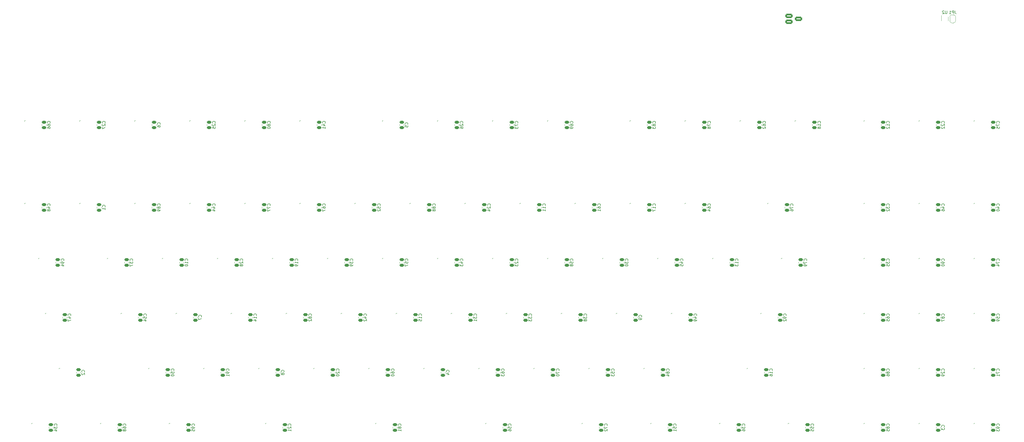
<source format=gbo>
G04 #@! TF.GenerationSoftware,KiCad,Pcbnew,(6.0.0)*
G04 #@! TF.CreationDate,2022-04-02T17:53:52-07:00*
G04 #@! TF.ProjectId,keyboard_exposed_diodes_standard_tkl,6b657962-6f61-4726-945f-6578706f7365,rev?*
G04 #@! TF.SameCoordinates,Original*
G04 #@! TF.FileFunction,Legend,Bot*
G04 #@! TF.FilePolarity,Positive*
%FSLAX46Y46*%
G04 Gerber Fmt 4.6, Leading zero omitted, Abs format (unit mm)*
G04 Created by KiCad (PCBNEW (6.0.0)) date 2022-04-02 17:53:52*
%MOMM*%
%LPD*%
G01*
G04 APERTURE LIST*
G04 Aperture macros list*
%AMRoundRect*
0 Rectangle with rounded corners*
0 $1 Rounding radius*
0 $2 $3 $4 $5 $6 $7 $8 $9 X,Y pos of 4 corners*
0 Add a 4 corners polygon primitive as box body*
4,1,4,$2,$3,$4,$5,$6,$7,$8,$9,$2,$3,0*
0 Add four circle primitives for the rounded corners*
1,1,$1+$1,$2,$3*
1,1,$1+$1,$4,$5*
1,1,$1+$1,$6,$7*
1,1,$1+$1,$8,$9*
0 Add four rect primitives between the rounded corners*
20,1,$1+$1,$2,$3,$4,$5,0*
20,1,$1+$1,$4,$5,$6,$7,0*
20,1,$1+$1,$6,$7,$8,$9,0*
20,1,$1+$1,$8,$9,$2,$3,0*%
%AMFreePoly0*
4,1,22,0.500000,-0.750000,0.000000,-0.750000,0.000000,-0.745033,-0.079941,-0.743568,-0.215256,-0.701293,-0.333266,-0.622738,-0.424486,-0.514219,-0.481581,-0.384460,-0.499164,-0.250000,-0.500000,-0.250000,-0.500000,0.250000,-0.499164,0.250000,-0.499963,0.256109,-0.478152,0.396186,-0.417904,0.524511,-0.324060,0.630769,-0.204165,0.706417,-0.067858,0.745374,0.000000,0.744959,0.000000,0.750000,
0.500000,0.750000,0.500000,-0.750000,0.500000,-0.750000,$1*%
%AMFreePoly1*
4,1,20,0.000000,0.744959,0.073905,0.744508,0.209726,0.703889,0.328688,0.626782,0.421226,0.519385,0.479903,0.390333,0.500000,0.250000,0.500000,-0.250000,0.499851,-0.262216,0.476331,-0.402017,0.414519,-0.529596,0.319384,-0.634700,0.198574,-0.708877,0.061801,-0.746166,0.000000,-0.745033,0.000000,-0.750000,-0.500000,-0.750000,-0.500000,0.750000,0.000000,0.750000,0.000000,0.744959,
0.000000,0.744959,$1*%
G04 Aperture macros list end*
%ADD10C,0.150000*%
%ADD11C,0.120000*%
%ADD12C,2.200000*%
%ADD13R,1.800000X0.900000*%
%ADD14C,1.700000*%
%ADD15C,4.000000*%
%ADD16R,1.600000X1.600000*%
%ADD17O,1.600000X1.600000*%
%ADD18R,1.700000X1.700000*%
%ADD19O,1.700000X1.700000*%
%ADD20C,0.700000*%
%ADD21O,0.900000X2.400000*%
%ADD22O,0.900000X1.700000*%
%ADD23C,2.100000*%
%ADD24RoundRect,0.300000X0.950000X-0.450000X0.950000X0.450000X-0.950000X0.450000X-0.950000X-0.450000X0*%
%ADD25R,2.800000X3.600000*%
%ADD26C,2.000000*%
%ADD27C,3.987800*%
%ADD28C,3.048000*%
%ADD29C,4.300000*%
%ADD30RoundRect,0.250000X0.475000X-0.250000X0.475000X0.250000X-0.475000X0.250000X-0.475000X-0.250000X0*%
%ADD31R,0.400000X0.650000*%
%ADD32FreePoly0,270.000000*%
%ADD33FreePoly1,270.000000*%
G04 APERTURE END LIST*
D10*
X145388392Y-311308333D02*
X145436011Y-311260714D01*
X145483630Y-311117857D01*
X145483630Y-311022619D01*
X145436011Y-310879761D01*
X145340773Y-310784523D01*
X145245535Y-310736904D01*
X145055059Y-310689285D01*
X144912202Y-310689285D01*
X144721726Y-310736904D01*
X144626488Y-310784523D01*
X144531250Y-310879761D01*
X144483630Y-311022619D01*
X144483630Y-311117857D01*
X144531250Y-311260714D01*
X144578869Y-311308333D01*
X144578869Y-311689285D02*
X144531250Y-311736904D01*
X144483630Y-311832142D01*
X144483630Y-312070238D01*
X144531250Y-312165476D01*
X144578869Y-312213095D01*
X144674107Y-312260714D01*
X144769345Y-312260714D01*
X144912202Y-312213095D01*
X145483630Y-311641666D01*
X145483630Y-312260714D01*
X443044642Y-330358333D02*
X443092261Y-330310714D01*
X443139880Y-330167857D01*
X443139880Y-330072619D01*
X443092261Y-329929761D01*
X442997023Y-329834523D01*
X442901785Y-329786904D01*
X442711309Y-329739285D01*
X442568452Y-329739285D01*
X442377976Y-329786904D01*
X442282738Y-329834523D01*
X442187500Y-329929761D01*
X442139880Y-330072619D01*
X442139880Y-330167857D01*
X442187500Y-330310714D01*
X442235119Y-330358333D01*
X442139880Y-330691666D02*
X442139880Y-331310714D01*
X442520833Y-330977380D01*
X442520833Y-331120238D01*
X442568452Y-331215476D01*
X442616071Y-331263095D01*
X442711309Y-331310714D01*
X442949404Y-331310714D01*
X443044642Y-331263095D01*
X443092261Y-331215476D01*
X443139880Y-331120238D01*
X443139880Y-330834523D01*
X443092261Y-330739285D01*
X443044642Y-330691666D01*
X257307142Y-225583333D02*
X257354761Y-225535714D01*
X257402380Y-225392857D01*
X257402380Y-225297619D01*
X257354761Y-225154761D01*
X257259523Y-225059523D01*
X257164285Y-225011904D01*
X256973809Y-224964285D01*
X256830952Y-224964285D01*
X256640476Y-225011904D01*
X256545238Y-225059523D01*
X256450000Y-225154761D01*
X256402380Y-225297619D01*
X256402380Y-225392857D01*
X256450000Y-225535714D01*
X256497619Y-225583333D01*
X256402380Y-226488095D02*
X256402380Y-226011904D01*
X256878571Y-225964285D01*
X256830952Y-226011904D01*
X256783333Y-226107142D01*
X256783333Y-226345238D01*
X256830952Y-226440476D01*
X256878571Y-226488095D01*
X256973809Y-226535714D01*
X257211904Y-226535714D01*
X257307142Y-226488095D01*
X257354761Y-226440476D01*
X257402380Y-226345238D01*
X257402380Y-226107142D01*
X257354761Y-226011904D01*
X257307142Y-225964285D01*
X171582142Y-225583333D02*
X171629761Y-225535714D01*
X171677380Y-225392857D01*
X171677380Y-225297619D01*
X171629761Y-225154761D01*
X171534523Y-225059523D01*
X171439285Y-225011904D01*
X171248809Y-224964285D01*
X171105952Y-224964285D01*
X170915476Y-225011904D01*
X170820238Y-225059523D01*
X170725000Y-225154761D01*
X170677380Y-225297619D01*
X170677380Y-225392857D01*
X170725000Y-225535714D01*
X170772619Y-225583333D01*
X170677380Y-226440476D02*
X170677380Y-226250000D01*
X170725000Y-226154761D01*
X170772619Y-226107142D01*
X170915476Y-226011904D01*
X171105952Y-225964285D01*
X171486904Y-225964285D01*
X171582142Y-226011904D01*
X171629761Y-226059523D01*
X171677380Y-226154761D01*
X171677380Y-226345238D01*
X171629761Y-226440476D01*
X171582142Y-226488095D01*
X171486904Y-226535714D01*
X171248809Y-226535714D01*
X171153571Y-226488095D01*
X171105952Y-226440476D01*
X171058333Y-226345238D01*
X171058333Y-226154761D01*
X171105952Y-226059523D01*
X171153571Y-226011904D01*
X171248809Y-225964285D01*
X185869642Y-292258333D02*
X185917261Y-292210714D01*
X185964880Y-292067857D01*
X185964880Y-291972619D01*
X185917261Y-291829761D01*
X185822023Y-291734523D01*
X185726785Y-291686904D01*
X185536309Y-291639285D01*
X185393452Y-291639285D01*
X185202976Y-291686904D01*
X185107738Y-291734523D01*
X185012500Y-291829761D01*
X184964880Y-291972619D01*
X184964880Y-292067857D01*
X185012500Y-292210714D01*
X185060119Y-292258333D01*
X184964880Y-292591666D02*
X184964880Y-293258333D01*
X185964880Y-292829761D01*
X214444642Y-311308333D02*
X214492261Y-311260714D01*
X214539880Y-311117857D01*
X214539880Y-311022619D01*
X214492261Y-310879761D01*
X214397023Y-310784523D01*
X214301785Y-310736904D01*
X214111309Y-310689285D01*
X213968452Y-310689285D01*
X213777976Y-310736904D01*
X213682738Y-310784523D01*
X213587500Y-310879761D01*
X213539880Y-311022619D01*
X213539880Y-311117857D01*
X213587500Y-311260714D01*
X213635119Y-311308333D01*
X213968452Y-311879761D02*
X213920833Y-311784523D01*
X213873214Y-311736904D01*
X213777976Y-311689285D01*
X213730357Y-311689285D01*
X213635119Y-311736904D01*
X213587500Y-311784523D01*
X213539880Y-311879761D01*
X213539880Y-312070238D01*
X213587500Y-312165476D01*
X213635119Y-312213095D01*
X213730357Y-312260714D01*
X213777976Y-312260714D01*
X213873214Y-312213095D01*
X213920833Y-312165476D01*
X213968452Y-312070238D01*
X213968452Y-311879761D01*
X214016071Y-311784523D01*
X214063690Y-311736904D01*
X214158928Y-311689285D01*
X214349404Y-311689285D01*
X214444642Y-311736904D01*
X214492261Y-311784523D01*
X214539880Y-311879761D01*
X214539880Y-312070238D01*
X214492261Y-312165476D01*
X214444642Y-312213095D01*
X214349404Y-312260714D01*
X214158928Y-312260714D01*
X214063690Y-312213095D01*
X214016071Y-312165476D01*
X213968452Y-312070238D01*
X338269642Y-292258333D02*
X338317261Y-292210714D01*
X338364880Y-292067857D01*
X338364880Y-291972619D01*
X338317261Y-291829761D01*
X338222023Y-291734523D01*
X338126785Y-291686904D01*
X337936309Y-291639285D01*
X337793452Y-291639285D01*
X337602976Y-291686904D01*
X337507738Y-291734523D01*
X337412500Y-291829761D01*
X337364880Y-291972619D01*
X337364880Y-292067857D01*
X337412500Y-292210714D01*
X337460119Y-292258333D01*
X338364880Y-292734523D02*
X338364880Y-292925000D01*
X338317261Y-293020238D01*
X338269642Y-293067857D01*
X338126785Y-293163095D01*
X337936309Y-293210714D01*
X337555357Y-293210714D01*
X337460119Y-293163095D01*
X337412500Y-293115476D01*
X337364880Y-293020238D01*
X337364880Y-292829761D01*
X337412500Y-292734523D01*
X337460119Y-292686904D01*
X337555357Y-292639285D01*
X337793452Y-292639285D01*
X337888690Y-292686904D01*
X337936309Y-292734523D01*
X337983928Y-292829761D01*
X337983928Y-293020238D01*
X337936309Y-293115476D01*
X337888690Y-293163095D01*
X337793452Y-293210714D01*
X181107142Y-272732142D02*
X181154761Y-272684523D01*
X181202380Y-272541666D01*
X181202380Y-272446428D01*
X181154761Y-272303571D01*
X181059523Y-272208333D01*
X180964285Y-272160714D01*
X180773809Y-272113095D01*
X180630952Y-272113095D01*
X180440476Y-272160714D01*
X180345238Y-272208333D01*
X180250000Y-272303571D01*
X180202380Y-272446428D01*
X180202380Y-272541666D01*
X180250000Y-272684523D01*
X180297619Y-272732142D01*
X181202380Y-273684523D02*
X181202380Y-273113095D01*
X181202380Y-273398809D02*
X180202380Y-273398809D01*
X180345238Y-273303571D01*
X180440476Y-273208333D01*
X180488095Y-273113095D01*
X180202380Y-274303571D02*
X180202380Y-274398809D01*
X180250000Y-274494047D01*
X180297619Y-274541666D01*
X180392857Y-274589285D01*
X180583333Y-274636904D01*
X180821428Y-274636904D01*
X181011904Y-274589285D01*
X181107142Y-274541666D01*
X181154761Y-274494047D01*
X181202380Y-274398809D01*
X181202380Y-274303571D01*
X181154761Y-274208333D01*
X181107142Y-274160714D01*
X181011904Y-274113095D01*
X180821428Y-274065476D01*
X180583333Y-274065476D01*
X180392857Y-274113095D01*
X180297619Y-274160714D01*
X180250000Y-274208333D01*
X180202380Y-274303571D01*
X304932142Y-253682142D02*
X304979761Y-253634523D01*
X305027380Y-253491666D01*
X305027380Y-253396428D01*
X304979761Y-253253571D01*
X304884523Y-253158333D01*
X304789285Y-253110714D01*
X304598809Y-253063095D01*
X304455952Y-253063095D01*
X304265476Y-253110714D01*
X304170238Y-253158333D01*
X304075000Y-253253571D01*
X304027380Y-253396428D01*
X304027380Y-253491666D01*
X304075000Y-253634523D01*
X304122619Y-253682142D01*
X305027380Y-254634523D02*
X305027380Y-254063095D01*
X305027380Y-254348809D02*
X304027380Y-254348809D01*
X304170238Y-254253571D01*
X304265476Y-254158333D01*
X304313095Y-254063095D01*
X305027380Y-255586904D02*
X305027380Y-255015476D01*
X305027380Y-255301190D02*
X304027380Y-255301190D01*
X304170238Y-255205952D01*
X304265476Y-255110714D01*
X304313095Y-255015476D01*
X423994642Y-225107142D02*
X424042261Y-225059523D01*
X424089880Y-224916666D01*
X424089880Y-224821428D01*
X424042261Y-224678571D01*
X423947023Y-224583333D01*
X423851785Y-224535714D01*
X423661309Y-224488095D01*
X423518452Y-224488095D01*
X423327976Y-224535714D01*
X423232738Y-224583333D01*
X423137500Y-224678571D01*
X423089880Y-224821428D01*
X423089880Y-224916666D01*
X423137500Y-225059523D01*
X423185119Y-225107142D01*
X424089880Y-226059523D02*
X424089880Y-225488095D01*
X424089880Y-225773809D02*
X423089880Y-225773809D01*
X423232738Y-225678571D01*
X423327976Y-225583333D01*
X423375595Y-225488095D01*
X423185119Y-226440476D02*
X423137500Y-226488095D01*
X423089880Y-226583333D01*
X423089880Y-226821428D01*
X423137500Y-226916666D01*
X423185119Y-226964285D01*
X423280357Y-227011904D01*
X423375595Y-227011904D01*
X423518452Y-226964285D01*
X424089880Y-226392857D01*
X424089880Y-227011904D01*
X371607142Y-272732142D02*
X371654761Y-272684523D01*
X371702380Y-272541666D01*
X371702380Y-272446428D01*
X371654761Y-272303571D01*
X371559523Y-272208333D01*
X371464285Y-272160714D01*
X371273809Y-272113095D01*
X371130952Y-272113095D01*
X370940476Y-272160714D01*
X370845238Y-272208333D01*
X370750000Y-272303571D01*
X370702380Y-272446428D01*
X370702380Y-272541666D01*
X370750000Y-272684523D01*
X370797619Y-272732142D01*
X371702380Y-273684523D02*
X371702380Y-273113095D01*
X371702380Y-273398809D02*
X370702380Y-273398809D01*
X370845238Y-273303571D01*
X370940476Y-273208333D01*
X370988095Y-273113095D01*
X370702380Y-274017857D02*
X370702380Y-274636904D01*
X371083333Y-274303571D01*
X371083333Y-274446428D01*
X371130952Y-274541666D01*
X371178571Y-274589285D01*
X371273809Y-274636904D01*
X371511904Y-274636904D01*
X371607142Y-274589285D01*
X371654761Y-274541666D01*
X371702380Y-274446428D01*
X371702380Y-274160714D01*
X371654761Y-274065476D01*
X371607142Y-274017857D01*
X204919642Y-291782142D02*
X204967261Y-291734523D01*
X205014880Y-291591666D01*
X205014880Y-291496428D01*
X204967261Y-291353571D01*
X204872023Y-291258333D01*
X204776785Y-291210714D01*
X204586309Y-291163095D01*
X204443452Y-291163095D01*
X204252976Y-291210714D01*
X204157738Y-291258333D01*
X204062500Y-291353571D01*
X204014880Y-291496428D01*
X204014880Y-291591666D01*
X204062500Y-291734523D01*
X204110119Y-291782142D01*
X205014880Y-292734523D02*
X205014880Y-292163095D01*
X205014880Y-292448809D02*
X204014880Y-292448809D01*
X204157738Y-292353571D01*
X204252976Y-292258333D01*
X204300595Y-292163095D01*
X204348214Y-293591666D02*
X205014880Y-293591666D01*
X203967261Y-293353571D02*
X204681547Y-293115476D01*
X204681547Y-293734523D01*
X262069642Y-291782142D02*
X262117261Y-291734523D01*
X262164880Y-291591666D01*
X262164880Y-291496428D01*
X262117261Y-291353571D01*
X262022023Y-291258333D01*
X261926785Y-291210714D01*
X261736309Y-291163095D01*
X261593452Y-291163095D01*
X261402976Y-291210714D01*
X261307738Y-291258333D01*
X261212500Y-291353571D01*
X261164880Y-291496428D01*
X261164880Y-291591666D01*
X261212500Y-291734523D01*
X261260119Y-291782142D01*
X262164880Y-292734523D02*
X262164880Y-292163095D01*
X262164880Y-292448809D02*
X261164880Y-292448809D01*
X261307738Y-292353571D01*
X261402976Y-292258333D01*
X261450595Y-292163095D01*
X261164880Y-293639285D02*
X261164880Y-293163095D01*
X261641071Y-293115476D01*
X261593452Y-293163095D01*
X261545833Y-293258333D01*
X261545833Y-293496428D01*
X261593452Y-293591666D01*
X261641071Y-293639285D01*
X261736309Y-293686904D01*
X261974404Y-293686904D01*
X262069642Y-293639285D01*
X262117261Y-293591666D01*
X262164880Y-293496428D01*
X262164880Y-293258333D01*
X262117261Y-293163095D01*
X262069642Y-293115476D01*
X343032142Y-253682142D02*
X343079761Y-253634523D01*
X343127380Y-253491666D01*
X343127380Y-253396428D01*
X343079761Y-253253571D01*
X342984523Y-253158333D01*
X342889285Y-253110714D01*
X342698809Y-253063095D01*
X342555952Y-253063095D01*
X342365476Y-253110714D01*
X342270238Y-253158333D01*
X342175000Y-253253571D01*
X342127380Y-253396428D01*
X342127380Y-253491666D01*
X342175000Y-253634523D01*
X342222619Y-253682142D01*
X343127380Y-254634523D02*
X343127380Y-254063095D01*
X343127380Y-254348809D02*
X342127380Y-254348809D01*
X342270238Y-254253571D01*
X342365476Y-254158333D01*
X342413095Y-254063095D01*
X342127380Y-254967857D02*
X342127380Y-255634523D01*
X343127380Y-255205952D01*
X219207142Y-272732142D02*
X219254761Y-272684523D01*
X219302380Y-272541666D01*
X219302380Y-272446428D01*
X219254761Y-272303571D01*
X219159523Y-272208333D01*
X219064285Y-272160714D01*
X218873809Y-272113095D01*
X218730952Y-272113095D01*
X218540476Y-272160714D01*
X218445238Y-272208333D01*
X218350000Y-272303571D01*
X218302380Y-272446428D01*
X218302380Y-272541666D01*
X218350000Y-272684523D01*
X218397619Y-272732142D01*
X219302380Y-273684523D02*
X219302380Y-273113095D01*
X219302380Y-273398809D02*
X218302380Y-273398809D01*
X218445238Y-273303571D01*
X218540476Y-273208333D01*
X218588095Y-273113095D01*
X219302380Y-274160714D02*
X219302380Y-274351190D01*
X219254761Y-274446428D01*
X219207142Y-274494047D01*
X219064285Y-274589285D01*
X218873809Y-274636904D01*
X218492857Y-274636904D01*
X218397619Y-274589285D01*
X218350000Y-274541666D01*
X218302380Y-274446428D01*
X218302380Y-274255952D01*
X218350000Y-274160714D01*
X218397619Y-274113095D01*
X218492857Y-274065476D01*
X218730952Y-274065476D01*
X218826190Y-274113095D01*
X218873809Y-274160714D01*
X218921428Y-274255952D01*
X218921428Y-274446428D01*
X218873809Y-274541666D01*
X218826190Y-274589285D01*
X218730952Y-274636904D01*
X233494642Y-310832142D02*
X233542261Y-310784523D01*
X233589880Y-310641666D01*
X233589880Y-310546428D01*
X233542261Y-310403571D01*
X233447023Y-310308333D01*
X233351785Y-310260714D01*
X233161309Y-310213095D01*
X233018452Y-310213095D01*
X232827976Y-310260714D01*
X232732738Y-310308333D01*
X232637500Y-310403571D01*
X232589880Y-310546428D01*
X232589880Y-310641666D01*
X232637500Y-310784523D01*
X232685119Y-310832142D01*
X232685119Y-311213095D02*
X232637500Y-311260714D01*
X232589880Y-311355952D01*
X232589880Y-311594047D01*
X232637500Y-311689285D01*
X232685119Y-311736904D01*
X232780357Y-311784523D01*
X232875595Y-311784523D01*
X233018452Y-311736904D01*
X233589880Y-311165476D01*
X233589880Y-311784523D01*
X232589880Y-312403571D02*
X232589880Y-312498809D01*
X232637500Y-312594047D01*
X232685119Y-312641666D01*
X232780357Y-312689285D01*
X232970833Y-312736904D01*
X233208928Y-312736904D01*
X233399404Y-312689285D01*
X233494642Y-312641666D01*
X233542261Y-312594047D01*
X233589880Y-312498809D01*
X233589880Y-312403571D01*
X233542261Y-312308333D01*
X233494642Y-312260714D01*
X233399404Y-312213095D01*
X233208928Y-312165476D01*
X232970833Y-312165476D01*
X232780357Y-312213095D01*
X232685119Y-312260714D01*
X232637500Y-312308333D01*
X232589880Y-312403571D01*
X216825892Y-329882142D02*
X216873511Y-329834523D01*
X216921130Y-329691666D01*
X216921130Y-329596428D01*
X216873511Y-329453571D01*
X216778273Y-329358333D01*
X216683035Y-329310714D01*
X216492559Y-329263095D01*
X216349702Y-329263095D01*
X216159226Y-329310714D01*
X216063988Y-329358333D01*
X215968750Y-329453571D01*
X215921130Y-329596428D01*
X215921130Y-329691666D01*
X215968750Y-329834523D01*
X216016369Y-329882142D01*
X216016369Y-330263095D02*
X215968750Y-330310714D01*
X215921130Y-330405952D01*
X215921130Y-330644047D01*
X215968750Y-330739285D01*
X216016369Y-330786904D01*
X216111607Y-330834523D01*
X216206845Y-330834523D01*
X216349702Y-330786904D01*
X216921130Y-330215476D01*
X216921130Y-330834523D01*
X216921130Y-331786904D02*
X216921130Y-331215476D01*
X216921130Y-331501190D02*
X215921130Y-331501190D01*
X216063988Y-331405952D01*
X216159226Y-331310714D01*
X216206845Y-331215476D01*
X443044642Y-225107142D02*
X443092261Y-225059523D01*
X443139880Y-224916666D01*
X443139880Y-224821428D01*
X443092261Y-224678571D01*
X442997023Y-224583333D01*
X442901785Y-224535714D01*
X442711309Y-224488095D01*
X442568452Y-224488095D01*
X442377976Y-224535714D01*
X442282738Y-224583333D01*
X442187500Y-224678571D01*
X442139880Y-224821428D01*
X442139880Y-224916666D01*
X442187500Y-225059523D01*
X442235119Y-225107142D01*
X442235119Y-225488095D02*
X442187500Y-225535714D01*
X442139880Y-225630952D01*
X442139880Y-225869047D01*
X442187500Y-225964285D01*
X442235119Y-226011904D01*
X442330357Y-226059523D01*
X442425595Y-226059523D01*
X442568452Y-226011904D01*
X443139880Y-225440476D01*
X443139880Y-226059523D01*
X442235119Y-226440476D02*
X442187500Y-226488095D01*
X442139880Y-226583333D01*
X442139880Y-226821428D01*
X442187500Y-226916666D01*
X442235119Y-226964285D01*
X442330357Y-227011904D01*
X442425595Y-227011904D01*
X442568452Y-226964285D01*
X443139880Y-226392857D01*
X443139880Y-227011904D01*
X295407142Y-272732142D02*
X295454761Y-272684523D01*
X295502380Y-272541666D01*
X295502380Y-272446428D01*
X295454761Y-272303571D01*
X295359523Y-272208333D01*
X295264285Y-272160714D01*
X295073809Y-272113095D01*
X294930952Y-272113095D01*
X294740476Y-272160714D01*
X294645238Y-272208333D01*
X294550000Y-272303571D01*
X294502380Y-272446428D01*
X294502380Y-272541666D01*
X294550000Y-272684523D01*
X294597619Y-272732142D01*
X294597619Y-273113095D02*
X294550000Y-273160714D01*
X294502380Y-273255952D01*
X294502380Y-273494047D01*
X294550000Y-273589285D01*
X294597619Y-273636904D01*
X294692857Y-273684523D01*
X294788095Y-273684523D01*
X294930952Y-273636904D01*
X295502380Y-273065476D01*
X295502380Y-273684523D01*
X294502380Y-274017857D02*
X294502380Y-274636904D01*
X294883333Y-274303571D01*
X294883333Y-274446428D01*
X294930952Y-274541666D01*
X294978571Y-274589285D01*
X295073809Y-274636904D01*
X295311904Y-274636904D01*
X295407142Y-274589285D01*
X295454761Y-274541666D01*
X295502380Y-274446428D01*
X295502380Y-274160714D01*
X295454761Y-274065476D01*
X295407142Y-274017857D01*
X285882142Y-253682142D02*
X285929761Y-253634523D01*
X285977380Y-253491666D01*
X285977380Y-253396428D01*
X285929761Y-253253571D01*
X285834523Y-253158333D01*
X285739285Y-253110714D01*
X285548809Y-253063095D01*
X285405952Y-253063095D01*
X285215476Y-253110714D01*
X285120238Y-253158333D01*
X285025000Y-253253571D01*
X284977380Y-253396428D01*
X284977380Y-253491666D01*
X285025000Y-253634523D01*
X285072619Y-253682142D01*
X285072619Y-254063095D02*
X285025000Y-254110714D01*
X284977380Y-254205952D01*
X284977380Y-254444047D01*
X285025000Y-254539285D01*
X285072619Y-254586904D01*
X285167857Y-254634523D01*
X285263095Y-254634523D01*
X285405952Y-254586904D01*
X285977380Y-254015476D01*
X285977380Y-254634523D01*
X285310714Y-255491666D02*
X285977380Y-255491666D01*
X284929761Y-255253571D02*
X285644047Y-255015476D01*
X285644047Y-255634523D01*
X276357142Y-225107142D02*
X276404761Y-225059523D01*
X276452380Y-224916666D01*
X276452380Y-224821428D01*
X276404761Y-224678571D01*
X276309523Y-224583333D01*
X276214285Y-224535714D01*
X276023809Y-224488095D01*
X275880952Y-224488095D01*
X275690476Y-224535714D01*
X275595238Y-224583333D01*
X275500000Y-224678571D01*
X275452380Y-224821428D01*
X275452380Y-224916666D01*
X275500000Y-225059523D01*
X275547619Y-225107142D01*
X275547619Y-225488095D02*
X275500000Y-225535714D01*
X275452380Y-225630952D01*
X275452380Y-225869047D01*
X275500000Y-225964285D01*
X275547619Y-226011904D01*
X275642857Y-226059523D01*
X275738095Y-226059523D01*
X275880952Y-226011904D01*
X276452380Y-225440476D01*
X276452380Y-226059523D01*
X275452380Y-226916666D02*
X275452380Y-226726190D01*
X275500000Y-226630952D01*
X275547619Y-226583333D01*
X275690476Y-226488095D01*
X275880952Y-226440476D01*
X276261904Y-226440476D01*
X276357142Y-226488095D01*
X276404761Y-226535714D01*
X276452380Y-226630952D01*
X276452380Y-226821428D01*
X276404761Y-226916666D01*
X276357142Y-226964285D01*
X276261904Y-227011904D01*
X276023809Y-227011904D01*
X275928571Y-226964285D01*
X275880952Y-226916666D01*
X275833333Y-226821428D01*
X275833333Y-226630952D01*
X275880952Y-226535714D01*
X275928571Y-226488095D01*
X276023809Y-226440476D01*
X152532142Y-225107142D02*
X152579761Y-225059523D01*
X152627380Y-224916666D01*
X152627380Y-224821428D01*
X152579761Y-224678571D01*
X152484523Y-224583333D01*
X152389285Y-224535714D01*
X152198809Y-224488095D01*
X152055952Y-224488095D01*
X151865476Y-224535714D01*
X151770238Y-224583333D01*
X151675000Y-224678571D01*
X151627380Y-224821428D01*
X151627380Y-224916666D01*
X151675000Y-225059523D01*
X151722619Y-225107142D01*
X151722619Y-225488095D02*
X151675000Y-225535714D01*
X151627380Y-225630952D01*
X151627380Y-225869047D01*
X151675000Y-225964285D01*
X151722619Y-226011904D01*
X151817857Y-226059523D01*
X151913095Y-226059523D01*
X152055952Y-226011904D01*
X152627380Y-225440476D01*
X152627380Y-226059523D01*
X151627380Y-226392857D02*
X151627380Y-227059523D01*
X152627380Y-226630952D01*
X200157142Y-272732142D02*
X200204761Y-272684523D01*
X200252380Y-272541666D01*
X200252380Y-272446428D01*
X200204761Y-272303571D01*
X200109523Y-272208333D01*
X200014285Y-272160714D01*
X199823809Y-272113095D01*
X199680952Y-272113095D01*
X199490476Y-272160714D01*
X199395238Y-272208333D01*
X199300000Y-272303571D01*
X199252380Y-272446428D01*
X199252380Y-272541666D01*
X199300000Y-272684523D01*
X199347619Y-272732142D01*
X199347619Y-273113095D02*
X199300000Y-273160714D01*
X199252380Y-273255952D01*
X199252380Y-273494047D01*
X199300000Y-273589285D01*
X199347619Y-273636904D01*
X199442857Y-273684523D01*
X199538095Y-273684523D01*
X199680952Y-273636904D01*
X200252380Y-273065476D01*
X200252380Y-273684523D01*
X199680952Y-274255952D02*
X199633333Y-274160714D01*
X199585714Y-274113095D01*
X199490476Y-274065476D01*
X199442857Y-274065476D01*
X199347619Y-274113095D01*
X199300000Y-274160714D01*
X199252380Y-274255952D01*
X199252380Y-274446428D01*
X199300000Y-274541666D01*
X199347619Y-274589285D01*
X199442857Y-274636904D01*
X199490476Y-274636904D01*
X199585714Y-274589285D01*
X199633333Y-274541666D01*
X199680952Y-274446428D01*
X199680952Y-274255952D01*
X199728571Y-274160714D01*
X199776190Y-274113095D01*
X199871428Y-274065476D01*
X200061904Y-274065476D01*
X200157142Y-274113095D01*
X200204761Y-274160714D01*
X200252380Y-274255952D01*
X200252380Y-274446428D01*
X200204761Y-274541666D01*
X200157142Y-274589285D01*
X200061904Y-274636904D01*
X199871428Y-274636904D01*
X199776190Y-274589285D01*
X199728571Y-274541666D01*
X199680952Y-274446428D01*
X443044642Y-310832142D02*
X443092261Y-310784523D01*
X443139880Y-310641666D01*
X443139880Y-310546428D01*
X443092261Y-310403571D01*
X442997023Y-310308333D01*
X442901785Y-310260714D01*
X442711309Y-310213095D01*
X442568452Y-310213095D01*
X442377976Y-310260714D01*
X442282738Y-310308333D01*
X442187500Y-310403571D01*
X442139880Y-310546428D01*
X442139880Y-310641666D01*
X442187500Y-310784523D01*
X442235119Y-310832142D01*
X442235119Y-311213095D02*
X442187500Y-311260714D01*
X442139880Y-311355952D01*
X442139880Y-311594047D01*
X442187500Y-311689285D01*
X442235119Y-311736904D01*
X442330357Y-311784523D01*
X442425595Y-311784523D01*
X442568452Y-311736904D01*
X443139880Y-311165476D01*
X443139880Y-311784523D01*
X443139880Y-312260714D02*
X443139880Y-312451190D01*
X443092261Y-312546428D01*
X443044642Y-312594047D01*
X442901785Y-312689285D01*
X442711309Y-312736904D01*
X442330357Y-312736904D01*
X442235119Y-312689285D01*
X442187500Y-312641666D01*
X442139880Y-312546428D01*
X442139880Y-312355952D01*
X442187500Y-312260714D01*
X442235119Y-312213095D01*
X442330357Y-312165476D01*
X442568452Y-312165476D01*
X442663690Y-312213095D01*
X442711309Y-312260714D01*
X442758928Y-312355952D01*
X442758928Y-312546428D01*
X442711309Y-312641666D01*
X442663690Y-312689285D01*
X442568452Y-312736904D01*
X333507142Y-272732142D02*
X333554761Y-272684523D01*
X333602380Y-272541666D01*
X333602380Y-272446428D01*
X333554761Y-272303571D01*
X333459523Y-272208333D01*
X333364285Y-272160714D01*
X333173809Y-272113095D01*
X333030952Y-272113095D01*
X332840476Y-272160714D01*
X332745238Y-272208333D01*
X332650000Y-272303571D01*
X332602380Y-272446428D01*
X332602380Y-272541666D01*
X332650000Y-272684523D01*
X332697619Y-272732142D01*
X332602380Y-273065476D02*
X332602380Y-273684523D01*
X332983333Y-273351190D01*
X332983333Y-273494047D01*
X333030952Y-273589285D01*
X333078571Y-273636904D01*
X333173809Y-273684523D01*
X333411904Y-273684523D01*
X333507142Y-273636904D01*
X333554761Y-273589285D01*
X333602380Y-273494047D01*
X333602380Y-273208333D01*
X333554761Y-273113095D01*
X333507142Y-273065476D01*
X332602380Y-274303571D02*
X332602380Y-274398809D01*
X332650000Y-274494047D01*
X332697619Y-274541666D01*
X332792857Y-274589285D01*
X332983333Y-274636904D01*
X333221428Y-274636904D01*
X333411904Y-274589285D01*
X333507142Y-274541666D01*
X333554761Y-274494047D01*
X333602380Y-274398809D01*
X333602380Y-274303571D01*
X333554761Y-274208333D01*
X333507142Y-274160714D01*
X333411904Y-274113095D01*
X333221428Y-274065476D01*
X332983333Y-274065476D01*
X332792857Y-274113095D01*
X332697619Y-274160714D01*
X332650000Y-274208333D01*
X332602380Y-274303571D01*
X281119642Y-291782142D02*
X281167261Y-291734523D01*
X281214880Y-291591666D01*
X281214880Y-291496428D01*
X281167261Y-291353571D01*
X281072023Y-291258333D01*
X280976785Y-291210714D01*
X280786309Y-291163095D01*
X280643452Y-291163095D01*
X280452976Y-291210714D01*
X280357738Y-291258333D01*
X280262500Y-291353571D01*
X280214880Y-291496428D01*
X280214880Y-291591666D01*
X280262500Y-291734523D01*
X280310119Y-291782142D01*
X280214880Y-292115476D02*
X280214880Y-292734523D01*
X280595833Y-292401190D01*
X280595833Y-292544047D01*
X280643452Y-292639285D01*
X280691071Y-292686904D01*
X280786309Y-292734523D01*
X281024404Y-292734523D01*
X281119642Y-292686904D01*
X281167261Y-292639285D01*
X281214880Y-292544047D01*
X281214880Y-292258333D01*
X281167261Y-292163095D01*
X281119642Y-292115476D01*
X281214880Y-293686904D02*
X281214880Y-293115476D01*
X281214880Y-293401190D02*
X280214880Y-293401190D01*
X280357738Y-293305952D01*
X280452976Y-293210714D01*
X280500595Y-293115476D01*
X423994642Y-253682142D02*
X424042261Y-253634523D01*
X424089880Y-253491666D01*
X424089880Y-253396428D01*
X424042261Y-253253571D01*
X423947023Y-253158333D01*
X423851785Y-253110714D01*
X423661309Y-253063095D01*
X423518452Y-253063095D01*
X423327976Y-253110714D01*
X423232738Y-253158333D01*
X423137500Y-253253571D01*
X423089880Y-253396428D01*
X423089880Y-253491666D01*
X423137500Y-253634523D01*
X423185119Y-253682142D01*
X423089880Y-254015476D02*
X423089880Y-254634523D01*
X423470833Y-254301190D01*
X423470833Y-254444047D01*
X423518452Y-254539285D01*
X423566071Y-254586904D01*
X423661309Y-254634523D01*
X423899404Y-254634523D01*
X423994642Y-254586904D01*
X424042261Y-254539285D01*
X424089880Y-254444047D01*
X424089880Y-254158333D01*
X424042261Y-254063095D01*
X423994642Y-254015476D01*
X423185119Y-255015476D02*
X423137500Y-255063095D01*
X423089880Y-255158333D01*
X423089880Y-255396428D01*
X423137500Y-255491666D01*
X423185119Y-255539285D01*
X423280357Y-255586904D01*
X423375595Y-255586904D01*
X423518452Y-255539285D01*
X424089880Y-254967857D01*
X424089880Y-255586904D01*
X300169642Y-291782142D02*
X300217261Y-291734523D01*
X300264880Y-291591666D01*
X300264880Y-291496428D01*
X300217261Y-291353571D01*
X300122023Y-291258333D01*
X300026785Y-291210714D01*
X299836309Y-291163095D01*
X299693452Y-291163095D01*
X299502976Y-291210714D01*
X299407738Y-291258333D01*
X299312500Y-291353571D01*
X299264880Y-291496428D01*
X299264880Y-291591666D01*
X299312500Y-291734523D01*
X299360119Y-291782142D01*
X299264880Y-292115476D02*
X299264880Y-292734523D01*
X299645833Y-292401190D01*
X299645833Y-292544047D01*
X299693452Y-292639285D01*
X299741071Y-292686904D01*
X299836309Y-292734523D01*
X300074404Y-292734523D01*
X300169642Y-292686904D01*
X300217261Y-292639285D01*
X300264880Y-292544047D01*
X300264880Y-292258333D01*
X300217261Y-292163095D01*
X300169642Y-292115476D01*
X299264880Y-293067857D02*
X299264880Y-293686904D01*
X299645833Y-293353571D01*
X299645833Y-293496428D01*
X299693452Y-293591666D01*
X299741071Y-293639285D01*
X299836309Y-293686904D01*
X300074404Y-293686904D01*
X300169642Y-293639285D01*
X300217261Y-293591666D01*
X300264880Y-293496428D01*
X300264880Y-293210714D01*
X300217261Y-293115476D01*
X300169642Y-293067857D01*
X135863392Y-329882142D02*
X135911011Y-329834523D01*
X135958630Y-329691666D01*
X135958630Y-329596428D01*
X135911011Y-329453571D01*
X135815773Y-329358333D01*
X135720535Y-329310714D01*
X135530059Y-329263095D01*
X135387202Y-329263095D01*
X135196726Y-329310714D01*
X135101488Y-329358333D01*
X135006250Y-329453571D01*
X134958630Y-329596428D01*
X134958630Y-329691666D01*
X135006250Y-329834523D01*
X135053869Y-329882142D01*
X134958630Y-330215476D02*
X134958630Y-330834523D01*
X135339583Y-330501190D01*
X135339583Y-330644047D01*
X135387202Y-330739285D01*
X135434821Y-330786904D01*
X135530059Y-330834523D01*
X135768154Y-330834523D01*
X135863392Y-330786904D01*
X135911011Y-330739285D01*
X135958630Y-330644047D01*
X135958630Y-330358333D01*
X135911011Y-330263095D01*
X135863392Y-330215476D01*
X135291964Y-331691666D02*
X135958630Y-331691666D01*
X134911011Y-331453571D02*
X135625297Y-331215476D01*
X135625297Y-331834523D01*
X423994642Y-272732142D02*
X424042261Y-272684523D01*
X424089880Y-272541666D01*
X424089880Y-272446428D01*
X424042261Y-272303571D01*
X423947023Y-272208333D01*
X423851785Y-272160714D01*
X423661309Y-272113095D01*
X423518452Y-272113095D01*
X423327976Y-272160714D01*
X423232738Y-272208333D01*
X423137500Y-272303571D01*
X423089880Y-272446428D01*
X423089880Y-272541666D01*
X423137500Y-272684523D01*
X423185119Y-272732142D01*
X423089880Y-273065476D02*
X423089880Y-273684523D01*
X423470833Y-273351190D01*
X423470833Y-273494047D01*
X423518452Y-273589285D01*
X423566071Y-273636904D01*
X423661309Y-273684523D01*
X423899404Y-273684523D01*
X423994642Y-273636904D01*
X424042261Y-273589285D01*
X424089880Y-273494047D01*
X424089880Y-273208333D01*
X424042261Y-273113095D01*
X423994642Y-273065476D01*
X423089880Y-274589285D02*
X423089880Y-274113095D01*
X423566071Y-274065476D01*
X423518452Y-274113095D01*
X423470833Y-274208333D01*
X423470833Y-274446428D01*
X423518452Y-274541666D01*
X423566071Y-274589285D01*
X423661309Y-274636904D01*
X423899404Y-274636904D01*
X423994642Y-274589285D01*
X424042261Y-274541666D01*
X424089880Y-274446428D01*
X424089880Y-274208333D01*
X424042261Y-274113095D01*
X423994642Y-274065476D01*
X373988392Y-329882142D02*
X374036011Y-329834523D01*
X374083630Y-329691666D01*
X374083630Y-329596428D01*
X374036011Y-329453571D01*
X373940773Y-329358333D01*
X373845535Y-329310714D01*
X373655059Y-329263095D01*
X373512202Y-329263095D01*
X373321726Y-329310714D01*
X373226488Y-329358333D01*
X373131250Y-329453571D01*
X373083630Y-329596428D01*
X373083630Y-329691666D01*
X373131250Y-329834523D01*
X373178869Y-329882142D01*
X373083630Y-330215476D02*
X373083630Y-330834523D01*
X373464583Y-330501190D01*
X373464583Y-330644047D01*
X373512202Y-330739285D01*
X373559821Y-330786904D01*
X373655059Y-330834523D01*
X373893154Y-330834523D01*
X373988392Y-330786904D01*
X374036011Y-330739285D01*
X374083630Y-330644047D01*
X374083630Y-330358333D01*
X374036011Y-330263095D01*
X373988392Y-330215476D01*
X373083630Y-331691666D02*
X373083630Y-331501190D01*
X373131250Y-331405952D01*
X373178869Y-331358333D01*
X373321726Y-331263095D01*
X373512202Y-331215476D01*
X373893154Y-331215476D01*
X373988392Y-331263095D01*
X374036011Y-331310714D01*
X374083630Y-331405952D01*
X374083630Y-331596428D01*
X374036011Y-331691666D01*
X373988392Y-331739285D01*
X373893154Y-331786904D01*
X373655059Y-331786904D01*
X373559821Y-331739285D01*
X373512202Y-331691666D01*
X373464583Y-331596428D01*
X373464583Y-331405952D01*
X373512202Y-331310714D01*
X373559821Y-331263095D01*
X373655059Y-331215476D01*
X162057142Y-272732142D02*
X162104761Y-272684523D01*
X162152380Y-272541666D01*
X162152380Y-272446428D01*
X162104761Y-272303571D01*
X162009523Y-272208333D01*
X161914285Y-272160714D01*
X161723809Y-272113095D01*
X161580952Y-272113095D01*
X161390476Y-272160714D01*
X161295238Y-272208333D01*
X161200000Y-272303571D01*
X161152380Y-272446428D01*
X161152380Y-272541666D01*
X161200000Y-272684523D01*
X161247619Y-272732142D01*
X161152380Y-273065476D02*
X161152380Y-273684523D01*
X161533333Y-273351190D01*
X161533333Y-273494047D01*
X161580952Y-273589285D01*
X161628571Y-273636904D01*
X161723809Y-273684523D01*
X161961904Y-273684523D01*
X162057142Y-273636904D01*
X162104761Y-273589285D01*
X162152380Y-273494047D01*
X162152380Y-273208333D01*
X162104761Y-273113095D01*
X162057142Y-273065476D01*
X161152380Y-274017857D02*
X161152380Y-274684523D01*
X162152380Y-274255952D01*
X319219642Y-291782142D02*
X319267261Y-291734523D01*
X319314880Y-291591666D01*
X319314880Y-291496428D01*
X319267261Y-291353571D01*
X319172023Y-291258333D01*
X319076785Y-291210714D01*
X318886309Y-291163095D01*
X318743452Y-291163095D01*
X318552976Y-291210714D01*
X318457738Y-291258333D01*
X318362500Y-291353571D01*
X318314880Y-291496428D01*
X318314880Y-291591666D01*
X318362500Y-291734523D01*
X318410119Y-291782142D01*
X318314880Y-292115476D02*
X318314880Y-292734523D01*
X318695833Y-292401190D01*
X318695833Y-292544047D01*
X318743452Y-292639285D01*
X318791071Y-292686904D01*
X318886309Y-292734523D01*
X319124404Y-292734523D01*
X319219642Y-292686904D01*
X319267261Y-292639285D01*
X319314880Y-292544047D01*
X319314880Y-292258333D01*
X319267261Y-292163095D01*
X319219642Y-292115476D01*
X318743452Y-293305952D02*
X318695833Y-293210714D01*
X318648214Y-293163095D01*
X318552976Y-293115476D01*
X318505357Y-293115476D01*
X318410119Y-293163095D01*
X318362500Y-293210714D01*
X318314880Y-293305952D01*
X318314880Y-293496428D01*
X318362500Y-293591666D01*
X318410119Y-293639285D01*
X318505357Y-293686904D01*
X318552976Y-293686904D01*
X318648214Y-293639285D01*
X318695833Y-293591666D01*
X318743452Y-293496428D01*
X318743452Y-293305952D01*
X318791071Y-293210714D01*
X318838690Y-293163095D01*
X318933928Y-293115476D01*
X319124404Y-293115476D01*
X319219642Y-293163095D01*
X319267261Y-293210714D01*
X319314880Y-293305952D01*
X319314880Y-293496428D01*
X319267261Y-293591666D01*
X319219642Y-293639285D01*
X319124404Y-293686904D01*
X318933928Y-293686904D01*
X318838690Y-293639285D01*
X318791071Y-293591666D01*
X318743452Y-293496428D01*
X238257142Y-272732142D02*
X238304761Y-272684523D01*
X238352380Y-272541666D01*
X238352380Y-272446428D01*
X238304761Y-272303571D01*
X238209523Y-272208333D01*
X238114285Y-272160714D01*
X237923809Y-272113095D01*
X237780952Y-272113095D01*
X237590476Y-272160714D01*
X237495238Y-272208333D01*
X237400000Y-272303571D01*
X237352380Y-272446428D01*
X237352380Y-272541666D01*
X237400000Y-272684523D01*
X237447619Y-272732142D01*
X237352380Y-273065476D02*
X237352380Y-273684523D01*
X237733333Y-273351190D01*
X237733333Y-273494047D01*
X237780952Y-273589285D01*
X237828571Y-273636904D01*
X237923809Y-273684523D01*
X238161904Y-273684523D01*
X238257142Y-273636904D01*
X238304761Y-273589285D01*
X238352380Y-273494047D01*
X238352380Y-273208333D01*
X238304761Y-273113095D01*
X238257142Y-273065476D01*
X238352380Y-274160714D02*
X238352380Y-274351190D01*
X238304761Y-274446428D01*
X238257142Y-274494047D01*
X238114285Y-274589285D01*
X237923809Y-274636904D01*
X237542857Y-274636904D01*
X237447619Y-274589285D01*
X237400000Y-274541666D01*
X237352380Y-274446428D01*
X237352380Y-274255952D01*
X237400000Y-274160714D01*
X237447619Y-274113095D01*
X237542857Y-274065476D01*
X237780952Y-274065476D01*
X237876190Y-274113095D01*
X237923809Y-274160714D01*
X237971428Y-274255952D01*
X237971428Y-274446428D01*
X237923809Y-274541666D01*
X237876190Y-274589285D01*
X237780952Y-274636904D01*
X462094642Y-253682142D02*
X462142261Y-253634523D01*
X462189880Y-253491666D01*
X462189880Y-253396428D01*
X462142261Y-253253571D01*
X462047023Y-253158333D01*
X461951785Y-253110714D01*
X461761309Y-253063095D01*
X461618452Y-253063095D01*
X461427976Y-253110714D01*
X461332738Y-253158333D01*
X461237500Y-253253571D01*
X461189880Y-253396428D01*
X461189880Y-253491666D01*
X461237500Y-253634523D01*
X461285119Y-253682142D01*
X461523214Y-254539285D02*
X462189880Y-254539285D01*
X461142261Y-254301190D02*
X461856547Y-254063095D01*
X461856547Y-254682142D01*
X461189880Y-255253571D02*
X461189880Y-255348809D01*
X461237500Y-255444047D01*
X461285119Y-255491666D01*
X461380357Y-255539285D01*
X461570833Y-255586904D01*
X461808928Y-255586904D01*
X461999404Y-255539285D01*
X462094642Y-255491666D01*
X462142261Y-255444047D01*
X462189880Y-255348809D01*
X462189880Y-255253571D01*
X462142261Y-255158333D01*
X462094642Y-255110714D01*
X461999404Y-255063095D01*
X461808928Y-255015476D01*
X461570833Y-255015476D01*
X461380357Y-255063095D01*
X461285119Y-255110714D01*
X461237500Y-255158333D01*
X461189880Y-255253571D01*
X228732142Y-225107142D02*
X228779761Y-225059523D01*
X228827380Y-224916666D01*
X228827380Y-224821428D01*
X228779761Y-224678571D01*
X228684523Y-224583333D01*
X228589285Y-224535714D01*
X228398809Y-224488095D01*
X228255952Y-224488095D01*
X228065476Y-224535714D01*
X227970238Y-224583333D01*
X227875000Y-224678571D01*
X227827380Y-224821428D01*
X227827380Y-224916666D01*
X227875000Y-225059523D01*
X227922619Y-225107142D01*
X228160714Y-225964285D02*
X228827380Y-225964285D01*
X227779761Y-225726190D02*
X228494047Y-225488095D01*
X228494047Y-226107142D01*
X228827380Y-227011904D02*
X228827380Y-226440476D01*
X228827380Y-226726190D02*
X227827380Y-226726190D01*
X227970238Y-226630952D01*
X228065476Y-226535714D01*
X228113095Y-226440476D01*
X243019642Y-291782142D02*
X243067261Y-291734523D01*
X243114880Y-291591666D01*
X243114880Y-291496428D01*
X243067261Y-291353571D01*
X242972023Y-291258333D01*
X242876785Y-291210714D01*
X242686309Y-291163095D01*
X242543452Y-291163095D01*
X242352976Y-291210714D01*
X242257738Y-291258333D01*
X242162500Y-291353571D01*
X242114880Y-291496428D01*
X242114880Y-291591666D01*
X242162500Y-291734523D01*
X242210119Y-291782142D01*
X242448214Y-292639285D02*
X243114880Y-292639285D01*
X242067261Y-292401190D02*
X242781547Y-292163095D01*
X242781547Y-292782142D01*
X242210119Y-293115476D02*
X242162500Y-293163095D01*
X242114880Y-293258333D01*
X242114880Y-293496428D01*
X242162500Y-293591666D01*
X242210119Y-293639285D01*
X242305357Y-293686904D01*
X242400595Y-293686904D01*
X242543452Y-293639285D01*
X243114880Y-293067857D01*
X243114880Y-293686904D01*
X276357142Y-272732142D02*
X276404761Y-272684523D01*
X276452380Y-272541666D01*
X276452380Y-272446428D01*
X276404761Y-272303571D01*
X276309523Y-272208333D01*
X276214285Y-272160714D01*
X276023809Y-272113095D01*
X275880952Y-272113095D01*
X275690476Y-272160714D01*
X275595238Y-272208333D01*
X275500000Y-272303571D01*
X275452380Y-272446428D01*
X275452380Y-272541666D01*
X275500000Y-272684523D01*
X275547619Y-272732142D01*
X275785714Y-273589285D02*
X276452380Y-273589285D01*
X275404761Y-273351190D02*
X276119047Y-273113095D01*
X276119047Y-273732142D01*
X275452380Y-274017857D02*
X275452380Y-274636904D01*
X275833333Y-274303571D01*
X275833333Y-274446428D01*
X275880952Y-274541666D01*
X275928571Y-274589285D01*
X276023809Y-274636904D01*
X276261904Y-274636904D01*
X276357142Y-274589285D01*
X276404761Y-274541666D01*
X276452380Y-274446428D01*
X276452380Y-274160714D01*
X276404761Y-274065476D01*
X276357142Y-274017857D01*
X190632142Y-253682142D02*
X190679761Y-253634523D01*
X190727380Y-253491666D01*
X190727380Y-253396428D01*
X190679761Y-253253571D01*
X190584523Y-253158333D01*
X190489285Y-253110714D01*
X190298809Y-253063095D01*
X190155952Y-253063095D01*
X189965476Y-253110714D01*
X189870238Y-253158333D01*
X189775000Y-253253571D01*
X189727380Y-253396428D01*
X189727380Y-253491666D01*
X189775000Y-253634523D01*
X189822619Y-253682142D01*
X190060714Y-254539285D02*
X190727380Y-254539285D01*
X189679761Y-254301190D02*
X190394047Y-254063095D01*
X190394047Y-254682142D01*
X190060714Y-255491666D02*
X190727380Y-255491666D01*
X189679761Y-255253571D02*
X190394047Y-255015476D01*
X190394047Y-255634523D01*
X352557142Y-272732142D02*
X352604761Y-272684523D01*
X352652380Y-272541666D01*
X352652380Y-272446428D01*
X352604761Y-272303571D01*
X352509523Y-272208333D01*
X352414285Y-272160714D01*
X352223809Y-272113095D01*
X352080952Y-272113095D01*
X351890476Y-272160714D01*
X351795238Y-272208333D01*
X351700000Y-272303571D01*
X351652380Y-272446428D01*
X351652380Y-272541666D01*
X351700000Y-272684523D01*
X351747619Y-272732142D01*
X351985714Y-273589285D02*
X352652380Y-273589285D01*
X351604761Y-273351190D02*
X352319047Y-273113095D01*
X352319047Y-273732142D01*
X351652380Y-274589285D02*
X351652380Y-274113095D01*
X352128571Y-274065476D01*
X352080952Y-274113095D01*
X352033333Y-274208333D01*
X352033333Y-274446428D01*
X352080952Y-274541666D01*
X352128571Y-274589285D01*
X352223809Y-274636904D01*
X352461904Y-274636904D01*
X352557142Y-274589285D01*
X352604761Y-274541666D01*
X352652380Y-274446428D01*
X352652380Y-274208333D01*
X352604761Y-274113095D01*
X352557142Y-274065476D01*
X443044642Y-253682142D02*
X443092261Y-253634523D01*
X443139880Y-253491666D01*
X443139880Y-253396428D01*
X443092261Y-253253571D01*
X442997023Y-253158333D01*
X442901785Y-253110714D01*
X442711309Y-253063095D01*
X442568452Y-253063095D01*
X442377976Y-253110714D01*
X442282738Y-253158333D01*
X442187500Y-253253571D01*
X442139880Y-253396428D01*
X442139880Y-253491666D01*
X442187500Y-253634523D01*
X442235119Y-253682142D01*
X442473214Y-254539285D02*
X443139880Y-254539285D01*
X442092261Y-254301190D02*
X442806547Y-254063095D01*
X442806547Y-254682142D01*
X442139880Y-255491666D02*
X442139880Y-255301190D01*
X442187500Y-255205952D01*
X442235119Y-255158333D01*
X442377976Y-255063095D01*
X442568452Y-255015476D01*
X442949404Y-255015476D01*
X443044642Y-255063095D01*
X443092261Y-255110714D01*
X443139880Y-255205952D01*
X443139880Y-255396428D01*
X443092261Y-255491666D01*
X443044642Y-255539285D01*
X442949404Y-255586904D01*
X442711309Y-255586904D01*
X442616071Y-255539285D01*
X442568452Y-255491666D01*
X442520833Y-255396428D01*
X442520833Y-255205952D01*
X442568452Y-255110714D01*
X442616071Y-255063095D01*
X442711309Y-255015476D01*
X140625892Y-291782142D02*
X140673511Y-291734523D01*
X140721130Y-291591666D01*
X140721130Y-291496428D01*
X140673511Y-291353571D01*
X140578273Y-291258333D01*
X140483035Y-291210714D01*
X140292559Y-291163095D01*
X140149702Y-291163095D01*
X139959226Y-291210714D01*
X139863988Y-291258333D01*
X139768750Y-291353571D01*
X139721130Y-291496428D01*
X139721130Y-291591666D01*
X139768750Y-291734523D01*
X139816369Y-291782142D01*
X140054464Y-292639285D02*
X140721130Y-292639285D01*
X139673511Y-292401190D02*
X140387797Y-292163095D01*
X140387797Y-292782142D01*
X139721130Y-293067857D02*
X139721130Y-293734523D01*
X140721130Y-293305952D01*
X133482142Y-253682142D02*
X133529761Y-253634523D01*
X133577380Y-253491666D01*
X133577380Y-253396428D01*
X133529761Y-253253571D01*
X133434523Y-253158333D01*
X133339285Y-253110714D01*
X133148809Y-253063095D01*
X133005952Y-253063095D01*
X132815476Y-253110714D01*
X132720238Y-253158333D01*
X132625000Y-253253571D01*
X132577380Y-253396428D01*
X132577380Y-253491666D01*
X132625000Y-253634523D01*
X132672619Y-253682142D01*
X132910714Y-254539285D02*
X133577380Y-254539285D01*
X132529761Y-254301190D02*
X133244047Y-254063095D01*
X133244047Y-254682142D01*
X133005952Y-255205952D02*
X132958333Y-255110714D01*
X132910714Y-255063095D01*
X132815476Y-255015476D01*
X132767857Y-255015476D01*
X132672619Y-255063095D01*
X132625000Y-255110714D01*
X132577380Y-255205952D01*
X132577380Y-255396428D01*
X132625000Y-255491666D01*
X132672619Y-255539285D01*
X132767857Y-255586904D01*
X132815476Y-255586904D01*
X132910714Y-255539285D01*
X132958333Y-255491666D01*
X133005952Y-255396428D01*
X133005952Y-255205952D01*
X133053571Y-255110714D01*
X133101190Y-255063095D01*
X133196428Y-255015476D01*
X133386904Y-255015476D01*
X133482142Y-255063095D01*
X133529761Y-255110714D01*
X133577380Y-255205952D01*
X133577380Y-255396428D01*
X133529761Y-255491666D01*
X133482142Y-255539285D01*
X133386904Y-255586904D01*
X133196428Y-255586904D01*
X133101190Y-255539285D01*
X133053571Y-255491666D01*
X133005952Y-255396428D01*
X357319642Y-291782142D02*
X357367261Y-291734523D01*
X357414880Y-291591666D01*
X357414880Y-291496428D01*
X357367261Y-291353571D01*
X357272023Y-291258333D01*
X357176785Y-291210714D01*
X356986309Y-291163095D01*
X356843452Y-291163095D01*
X356652976Y-291210714D01*
X356557738Y-291258333D01*
X356462500Y-291353571D01*
X356414880Y-291496428D01*
X356414880Y-291591666D01*
X356462500Y-291734523D01*
X356510119Y-291782142D01*
X356748214Y-292639285D02*
X357414880Y-292639285D01*
X356367261Y-292401190D02*
X357081547Y-292163095D01*
X357081547Y-292782142D01*
X357414880Y-293210714D02*
X357414880Y-293401190D01*
X357367261Y-293496428D01*
X357319642Y-293544047D01*
X357176785Y-293639285D01*
X356986309Y-293686904D01*
X356605357Y-293686904D01*
X356510119Y-293639285D01*
X356462500Y-293591666D01*
X356414880Y-293496428D01*
X356414880Y-293305952D01*
X356462500Y-293210714D01*
X356510119Y-293163095D01*
X356605357Y-293115476D01*
X356843452Y-293115476D01*
X356938690Y-293163095D01*
X356986309Y-293210714D01*
X357033928Y-293305952D01*
X357033928Y-293496428D01*
X356986309Y-293591666D01*
X356938690Y-293639285D01*
X356843452Y-293686904D01*
X176344642Y-310832142D02*
X176392261Y-310784523D01*
X176439880Y-310641666D01*
X176439880Y-310546428D01*
X176392261Y-310403571D01*
X176297023Y-310308333D01*
X176201785Y-310260714D01*
X176011309Y-310213095D01*
X175868452Y-310213095D01*
X175677976Y-310260714D01*
X175582738Y-310308333D01*
X175487500Y-310403571D01*
X175439880Y-310546428D01*
X175439880Y-310641666D01*
X175487500Y-310784523D01*
X175535119Y-310832142D01*
X175439880Y-311736904D02*
X175439880Y-311260714D01*
X175916071Y-311213095D01*
X175868452Y-311260714D01*
X175820833Y-311355952D01*
X175820833Y-311594047D01*
X175868452Y-311689285D01*
X175916071Y-311736904D01*
X176011309Y-311784523D01*
X176249404Y-311784523D01*
X176344642Y-311736904D01*
X176392261Y-311689285D01*
X176439880Y-311594047D01*
X176439880Y-311355952D01*
X176392261Y-311260714D01*
X176344642Y-311213095D01*
X175439880Y-312403571D02*
X175439880Y-312498809D01*
X175487500Y-312594047D01*
X175535119Y-312641666D01*
X175630357Y-312689285D01*
X175820833Y-312736904D01*
X176058928Y-312736904D01*
X176249404Y-312689285D01*
X176344642Y-312641666D01*
X176392261Y-312594047D01*
X176439880Y-312498809D01*
X176439880Y-312403571D01*
X176392261Y-312308333D01*
X176344642Y-312260714D01*
X176249404Y-312213095D01*
X176058928Y-312165476D01*
X175820833Y-312165476D01*
X175630357Y-312213095D01*
X175535119Y-312260714D01*
X175487500Y-312308333D01*
X175439880Y-312403571D01*
X350175892Y-329882142D02*
X350223511Y-329834523D01*
X350271130Y-329691666D01*
X350271130Y-329596428D01*
X350223511Y-329453571D01*
X350128273Y-329358333D01*
X350033035Y-329310714D01*
X349842559Y-329263095D01*
X349699702Y-329263095D01*
X349509226Y-329310714D01*
X349413988Y-329358333D01*
X349318750Y-329453571D01*
X349271130Y-329596428D01*
X349271130Y-329691666D01*
X349318750Y-329834523D01*
X349366369Y-329882142D01*
X349271130Y-330786904D02*
X349271130Y-330310714D01*
X349747321Y-330263095D01*
X349699702Y-330310714D01*
X349652083Y-330405952D01*
X349652083Y-330644047D01*
X349699702Y-330739285D01*
X349747321Y-330786904D01*
X349842559Y-330834523D01*
X350080654Y-330834523D01*
X350175892Y-330786904D01*
X350223511Y-330739285D01*
X350271130Y-330644047D01*
X350271130Y-330405952D01*
X350223511Y-330310714D01*
X350175892Y-330263095D01*
X350271130Y-331786904D02*
X350271130Y-331215476D01*
X350271130Y-331501190D02*
X349271130Y-331501190D01*
X349413988Y-331405952D01*
X349509226Y-331310714D01*
X349556845Y-331215476D01*
X166819642Y-291782142D02*
X166867261Y-291734523D01*
X166914880Y-291591666D01*
X166914880Y-291496428D01*
X166867261Y-291353571D01*
X166772023Y-291258333D01*
X166676785Y-291210714D01*
X166486309Y-291163095D01*
X166343452Y-291163095D01*
X166152976Y-291210714D01*
X166057738Y-291258333D01*
X165962500Y-291353571D01*
X165914880Y-291496428D01*
X165914880Y-291591666D01*
X165962500Y-291734523D01*
X166010119Y-291782142D01*
X165914880Y-292686904D02*
X165914880Y-292210714D01*
X166391071Y-292163095D01*
X166343452Y-292210714D01*
X166295833Y-292305952D01*
X166295833Y-292544047D01*
X166343452Y-292639285D01*
X166391071Y-292686904D01*
X166486309Y-292734523D01*
X166724404Y-292734523D01*
X166819642Y-292686904D01*
X166867261Y-292639285D01*
X166914880Y-292544047D01*
X166914880Y-292305952D01*
X166867261Y-292210714D01*
X166819642Y-292163095D01*
X166248214Y-293591666D02*
X166914880Y-293591666D01*
X165867261Y-293353571D02*
X166581547Y-293115476D01*
X166581547Y-293734523D01*
X397800892Y-329882142D02*
X397848511Y-329834523D01*
X397896130Y-329691666D01*
X397896130Y-329596428D01*
X397848511Y-329453571D01*
X397753273Y-329358333D01*
X397658035Y-329310714D01*
X397467559Y-329263095D01*
X397324702Y-329263095D01*
X397134226Y-329310714D01*
X397038988Y-329358333D01*
X396943750Y-329453571D01*
X396896130Y-329596428D01*
X396896130Y-329691666D01*
X396943750Y-329834523D01*
X396991369Y-329882142D01*
X396896130Y-330786904D02*
X396896130Y-330310714D01*
X397372321Y-330263095D01*
X397324702Y-330310714D01*
X397277083Y-330405952D01*
X397277083Y-330644047D01*
X397324702Y-330739285D01*
X397372321Y-330786904D01*
X397467559Y-330834523D01*
X397705654Y-330834523D01*
X397800892Y-330786904D01*
X397848511Y-330739285D01*
X397896130Y-330644047D01*
X397896130Y-330405952D01*
X397848511Y-330310714D01*
X397800892Y-330263095D01*
X396896130Y-331739285D02*
X396896130Y-331263095D01*
X397372321Y-331215476D01*
X397324702Y-331263095D01*
X397277083Y-331358333D01*
X397277083Y-331596428D01*
X397324702Y-331691666D01*
X397372321Y-331739285D01*
X397467559Y-331786904D01*
X397705654Y-331786904D01*
X397800892Y-331739285D01*
X397848511Y-331691666D01*
X397896130Y-331596428D01*
X397896130Y-331358333D01*
X397848511Y-331263095D01*
X397800892Y-331215476D01*
X293025892Y-329882142D02*
X293073511Y-329834523D01*
X293121130Y-329691666D01*
X293121130Y-329596428D01*
X293073511Y-329453571D01*
X292978273Y-329358333D01*
X292883035Y-329310714D01*
X292692559Y-329263095D01*
X292549702Y-329263095D01*
X292359226Y-329310714D01*
X292263988Y-329358333D01*
X292168750Y-329453571D01*
X292121130Y-329596428D01*
X292121130Y-329691666D01*
X292168750Y-329834523D01*
X292216369Y-329882142D01*
X292121130Y-330786904D02*
X292121130Y-330310714D01*
X292597321Y-330263095D01*
X292549702Y-330310714D01*
X292502083Y-330405952D01*
X292502083Y-330644047D01*
X292549702Y-330739285D01*
X292597321Y-330786904D01*
X292692559Y-330834523D01*
X292930654Y-330834523D01*
X293025892Y-330786904D01*
X293073511Y-330739285D01*
X293121130Y-330644047D01*
X293121130Y-330405952D01*
X293073511Y-330310714D01*
X293025892Y-330263095D01*
X292121130Y-331691666D02*
X292121130Y-331501190D01*
X292168750Y-331405952D01*
X292216369Y-331358333D01*
X292359226Y-331263095D01*
X292549702Y-331215476D01*
X292930654Y-331215476D01*
X293025892Y-331263095D01*
X293073511Y-331310714D01*
X293121130Y-331405952D01*
X293121130Y-331596428D01*
X293073511Y-331691666D01*
X293025892Y-331739285D01*
X292930654Y-331786904D01*
X292692559Y-331786904D01*
X292597321Y-331739285D01*
X292549702Y-331691666D01*
X292502083Y-331596428D01*
X292502083Y-331405952D01*
X292549702Y-331310714D01*
X292597321Y-331263095D01*
X292692559Y-331215476D01*
X257307142Y-272732142D02*
X257354761Y-272684523D01*
X257402380Y-272541666D01*
X257402380Y-272446428D01*
X257354761Y-272303571D01*
X257259523Y-272208333D01*
X257164285Y-272160714D01*
X256973809Y-272113095D01*
X256830952Y-272113095D01*
X256640476Y-272160714D01*
X256545238Y-272208333D01*
X256450000Y-272303571D01*
X256402380Y-272446428D01*
X256402380Y-272541666D01*
X256450000Y-272684523D01*
X256497619Y-272732142D01*
X256402380Y-273636904D02*
X256402380Y-273160714D01*
X256878571Y-273113095D01*
X256830952Y-273160714D01*
X256783333Y-273255952D01*
X256783333Y-273494047D01*
X256830952Y-273589285D01*
X256878571Y-273636904D01*
X256973809Y-273684523D01*
X257211904Y-273684523D01*
X257307142Y-273636904D01*
X257354761Y-273589285D01*
X257402380Y-273494047D01*
X257402380Y-273255952D01*
X257354761Y-273160714D01*
X257307142Y-273113095D01*
X256402380Y-274017857D02*
X256402380Y-274684523D01*
X257402380Y-274255952D01*
X314457142Y-272732142D02*
X314504761Y-272684523D01*
X314552380Y-272541666D01*
X314552380Y-272446428D01*
X314504761Y-272303571D01*
X314409523Y-272208333D01*
X314314285Y-272160714D01*
X314123809Y-272113095D01*
X313980952Y-272113095D01*
X313790476Y-272160714D01*
X313695238Y-272208333D01*
X313600000Y-272303571D01*
X313552380Y-272446428D01*
X313552380Y-272541666D01*
X313600000Y-272684523D01*
X313647619Y-272732142D01*
X313552380Y-273636904D02*
X313552380Y-273160714D01*
X314028571Y-273113095D01*
X313980952Y-273160714D01*
X313933333Y-273255952D01*
X313933333Y-273494047D01*
X313980952Y-273589285D01*
X314028571Y-273636904D01*
X314123809Y-273684523D01*
X314361904Y-273684523D01*
X314457142Y-273636904D01*
X314504761Y-273589285D01*
X314552380Y-273494047D01*
X314552380Y-273255952D01*
X314504761Y-273160714D01*
X314457142Y-273113095D01*
X313980952Y-274255952D02*
X313933333Y-274160714D01*
X313885714Y-274113095D01*
X313790476Y-274065476D01*
X313742857Y-274065476D01*
X313647619Y-274113095D01*
X313600000Y-274160714D01*
X313552380Y-274255952D01*
X313552380Y-274446428D01*
X313600000Y-274541666D01*
X313647619Y-274589285D01*
X313742857Y-274636904D01*
X313790476Y-274636904D01*
X313885714Y-274589285D01*
X313933333Y-274541666D01*
X313980952Y-274446428D01*
X313980952Y-274255952D01*
X314028571Y-274160714D01*
X314076190Y-274113095D01*
X314171428Y-274065476D01*
X314361904Y-274065476D01*
X314457142Y-274113095D01*
X314504761Y-274160714D01*
X314552380Y-274255952D01*
X314552380Y-274446428D01*
X314504761Y-274541666D01*
X314457142Y-274589285D01*
X314361904Y-274636904D01*
X314171428Y-274636904D01*
X314076190Y-274589285D01*
X314028571Y-274541666D01*
X313980952Y-274446428D01*
X462094642Y-291782142D02*
X462142261Y-291734523D01*
X462189880Y-291591666D01*
X462189880Y-291496428D01*
X462142261Y-291353571D01*
X462047023Y-291258333D01*
X461951785Y-291210714D01*
X461761309Y-291163095D01*
X461618452Y-291163095D01*
X461427976Y-291210714D01*
X461332738Y-291258333D01*
X461237500Y-291353571D01*
X461189880Y-291496428D01*
X461189880Y-291591666D01*
X461237500Y-291734523D01*
X461285119Y-291782142D01*
X461189880Y-292686904D02*
X461189880Y-292210714D01*
X461666071Y-292163095D01*
X461618452Y-292210714D01*
X461570833Y-292305952D01*
X461570833Y-292544047D01*
X461618452Y-292639285D01*
X461666071Y-292686904D01*
X461761309Y-292734523D01*
X461999404Y-292734523D01*
X462094642Y-292686904D01*
X462142261Y-292639285D01*
X462189880Y-292544047D01*
X462189880Y-292305952D01*
X462142261Y-292210714D01*
X462094642Y-292163095D01*
X462189880Y-293210714D02*
X462189880Y-293401190D01*
X462142261Y-293496428D01*
X462094642Y-293544047D01*
X461951785Y-293639285D01*
X461761309Y-293686904D01*
X461380357Y-293686904D01*
X461285119Y-293639285D01*
X461237500Y-293591666D01*
X461189880Y-293496428D01*
X461189880Y-293305952D01*
X461237500Y-293210714D01*
X461285119Y-293163095D01*
X461380357Y-293115476D01*
X461618452Y-293115476D01*
X461713690Y-293163095D01*
X461761309Y-293210714D01*
X461808928Y-293305952D01*
X461808928Y-293496428D01*
X461761309Y-293591666D01*
X461713690Y-293639285D01*
X461618452Y-293686904D01*
X252544642Y-310832142D02*
X252592261Y-310784523D01*
X252639880Y-310641666D01*
X252639880Y-310546428D01*
X252592261Y-310403571D01*
X252497023Y-310308333D01*
X252401785Y-310260714D01*
X252211309Y-310213095D01*
X252068452Y-310213095D01*
X251877976Y-310260714D01*
X251782738Y-310308333D01*
X251687500Y-310403571D01*
X251639880Y-310546428D01*
X251639880Y-310641666D01*
X251687500Y-310784523D01*
X251735119Y-310832142D01*
X251639880Y-311689285D02*
X251639880Y-311498809D01*
X251687500Y-311403571D01*
X251735119Y-311355952D01*
X251877976Y-311260714D01*
X252068452Y-311213095D01*
X252449404Y-311213095D01*
X252544642Y-311260714D01*
X252592261Y-311308333D01*
X252639880Y-311403571D01*
X252639880Y-311594047D01*
X252592261Y-311689285D01*
X252544642Y-311736904D01*
X252449404Y-311784523D01*
X252211309Y-311784523D01*
X252116071Y-311736904D01*
X252068452Y-311689285D01*
X252020833Y-311594047D01*
X252020833Y-311403571D01*
X252068452Y-311308333D01*
X252116071Y-311260714D01*
X252211309Y-311213095D01*
X251639880Y-312403571D02*
X251639880Y-312498809D01*
X251687500Y-312594047D01*
X251735119Y-312641666D01*
X251830357Y-312689285D01*
X252020833Y-312736904D01*
X252258928Y-312736904D01*
X252449404Y-312689285D01*
X252544642Y-312641666D01*
X252592261Y-312594047D01*
X252639880Y-312498809D01*
X252639880Y-312403571D01*
X252592261Y-312308333D01*
X252544642Y-312260714D01*
X252449404Y-312213095D01*
X252258928Y-312165476D01*
X252020833Y-312165476D01*
X251830357Y-312213095D01*
X251735119Y-312260714D01*
X251687500Y-312308333D01*
X251639880Y-312403571D01*
X323982142Y-253682142D02*
X324029761Y-253634523D01*
X324077380Y-253491666D01*
X324077380Y-253396428D01*
X324029761Y-253253571D01*
X323934523Y-253158333D01*
X323839285Y-253110714D01*
X323648809Y-253063095D01*
X323505952Y-253063095D01*
X323315476Y-253110714D01*
X323220238Y-253158333D01*
X323125000Y-253253571D01*
X323077380Y-253396428D01*
X323077380Y-253491666D01*
X323125000Y-253634523D01*
X323172619Y-253682142D01*
X323077380Y-254539285D02*
X323077380Y-254348809D01*
X323125000Y-254253571D01*
X323172619Y-254205952D01*
X323315476Y-254110714D01*
X323505952Y-254063095D01*
X323886904Y-254063095D01*
X323982142Y-254110714D01*
X324029761Y-254158333D01*
X324077380Y-254253571D01*
X324077380Y-254444047D01*
X324029761Y-254539285D01*
X323982142Y-254586904D01*
X323886904Y-254634523D01*
X323648809Y-254634523D01*
X323553571Y-254586904D01*
X323505952Y-254539285D01*
X323458333Y-254444047D01*
X323458333Y-254253571D01*
X323505952Y-254158333D01*
X323553571Y-254110714D01*
X323648809Y-254063095D01*
X324077380Y-255586904D02*
X324077380Y-255015476D01*
X324077380Y-255301190D02*
X323077380Y-255301190D01*
X323220238Y-255205952D01*
X323315476Y-255110714D01*
X323363095Y-255015476D01*
X381132142Y-225107142D02*
X381179761Y-225059523D01*
X381227380Y-224916666D01*
X381227380Y-224821428D01*
X381179761Y-224678571D01*
X381084523Y-224583333D01*
X380989285Y-224535714D01*
X380798809Y-224488095D01*
X380655952Y-224488095D01*
X380465476Y-224535714D01*
X380370238Y-224583333D01*
X380275000Y-224678571D01*
X380227380Y-224821428D01*
X380227380Y-224916666D01*
X380275000Y-225059523D01*
X380322619Y-225107142D01*
X380227380Y-225964285D02*
X380227380Y-225773809D01*
X380275000Y-225678571D01*
X380322619Y-225630952D01*
X380465476Y-225535714D01*
X380655952Y-225488095D01*
X381036904Y-225488095D01*
X381132142Y-225535714D01*
X381179761Y-225583333D01*
X381227380Y-225678571D01*
X381227380Y-225869047D01*
X381179761Y-225964285D01*
X381132142Y-226011904D01*
X381036904Y-226059523D01*
X380798809Y-226059523D01*
X380703571Y-226011904D01*
X380655952Y-225964285D01*
X380608333Y-225869047D01*
X380608333Y-225678571D01*
X380655952Y-225583333D01*
X380703571Y-225535714D01*
X380798809Y-225488095D01*
X380322619Y-226440476D02*
X380275000Y-226488095D01*
X380227380Y-226583333D01*
X380227380Y-226821428D01*
X380275000Y-226916666D01*
X380322619Y-226964285D01*
X380417857Y-227011904D01*
X380513095Y-227011904D01*
X380655952Y-226964285D01*
X381227380Y-226392857D01*
X381227380Y-227011904D01*
X290644642Y-310832142D02*
X290692261Y-310784523D01*
X290739880Y-310641666D01*
X290739880Y-310546428D01*
X290692261Y-310403571D01*
X290597023Y-310308333D01*
X290501785Y-310260714D01*
X290311309Y-310213095D01*
X290168452Y-310213095D01*
X289977976Y-310260714D01*
X289882738Y-310308333D01*
X289787500Y-310403571D01*
X289739880Y-310546428D01*
X289739880Y-310641666D01*
X289787500Y-310784523D01*
X289835119Y-310832142D01*
X289739880Y-311689285D02*
X289739880Y-311498809D01*
X289787500Y-311403571D01*
X289835119Y-311355952D01*
X289977976Y-311260714D01*
X290168452Y-311213095D01*
X290549404Y-311213095D01*
X290644642Y-311260714D01*
X290692261Y-311308333D01*
X290739880Y-311403571D01*
X290739880Y-311594047D01*
X290692261Y-311689285D01*
X290644642Y-311736904D01*
X290549404Y-311784523D01*
X290311309Y-311784523D01*
X290216071Y-311736904D01*
X290168452Y-311689285D01*
X290120833Y-311594047D01*
X290120833Y-311403571D01*
X290168452Y-311308333D01*
X290216071Y-311260714D01*
X290311309Y-311213095D01*
X289739880Y-312117857D02*
X289739880Y-312736904D01*
X290120833Y-312403571D01*
X290120833Y-312546428D01*
X290168452Y-312641666D01*
X290216071Y-312689285D01*
X290311309Y-312736904D01*
X290549404Y-312736904D01*
X290644642Y-312689285D01*
X290692261Y-312641666D01*
X290739880Y-312546428D01*
X290739880Y-312260714D01*
X290692261Y-312165476D01*
X290644642Y-312117857D01*
X362082142Y-253682142D02*
X362129761Y-253634523D01*
X362177380Y-253491666D01*
X362177380Y-253396428D01*
X362129761Y-253253571D01*
X362034523Y-253158333D01*
X361939285Y-253110714D01*
X361748809Y-253063095D01*
X361605952Y-253063095D01*
X361415476Y-253110714D01*
X361320238Y-253158333D01*
X361225000Y-253253571D01*
X361177380Y-253396428D01*
X361177380Y-253491666D01*
X361225000Y-253634523D01*
X361272619Y-253682142D01*
X361177380Y-254539285D02*
X361177380Y-254348809D01*
X361225000Y-254253571D01*
X361272619Y-254205952D01*
X361415476Y-254110714D01*
X361605952Y-254063095D01*
X361986904Y-254063095D01*
X362082142Y-254110714D01*
X362129761Y-254158333D01*
X362177380Y-254253571D01*
X362177380Y-254444047D01*
X362129761Y-254539285D01*
X362082142Y-254586904D01*
X361986904Y-254634523D01*
X361748809Y-254634523D01*
X361653571Y-254586904D01*
X361605952Y-254539285D01*
X361558333Y-254444047D01*
X361558333Y-254253571D01*
X361605952Y-254158333D01*
X361653571Y-254110714D01*
X361748809Y-254063095D01*
X361510714Y-255491666D02*
X362177380Y-255491666D01*
X361129761Y-255253571D02*
X361844047Y-255015476D01*
X361844047Y-255634523D01*
X423994642Y-291782142D02*
X424042261Y-291734523D01*
X424089880Y-291591666D01*
X424089880Y-291496428D01*
X424042261Y-291353571D01*
X423947023Y-291258333D01*
X423851785Y-291210714D01*
X423661309Y-291163095D01*
X423518452Y-291163095D01*
X423327976Y-291210714D01*
X423232738Y-291258333D01*
X423137500Y-291353571D01*
X423089880Y-291496428D01*
X423089880Y-291591666D01*
X423137500Y-291734523D01*
X423185119Y-291782142D01*
X423089880Y-292639285D02*
X423089880Y-292448809D01*
X423137500Y-292353571D01*
X423185119Y-292305952D01*
X423327976Y-292210714D01*
X423518452Y-292163095D01*
X423899404Y-292163095D01*
X423994642Y-292210714D01*
X424042261Y-292258333D01*
X424089880Y-292353571D01*
X424089880Y-292544047D01*
X424042261Y-292639285D01*
X423994642Y-292686904D01*
X423899404Y-292734523D01*
X423661309Y-292734523D01*
X423566071Y-292686904D01*
X423518452Y-292639285D01*
X423470833Y-292544047D01*
X423470833Y-292353571D01*
X423518452Y-292258333D01*
X423566071Y-292210714D01*
X423661309Y-292163095D01*
X423089880Y-293639285D02*
X423089880Y-293163095D01*
X423566071Y-293115476D01*
X423518452Y-293163095D01*
X423470833Y-293258333D01*
X423470833Y-293496428D01*
X423518452Y-293591666D01*
X423566071Y-293639285D01*
X423661309Y-293686904D01*
X423899404Y-293686904D01*
X423994642Y-293639285D01*
X424042261Y-293591666D01*
X424089880Y-293496428D01*
X424089880Y-293258333D01*
X424042261Y-293163095D01*
X423994642Y-293115476D01*
X133482142Y-225107142D02*
X133529761Y-225059523D01*
X133577380Y-224916666D01*
X133577380Y-224821428D01*
X133529761Y-224678571D01*
X133434523Y-224583333D01*
X133339285Y-224535714D01*
X133148809Y-224488095D01*
X133005952Y-224488095D01*
X132815476Y-224535714D01*
X132720238Y-224583333D01*
X132625000Y-224678571D01*
X132577380Y-224821428D01*
X132577380Y-224916666D01*
X132625000Y-225059523D01*
X132672619Y-225107142D01*
X132577380Y-225964285D02*
X132577380Y-225773809D01*
X132625000Y-225678571D01*
X132672619Y-225630952D01*
X132815476Y-225535714D01*
X133005952Y-225488095D01*
X133386904Y-225488095D01*
X133482142Y-225535714D01*
X133529761Y-225583333D01*
X133577380Y-225678571D01*
X133577380Y-225869047D01*
X133529761Y-225964285D01*
X133482142Y-226011904D01*
X133386904Y-226059523D01*
X133148809Y-226059523D01*
X133053571Y-226011904D01*
X133005952Y-225964285D01*
X132958333Y-225869047D01*
X132958333Y-225678571D01*
X133005952Y-225583333D01*
X133053571Y-225535714D01*
X133148809Y-225488095D01*
X132577380Y-226916666D02*
X132577380Y-226726190D01*
X132625000Y-226630952D01*
X132672619Y-226583333D01*
X132815476Y-226488095D01*
X133005952Y-226440476D01*
X133386904Y-226440476D01*
X133482142Y-226488095D01*
X133529761Y-226535714D01*
X133577380Y-226630952D01*
X133577380Y-226821428D01*
X133529761Y-226916666D01*
X133482142Y-226964285D01*
X133386904Y-227011904D01*
X133148809Y-227011904D01*
X133053571Y-226964285D01*
X133005952Y-226916666D01*
X132958333Y-226821428D01*
X132958333Y-226630952D01*
X133005952Y-226535714D01*
X133053571Y-226488095D01*
X133148809Y-226440476D01*
X228732142Y-253682142D02*
X228779761Y-253634523D01*
X228827380Y-253491666D01*
X228827380Y-253396428D01*
X228779761Y-253253571D01*
X228684523Y-253158333D01*
X228589285Y-253110714D01*
X228398809Y-253063095D01*
X228255952Y-253063095D01*
X228065476Y-253110714D01*
X227970238Y-253158333D01*
X227875000Y-253253571D01*
X227827380Y-253396428D01*
X227827380Y-253491666D01*
X227875000Y-253634523D01*
X227922619Y-253682142D01*
X227827380Y-254539285D02*
X227827380Y-254348809D01*
X227875000Y-254253571D01*
X227922619Y-254205952D01*
X228065476Y-254110714D01*
X228255952Y-254063095D01*
X228636904Y-254063095D01*
X228732142Y-254110714D01*
X228779761Y-254158333D01*
X228827380Y-254253571D01*
X228827380Y-254444047D01*
X228779761Y-254539285D01*
X228732142Y-254586904D01*
X228636904Y-254634523D01*
X228398809Y-254634523D01*
X228303571Y-254586904D01*
X228255952Y-254539285D01*
X228208333Y-254444047D01*
X228208333Y-254253571D01*
X228255952Y-254158333D01*
X228303571Y-254110714D01*
X228398809Y-254063095D01*
X227827380Y-254967857D02*
X227827380Y-255634523D01*
X228827380Y-255205952D01*
X159675892Y-329882142D02*
X159723511Y-329834523D01*
X159771130Y-329691666D01*
X159771130Y-329596428D01*
X159723511Y-329453571D01*
X159628273Y-329358333D01*
X159533035Y-329310714D01*
X159342559Y-329263095D01*
X159199702Y-329263095D01*
X159009226Y-329310714D01*
X158913988Y-329358333D01*
X158818750Y-329453571D01*
X158771130Y-329596428D01*
X158771130Y-329691666D01*
X158818750Y-329834523D01*
X158866369Y-329882142D01*
X158771130Y-330739285D02*
X158771130Y-330548809D01*
X158818750Y-330453571D01*
X158866369Y-330405952D01*
X159009226Y-330310714D01*
X159199702Y-330263095D01*
X159580654Y-330263095D01*
X159675892Y-330310714D01*
X159723511Y-330358333D01*
X159771130Y-330453571D01*
X159771130Y-330644047D01*
X159723511Y-330739285D01*
X159675892Y-330786904D01*
X159580654Y-330834523D01*
X159342559Y-330834523D01*
X159247321Y-330786904D01*
X159199702Y-330739285D01*
X159152083Y-330644047D01*
X159152083Y-330453571D01*
X159199702Y-330358333D01*
X159247321Y-330310714D01*
X159342559Y-330263095D01*
X159199702Y-331405952D02*
X159152083Y-331310714D01*
X159104464Y-331263095D01*
X159009226Y-331215476D01*
X158961607Y-331215476D01*
X158866369Y-331263095D01*
X158818750Y-331310714D01*
X158771130Y-331405952D01*
X158771130Y-331596428D01*
X158818750Y-331691666D01*
X158866369Y-331739285D01*
X158961607Y-331786904D01*
X159009226Y-331786904D01*
X159104464Y-331739285D01*
X159152083Y-331691666D01*
X159199702Y-331596428D01*
X159199702Y-331405952D01*
X159247321Y-331310714D01*
X159294940Y-331263095D01*
X159390178Y-331215476D01*
X159580654Y-331215476D01*
X159675892Y-331263095D01*
X159723511Y-331310714D01*
X159771130Y-331405952D01*
X159771130Y-331596428D01*
X159723511Y-331691666D01*
X159675892Y-331739285D01*
X159580654Y-331786904D01*
X159390178Y-331786904D01*
X159294940Y-331739285D01*
X159247321Y-331691666D01*
X159199702Y-331596428D01*
X314457142Y-225107142D02*
X314504761Y-225059523D01*
X314552380Y-224916666D01*
X314552380Y-224821428D01*
X314504761Y-224678571D01*
X314409523Y-224583333D01*
X314314285Y-224535714D01*
X314123809Y-224488095D01*
X313980952Y-224488095D01*
X313790476Y-224535714D01*
X313695238Y-224583333D01*
X313600000Y-224678571D01*
X313552380Y-224821428D01*
X313552380Y-224916666D01*
X313600000Y-225059523D01*
X313647619Y-225107142D01*
X313552380Y-225964285D02*
X313552380Y-225773809D01*
X313600000Y-225678571D01*
X313647619Y-225630952D01*
X313790476Y-225535714D01*
X313980952Y-225488095D01*
X314361904Y-225488095D01*
X314457142Y-225535714D01*
X314504761Y-225583333D01*
X314552380Y-225678571D01*
X314552380Y-225869047D01*
X314504761Y-225964285D01*
X314457142Y-226011904D01*
X314361904Y-226059523D01*
X314123809Y-226059523D01*
X314028571Y-226011904D01*
X313980952Y-225964285D01*
X313933333Y-225869047D01*
X313933333Y-225678571D01*
X313980952Y-225583333D01*
X314028571Y-225535714D01*
X314123809Y-225488095D01*
X314552380Y-226535714D02*
X314552380Y-226726190D01*
X314504761Y-226821428D01*
X314457142Y-226869047D01*
X314314285Y-226964285D01*
X314123809Y-227011904D01*
X313742857Y-227011904D01*
X313647619Y-226964285D01*
X313600000Y-226916666D01*
X313552380Y-226821428D01*
X313552380Y-226630952D01*
X313600000Y-226535714D01*
X313647619Y-226488095D01*
X313742857Y-226440476D01*
X313980952Y-226440476D01*
X314076190Y-226488095D01*
X314123809Y-226535714D01*
X314171428Y-226630952D01*
X314171428Y-226821428D01*
X314123809Y-226916666D01*
X314076190Y-226964285D01*
X313980952Y-227011904D01*
X462094642Y-310832142D02*
X462142261Y-310784523D01*
X462189880Y-310641666D01*
X462189880Y-310546428D01*
X462142261Y-310403571D01*
X462047023Y-310308333D01*
X461951785Y-310260714D01*
X461761309Y-310213095D01*
X461618452Y-310213095D01*
X461427976Y-310260714D01*
X461332738Y-310308333D01*
X461237500Y-310403571D01*
X461189880Y-310546428D01*
X461189880Y-310641666D01*
X461237500Y-310784523D01*
X461285119Y-310832142D01*
X461189880Y-311165476D02*
X461189880Y-311832142D01*
X462189880Y-311403571D01*
X462189880Y-312736904D02*
X462189880Y-312165476D01*
X462189880Y-312451190D02*
X461189880Y-312451190D01*
X461332738Y-312355952D01*
X461427976Y-312260714D01*
X461475595Y-312165476D01*
X326363392Y-329882142D02*
X326411011Y-329834523D01*
X326458630Y-329691666D01*
X326458630Y-329596428D01*
X326411011Y-329453571D01*
X326315773Y-329358333D01*
X326220535Y-329310714D01*
X326030059Y-329263095D01*
X325887202Y-329263095D01*
X325696726Y-329310714D01*
X325601488Y-329358333D01*
X325506250Y-329453571D01*
X325458630Y-329596428D01*
X325458630Y-329691666D01*
X325506250Y-329834523D01*
X325553869Y-329882142D01*
X325458630Y-330215476D02*
X325458630Y-330882142D01*
X326458630Y-330453571D01*
X325553869Y-331215476D02*
X325506250Y-331263095D01*
X325458630Y-331358333D01*
X325458630Y-331596428D01*
X325506250Y-331691666D01*
X325553869Y-331739285D01*
X325649107Y-331786904D01*
X325744345Y-331786904D01*
X325887202Y-331739285D01*
X326458630Y-331167857D01*
X326458630Y-331786904D01*
X390657142Y-253682142D02*
X390704761Y-253634523D01*
X390752380Y-253491666D01*
X390752380Y-253396428D01*
X390704761Y-253253571D01*
X390609523Y-253158333D01*
X390514285Y-253110714D01*
X390323809Y-253063095D01*
X390180952Y-253063095D01*
X389990476Y-253110714D01*
X389895238Y-253158333D01*
X389800000Y-253253571D01*
X389752380Y-253396428D01*
X389752380Y-253491666D01*
X389800000Y-253634523D01*
X389847619Y-253682142D01*
X389752380Y-254015476D02*
X389752380Y-254682142D01*
X390752380Y-254253571D01*
X389752380Y-255491666D02*
X389752380Y-255301190D01*
X389800000Y-255205952D01*
X389847619Y-255158333D01*
X389990476Y-255063095D01*
X390180952Y-255015476D01*
X390561904Y-255015476D01*
X390657142Y-255063095D01*
X390704761Y-255110714D01*
X390752380Y-255205952D01*
X390752380Y-255396428D01*
X390704761Y-255491666D01*
X390657142Y-255539285D01*
X390561904Y-255586904D01*
X390323809Y-255586904D01*
X390228571Y-255539285D01*
X390180952Y-255491666D01*
X390133333Y-255396428D01*
X390133333Y-255205952D01*
X390180952Y-255110714D01*
X390228571Y-255063095D01*
X390323809Y-255015476D01*
X209682142Y-253682142D02*
X209729761Y-253634523D01*
X209777380Y-253491666D01*
X209777380Y-253396428D01*
X209729761Y-253253571D01*
X209634523Y-253158333D01*
X209539285Y-253110714D01*
X209348809Y-253063095D01*
X209205952Y-253063095D01*
X209015476Y-253110714D01*
X208920238Y-253158333D01*
X208825000Y-253253571D01*
X208777380Y-253396428D01*
X208777380Y-253491666D01*
X208825000Y-253634523D01*
X208872619Y-253682142D01*
X208777380Y-254015476D02*
X208777380Y-254682142D01*
X209777380Y-254253571D01*
X208777380Y-254967857D02*
X208777380Y-255634523D01*
X209777380Y-255205952D01*
X395419642Y-272732142D02*
X395467261Y-272684523D01*
X395514880Y-272541666D01*
X395514880Y-272446428D01*
X395467261Y-272303571D01*
X395372023Y-272208333D01*
X395276785Y-272160714D01*
X395086309Y-272113095D01*
X394943452Y-272113095D01*
X394752976Y-272160714D01*
X394657738Y-272208333D01*
X394562500Y-272303571D01*
X394514880Y-272446428D01*
X394514880Y-272541666D01*
X394562500Y-272684523D01*
X394610119Y-272732142D01*
X394514880Y-273065476D02*
X394514880Y-273732142D01*
X395514880Y-273303571D01*
X395514880Y-274160714D02*
X395514880Y-274351190D01*
X395467261Y-274446428D01*
X395419642Y-274494047D01*
X395276785Y-274589285D01*
X395086309Y-274636904D01*
X394705357Y-274636904D01*
X394610119Y-274589285D01*
X394562500Y-274541666D01*
X394514880Y-274446428D01*
X394514880Y-274255952D01*
X394562500Y-274160714D01*
X394610119Y-274113095D01*
X394705357Y-274065476D01*
X394943452Y-274065476D01*
X395038690Y-274113095D01*
X395086309Y-274160714D01*
X395133928Y-274255952D01*
X395133928Y-274446428D01*
X395086309Y-274541666D01*
X395038690Y-274589285D01*
X394943452Y-274636904D01*
X209682142Y-225107142D02*
X209729761Y-225059523D01*
X209777380Y-224916666D01*
X209777380Y-224821428D01*
X209729761Y-224678571D01*
X209634523Y-224583333D01*
X209539285Y-224535714D01*
X209348809Y-224488095D01*
X209205952Y-224488095D01*
X209015476Y-224535714D01*
X208920238Y-224583333D01*
X208825000Y-224678571D01*
X208777380Y-224821428D01*
X208777380Y-224916666D01*
X208825000Y-225059523D01*
X208872619Y-225107142D01*
X209205952Y-225678571D02*
X209158333Y-225583333D01*
X209110714Y-225535714D01*
X209015476Y-225488095D01*
X208967857Y-225488095D01*
X208872619Y-225535714D01*
X208825000Y-225583333D01*
X208777380Y-225678571D01*
X208777380Y-225869047D01*
X208825000Y-225964285D01*
X208872619Y-226011904D01*
X208967857Y-226059523D01*
X209015476Y-226059523D01*
X209110714Y-226011904D01*
X209158333Y-225964285D01*
X209205952Y-225869047D01*
X209205952Y-225678571D01*
X209253571Y-225583333D01*
X209301190Y-225535714D01*
X209396428Y-225488095D01*
X209586904Y-225488095D01*
X209682142Y-225535714D01*
X209729761Y-225583333D01*
X209777380Y-225678571D01*
X209777380Y-225869047D01*
X209729761Y-225964285D01*
X209682142Y-226011904D01*
X209586904Y-226059523D01*
X209396428Y-226059523D01*
X209301190Y-226011904D01*
X209253571Y-225964285D01*
X209205952Y-225869047D01*
X208777380Y-226678571D02*
X208777380Y-226773809D01*
X208825000Y-226869047D01*
X208872619Y-226916666D01*
X208967857Y-226964285D01*
X209158333Y-227011904D01*
X209396428Y-227011904D01*
X209586904Y-226964285D01*
X209682142Y-226916666D01*
X209729761Y-226869047D01*
X209777380Y-226773809D01*
X209777380Y-226678571D01*
X209729761Y-226583333D01*
X209682142Y-226535714D01*
X209586904Y-226488095D01*
X209396428Y-226440476D01*
X209158333Y-226440476D01*
X208967857Y-226488095D01*
X208872619Y-226535714D01*
X208825000Y-226583333D01*
X208777380Y-226678571D01*
X254925892Y-329882142D02*
X254973511Y-329834523D01*
X255021130Y-329691666D01*
X255021130Y-329596428D01*
X254973511Y-329453571D01*
X254878273Y-329358333D01*
X254783035Y-329310714D01*
X254592559Y-329263095D01*
X254449702Y-329263095D01*
X254259226Y-329310714D01*
X254163988Y-329358333D01*
X254068750Y-329453571D01*
X254021130Y-329596428D01*
X254021130Y-329691666D01*
X254068750Y-329834523D01*
X254116369Y-329882142D01*
X254449702Y-330453571D02*
X254402083Y-330358333D01*
X254354464Y-330310714D01*
X254259226Y-330263095D01*
X254211607Y-330263095D01*
X254116369Y-330310714D01*
X254068750Y-330358333D01*
X254021130Y-330453571D01*
X254021130Y-330644047D01*
X254068750Y-330739285D01*
X254116369Y-330786904D01*
X254211607Y-330834523D01*
X254259226Y-330834523D01*
X254354464Y-330786904D01*
X254402083Y-330739285D01*
X254449702Y-330644047D01*
X254449702Y-330453571D01*
X254497321Y-330358333D01*
X254544940Y-330310714D01*
X254640178Y-330263095D01*
X254830654Y-330263095D01*
X254925892Y-330310714D01*
X254973511Y-330358333D01*
X255021130Y-330453571D01*
X255021130Y-330644047D01*
X254973511Y-330739285D01*
X254925892Y-330786904D01*
X254830654Y-330834523D01*
X254640178Y-330834523D01*
X254544940Y-330786904D01*
X254497321Y-330739285D01*
X254449702Y-330644047D01*
X255021130Y-331786904D02*
X255021130Y-331215476D01*
X255021130Y-331501190D02*
X254021130Y-331501190D01*
X254163988Y-331405952D01*
X254259226Y-331310714D01*
X254306845Y-331215476D01*
X223969642Y-291782142D02*
X224017261Y-291734523D01*
X224064880Y-291591666D01*
X224064880Y-291496428D01*
X224017261Y-291353571D01*
X223922023Y-291258333D01*
X223826785Y-291210714D01*
X223636309Y-291163095D01*
X223493452Y-291163095D01*
X223302976Y-291210714D01*
X223207738Y-291258333D01*
X223112500Y-291353571D01*
X223064880Y-291496428D01*
X223064880Y-291591666D01*
X223112500Y-291734523D01*
X223160119Y-291782142D01*
X223493452Y-292353571D02*
X223445833Y-292258333D01*
X223398214Y-292210714D01*
X223302976Y-292163095D01*
X223255357Y-292163095D01*
X223160119Y-292210714D01*
X223112500Y-292258333D01*
X223064880Y-292353571D01*
X223064880Y-292544047D01*
X223112500Y-292639285D01*
X223160119Y-292686904D01*
X223255357Y-292734523D01*
X223302976Y-292734523D01*
X223398214Y-292686904D01*
X223445833Y-292639285D01*
X223493452Y-292544047D01*
X223493452Y-292353571D01*
X223541071Y-292258333D01*
X223588690Y-292210714D01*
X223683928Y-292163095D01*
X223874404Y-292163095D01*
X223969642Y-292210714D01*
X224017261Y-292258333D01*
X224064880Y-292353571D01*
X224064880Y-292544047D01*
X224017261Y-292639285D01*
X223969642Y-292686904D01*
X223874404Y-292734523D01*
X223683928Y-292734523D01*
X223588690Y-292686904D01*
X223541071Y-292639285D01*
X223493452Y-292544047D01*
X223160119Y-293115476D02*
X223112500Y-293163095D01*
X223064880Y-293258333D01*
X223064880Y-293496428D01*
X223112500Y-293591666D01*
X223160119Y-293639285D01*
X223255357Y-293686904D01*
X223350595Y-293686904D01*
X223493452Y-293639285D01*
X224064880Y-293067857D01*
X224064880Y-293686904D01*
X343032142Y-225107142D02*
X343079761Y-225059523D01*
X343127380Y-224916666D01*
X343127380Y-224821428D01*
X343079761Y-224678571D01*
X342984523Y-224583333D01*
X342889285Y-224535714D01*
X342698809Y-224488095D01*
X342555952Y-224488095D01*
X342365476Y-224535714D01*
X342270238Y-224583333D01*
X342175000Y-224678571D01*
X342127380Y-224821428D01*
X342127380Y-224916666D01*
X342175000Y-225059523D01*
X342222619Y-225107142D01*
X342555952Y-225678571D02*
X342508333Y-225583333D01*
X342460714Y-225535714D01*
X342365476Y-225488095D01*
X342317857Y-225488095D01*
X342222619Y-225535714D01*
X342175000Y-225583333D01*
X342127380Y-225678571D01*
X342127380Y-225869047D01*
X342175000Y-225964285D01*
X342222619Y-226011904D01*
X342317857Y-226059523D01*
X342365476Y-226059523D01*
X342460714Y-226011904D01*
X342508333Y-225964285D01*
X342555952Y-225869047D01*
X342555952Y-225678571D01*
X342603571Y-225583333D01*
X342651190Y-225535714D01*
X342746428Y-225488095D01*
X342936904Y-225488095D01*
X343032142Y-225535714D01*
X343079761Y-225583333D01*
X343127380Y-225678571D01*
X343127380Y-225869047D01*
X343079761Y-225964285D01*
X343032142Y-226011904D01*
X342936904Y-226059523D01*
X342746428Y-226059523D01*
X342651190Y-226011904D01*
X342603571Y-225964285D01*
X342555952Y-225869047D01*
X342127380Y-226392857D02*
X342127380Y-227011904D01*
X342508333Y-226678571D01*
X342508333Y-226821428D01*
X342555952Y-226916666D01*
X342603571Y-226964285D01*
X342698809Y-227011904D01*
X342936904Y-227011904D01*
X343032142Y-226964285D01*
X343079761Y-226916666D01*
X343127380Y-226821428D01*
X343127380Y-226535714D01*
X343079761Y-226440476D01*
X343032142Y-226392857D01*
X423994642Y-329882142D02*
X424042261Y-329834523D01*
X424089880Y-329691666D01*
X424089880Y-329596428D01*
X424042261Y-329453571D01*
X423947023Y-329358333D01*
X423851785Y-329310714D01*
X423661309Y-329263095D01*
X423518452Y-329263095D01*
X423327976Y-329310714D01*
X423232738Y-329358333D01*
X423137500Y-329453571D01*
X423089880Y-329596428D01*
X423089880Y-329691666D01*
X423137500Y-329834523D01*
X423185119Y-329882142D01*
X423518452Y-330453571D02*
X423470833Y-330358333D01*
X423423214Y-330310714D01*
X423327976Y-330263095D01*
X423280357Y-330263095D01*
X423185119Y-330310714D01*
X423137500Y-330358333D01*
X423089880Y-330453571D01*
X423089880Y-330644047D01*
X423137500Y-330739285D01*
X423185119Y-330786904D01*
X423280357Y-330834523D01*
X423327976Y-330834523D01*
X423423214Y-330786904D01*
X423470833Y-330739285D01*
X423518452Y-330644047D01*
X423518452Y-330453571D01*
X423566071Y-330358333D01*
X423613690Y-330310714D01*
X423708928Y-330263095D01*
X423899404Y-330263095D01*
X423994642Y-330310714D01*
X424042261Y-330358333D01*
X424089880Y-330453571D01*
X424089880Y-330644047D01*
X424042261Y-330739285D01*
X423994642Y-330786904D01*
X423899404Y-330834523D01*
X423708928Y-330834523D01*
X423613690Y-330786904D01*
X423566071Y-330739285D01*
X423518452Y-330644047D01*
X423089880Y-331739285D02*
X423089880Y-331263095D01*
X423566071Y-331215476D01*
X423518452Y-331263095D01*
X423470833Y-331358333D01*
X423470833Y-331596428D01*
X423518452Y-331691666D01*
X423566071Y-331739285D01*
X423661309Y-331786904D01*
X423899404Y-331786904D01*
X423994642Y-331739285D01*
X424042261Y-331691666D01*
X424089880Y-331596428D01*
X424089880Y-331358333D01*
X424042261Y-331263095D01*
X423994642Y-331215476D01*
X423994642Y-310832142D02*
X424042261Y-310784523D01*
X424089880Y-310641666D01*
X424089880Y-310546428D01*
X424042261Y-310403571D01*
X423947023Y-310308333D01*
X423851785Y-310260714D01*
X423661309Y-310213095D01*
X423518452Y-310213095D01*
X423327976Y-310260714D01*
X423232738Y-310308333D01*
X423137500Y-310403571D01*
X423089880Y-310546428D01*
X423089880Y-310641666D01*
X423137500Y-310784523D01*
X423185119Y-310832142D01*
X423518452Y-311403571D02*
X423470833Y-311308333D01*
X423423214Y-311260714D01*
X423327976Y-311213095D01*
X423280357Y-311213095D01*
X423185119Y-311260714D01*
X423137500Y-311308333D01*
X423089880Y-311403571D01*
X423089880Y-311594047D01*
X423137500Y-311689285D01*
X423185119Y-311736904D01*
X423280357Y-311784523D01*
X423327976Y-311784523D01*
X423423214Y-311736904D01*
X423470833Y-311689285D01*
X423518452Y-311594047D01*
X423518452Y-311403571D01*
X423566071Y-311308333D01*
X423613690Y-311260714D01*
X423708928Y-311213095D01*
X423899404Y-311213095D01*
X423994642Y-311260714D01*
X424042261Y-311308333D01*
X424089880Y-311403571D01*
X424089880Y-311594047D01*
X424042261Y-311689285D01*
X423994642Y-311736904D01*
X423899404Y-311784523D01*
X423708928Y-311784523D01*
X423613690Y-311736904D01*
X423566071Y-311689285D01*
X423518452Y-311594047D01*
X423089880Y-312641666D02*
X423089880Y-312451190D01*
X423137500Y-312355952D01*
X423185119Y-312308333D01*
X423327976Y-312213095D01*
X423518452Y-312165476D01*
X423899404Y-312165476D01*
X423994642Y-312213095D01*
X424042261Y-312260714D01*
X424089880Y-312355952D01*
X424089880Y-312546428D01*
X424042261Y-312641666D01*
X423994642Y-312689285D01*
X423899404Y-312736904D01*
X423661309Y-312736904D01*
X423566071Y-312689285D01*
X423518452Y-312641666D01*
X423470833Y-312546428D01*
X423470833Y-312355952D01*
X423518452Y-312260714D01*
X423566071Y-312213095D01*
X423661309Y-312165476D01*
X443044642Y-291782142D02*
X443092261Y-291734523D01*
X443139880Y-291591666D01*
X443139880Y-291496428D01*
X443092261Y-291353571D01*
X442997023Y-291258333D01*
X442901785Y-291210714D01*
X442711309Y-291163095D01*
X442568452Y-291163095D01*
X442377976Y-291210714D01*
X442282738Y-291258333D01*
X442187500Y-291353571D01*
X442139880Y-291496428D01*
X442139880Y-291591666D01*
X442187500Y-291734523D01*
X442235119Y-291782142D01*
X442568452Y-292353571D02*
X442520833Y-292258333D01*
X442473214Y-292210714D01*
X442377976Y-292163095D01*
X442330357Y-292163095D01*
X442235119Y-292210714D01*
X442187500Y-292258333D01*
X442139880Y-292353571D01*
X442139880Y-292544047D01*
X442187500Y-292639285D01*
X442235119Y-292686904D01*
X442330357Y-292734523D01*
X442377976Y-292734523D01*
X442473214Y-292686904D01*
X442520833Y-292639285D01*
X442568452Y-292544047D01*
X442568452Y-292353571D01*
X442616071Y-292258333D01*
X442663690Y-292210714D01*
X442758928Y-292163095D01*
X442949404Y-292163095D01*
X443044642Y-292210714D01*
X443092261Y-292258333D01*
X443139880Y-292353571D01*
X443139880Y-292544047D01*
X443092261Y-292639285D01*
X443044642Y-292686904D01*
X442949404Y-292734523D01*
X442758928Y-292734523D01*
X442663690Y-292686904D01*
X442616071Y-292639285D01*
X442568452Y-292544047D01*
X442139880Y-293067857D02*
X442139880Y-293734523D01*
X443139880Y-293305952D01*
X266832142Y-253682142D02*
X266879761Y-253634523D01*
X266927380Y-253491666D01*
X266927380Y-253396428D01*
X266879761Y-253253571D01*
X266784523Y-253158333D01*
X266689285Y-253110714D01*
X266498809Y-253063095D01*
X266355952Y-253063095D01*
X266165476Y-253110714D01*
X266070238Y-253158333D01*
X265975000Y-253253571D01*
X265927380Y-253396428D01*
X265927380Y-253491666D01*
X265975000Y-253634523D01*
X266022619Y-253682142D01*
X266355952Y-254253571D02*
X266308333Y-254158333D01*
X266260714Y-254110714D01*
X266165476Y-254063095D01*
X266117857Y-254063095D01*
X266022619Y-254110714D01*
X265975000Y-254158333D01*
X265927380Y-254253571D01*
X265927380Y-254444047D01*
X265975000Y-254539285D01*
X266022619Y-254586904D01*
X266117857Y-254634523D01*
X266165476Y-254634523D01*
X266260714Y-254586904D01*
X266308333Y-254539285D01*
X266355952Y-254444047D01*
X266355952Y-254253571D01*
X266403571Y-254158333D01*
X266451190Y-254110714D01*
X266546428Y-254063095D01*
X266736904Y-254063095D01*
X266832142Y-254110714D01*
X266879761Y-254158333D01*
X266927380Y-254253571D01*
X266927380Y-254444047D01*
X266879761Y-254539285D01*
X266832142Y-254586904D01*
X266736904Y-254634523D01*
X266546428Y-254634523D01*
X266451190Y-254586904D01*
X266403571Y-254539285D01*
X266355952Y-254444047D01*
X266355952Y-255205952D02*
X266308333Y-255110714D01*
X266260714Y-255063095D01*
X266165476Y-255015476D01*
X266117857Y-255015476D01*
X266022619Y-255063095D01*
X265975000Y-255110714D01*
X265927380Y-255205952D01*
X265927380Y-255396428D01*
X265975000Y-255491666D01*
X266022619Y-255539285D01*
X266117857Y-255586904D01*
X266165476Y-255586904D01*
X266260714Y-255539285D01*
X266308333Y-255491666D01*
X266355952Y-255396428D01*
X266355952Y-255205952D01*
X266403571Y-255110714D01*
X266451190Y-255063095D01*
X266546428Y-255015476D01*
X266736904Y-255015476D01*
X266832142Y-255063095D01*
X266879761Y-255110714D01*
X266927380Y-255205952D01*
X266927380Y-255396428D01*
X266879761Y-255491666D01*
X266832142Y-255539285D01*
X266736904Y-255586904D01*
X266546428Y-255586904D01*
X266451190Y-255539285D01*
X266403571Y-255491666D01*
X266355952Y-255396428D01*
X171582142Y-253682142D02*
X171629761Y-253634523D01*
X171677380Y-253491666D01*
X171677380Y-253396428D01*
X171629761Y-253253571D01*
X171534523Y-253158333D01*
X171439285Y-253110714D01*
X171248809Y-253063095D01*
X171105952Y-253063095D01*
X170915476Y-253110714D01*
X170820238Y-253158333D01*
X170725000Y-253253571D01*
X170677380Y-253396428D01*
X170677380Y-253491666D01*
X170725000Y-253634523D01*
X170772619Y-253682142D01*
X171105952Y-254253571D02*
X171058333Y-254158333D01*
X171010714Y-254110714D01*
X170915476Y-254063095D01*
X170867857Y-254063095D01*
X170772619Y-254110714D01*
X170725000Y-254158333D01*
X170677380Y-254253571D01*
X170677380Y-254444047D01*
X170725000Y-254539285D01*
X170772619Y-254586904D01*
X170867857Y-254634523D01*
X170915476Y-254634523D01*
X171010714Y-254586904D01*
X171058333Y-254539285D01*
X171105952Y-254444047D01*
X171105952Y-254253571D01*
X171153571Y-254158333D01*
X171201190Y-254110714D01*
X171296428Y-254063095D01*
X171486904Y-254063095D01*
X171582142Y-254110714D01*
X171629761Y-254158333D01*
X171677380Y-254253571D01*
X171677380Y-254444047D01*
X171629761Y-254539285D01*
X171582142Y-254586904D01*
X171486904Y-254634523D01*
X171296428Y-254634523D01*
X171201190Y-254586904D01*
X171153571Y-254539285D01*
X171105952Y-254444047D01*
X171677380Y-255110714D02*
X171677380Y-255301190D01*
X171629761Y-255396428D01*
X171582142Y-255444047D01*
X171439285Y-255539285D01*
X171248809Y-255586904D01*
X170867857Y-255586904D01*
X170772619Y-255539285D01*
X170725000Y-255491666D01*
X170677380Y-255396428D01*
X170677380Y-255205952D01*
X170725000Y-255110714D01*
X170772619Y-255063095D01*
X170867857Y-255015476D01*
X171105952Y-255015476D01*
X171201190Y-255063095D01*
X171248809Y-255110714D01*
X171296428Y-255205952D01*
X171296428Y-255396428D01*
X171248809Y-255491666D01*
X171201190Y-255539285D01*
X171105952Y-255586904D01*
X443044642Y-272732142D02*
X443092261Y-272684523D01*
X443139880Y-272541666D01*
X443139880Y-272446428D01*
X443092261Y-272303571D01*
X442997023Y-272208333D01*
X442901785Y-272160714D01*
X442711309Y-272113095D01*
X442568452Y-272113095D01*
X442377976Y-272160714D01*
X442282738Y-272208333D01*
X442187500Y-272303571D01*
X442139880Y-272446428D01*
X442139880Y-272541666D01*
X442187500Y-272684523D01*
X442235119Y-272732142D01*
X443139880Y-273208333D02*
X443139880Y-273398809D01*
X443092261Y-273494047D01*
X443044642Y-273541666D01*
X442901785Y-273636904D01*
X442711309Y-273684523D01*
X442330357Y-273684523D01*
X442235119Y-273636904D01*
X442187500Y-273589285D01*
X442139880Y-273494047D01*
X442139880Y-273303571D01*
X442187500Y-273208333D01*
X442235119Y-273160714D01*
X442330357Y-273113095D01*
X442568452Y-273113095D01*
X442663690Y-273160714D01*
X442711309Y-273208333D01*
X442758928Y-273303571D01*
X442758928Y-273494047D01*
X442711309Y-273589285D01*
X442663690Y-273636904D01*
X442568452Y-273684523D01*
X442139880Y-274303571D02*
X442139880Y-274398809D01*
X442187500Y-274494047D01*
X442235119Y-274541666D01*
X442330357Y-274589285D01*
X442520833Y-274636904D01*
X442758928Y-274636904D01*
X442949404Y-274589285D01*
X443044642Y-274541666D01*
X443092261Y-274494047D01*
X443139880Y-274398809D01*
X443139880Y-274303571D01*
X443092261Y-274208333D01*
X443044642Y-274160714D01*
X442949404Y-274113095D01*
X442758928Y-274065476D01*
X442520833Y-274065476D01*
X442330357Y-274113095D01*
X442235119Y-274160714D01*
X442187500Y-274208333D01*
X442139880Y-274303571D01*
X195394642Y-310832142D02*
X195442261Y-310784523D01*
X195489880Y-310641666D01*
X195489880Y-310546428D01*
X195442261Y-310403571D01*
X195347023Y-310308333D01*
X195251785Y-310260714D01*
X195061309Y-310213095D01*
X194918452Y-310213095D01*
X194727976Y-310260714D01*
X194632738Y-310308333D01*
X194537500Y-310403571D01*
X194489880Y-310546428D01*
X194489880Y-310641666D01*
X194537500Y-310784523D01*
X194585119Y-310832142D01*
X195489880Y-311308333D02*
X195489880Y-311498809D01*
X195442261Y-311594047D01*
X195394642Y-311641666D01*
X195251785Y-311736904D01*
X195061309Y-311784523D01*
X194680357Y-311784523D01*
X194585119Y-311736904D01*
X194537500Y-311689285D01*
X194489880Y-311594047D01*
X194489880Y-311403571D01*
X194537500Y-311308333D01*
X194585119Y-311260714D01*
X194680357Y-311213095D01*
X194918452Y-311213095D01*
X195013690Y-311260714D01*
X195061309Y-311308333D01*
X195108928Y-311403571D01*
X195108928Y-311594047D01*
X195061309Y-311689285D01*
X195013690Y-311736904D01*
X194918452Y-311784523D01*
X195489880Y-312736904D02*
X195489880Y-312165476D01*
X195489880Y-312451190D02*
X194489880Y-312451190D01*
X194632738Y-312355952D01*
X194727976Y-312260714D01*
X194775595Y-312165476D01*
X462094642Y-329882142D02*
X462142261Y-329834523D01*
X462189880Y-329691666D01*
X462189880Y-329596428D01*
X462142261Y-329453571D01*
X462047023Y-329358333D01*
X461951785Y-329310714D01*
X461761309Y-329263095D01*
X461618452Y-329263095D01*
X461427976Y-329310714D01*
X461332738Y-329358333D01*
X461237500Y-329453571D01*
X461189880Y-329596428D01*
X461189880Y-329691666D01*
X461237500Y-329834523D01*
X461285119Y-329882142D01*
X462189880Y-330358333D02*
X462189880Y-330548809D01*
X462142261Y-330644047D01*
X462094642Y-330691666D01*
X461951785Y-330786904D01*
X461761309Y-330834523D01*
X461380357Y-330834523D01*
X461285119Y-330786904D01*
X461237500Y-330739285D01*
X461189880Y-330644047D01*
X461189880Y-330453571D01*
X461237500Y-330358333D01*
X461285119Y-330310714D01*
X461380357Y-330263095D01*
X461618452Y-330263095D01*
X461713690Y-330310714D01*
X461761309Y-330358333D01*
X461808928Y-330453571D01*
X461808928Y-330644047D01*
X461761309Y-330739285D01*
X461713690Y-330786904D01*
X461618452Y-330834523D01*
X461189880Y-331167857D02*
X461189880Y-331786904D01*
X461570833Y-331453571D01*
X461570833Y-331596428D01*
X461618452Y-331691666D01*
X461666071Y-331739285D01*
X461761309Y-331786904D01*
X461999404Y-331786904D01*
X462094642Y-331739285D01*
X462142261Y-331691666D01*
X462189880Y-331596428D01*
X462189880Y-331310714D01*
X462142261Y-331215476D01*
X462094642Y-331167857D01*
X138244642Y-272732142D02*
X138292261Y-272684523D01*
X138339880Y-272541666D01*
X138339880Y-272446428D01*
X138292261Y-272303571D01*
X138197023Y-272208333D01*
X138101785Y-272160714D01*
X137911309Y-272113095D01*
X137768452Y-272113095D01*
X137577976Y-272160714D01*
X137482738Y-272208333D01*
X137387500Y-272303571D01*
X137339880Y-272446428D01*
X137339880Y-272541666D01*
X137387500Y-272684523D01*
X137435119Y-272732142D01*
X138339880Y-273208333D02*
X138339880Y-273398809D01*
X138292261Y-273494047D01*
X138244642Y-273541666D01*
X138101785Y-273636904D01*
X137911309Y-273684523D01*
X137530357Y-273684523D01*
X137435119Y-273636904D01*
X137387500Y-273589285D01*
X137339880Y-273494047D01*
X137339880Y-273303571D01*
X137387500Y-273208333D01*
X137435119Y-273160714D01*
X137530357Y-273113095D01*
X137768452Y-273113095D01*
X137863690Y-273160714D01*
X137911309Y-273208333D01*
X137958928Y-273303571D01*
X137958928Y-273494047D01*
X137911309Y-273589285D01*
X137863690Y-273636904D01*
X137768452Y-273684523D01*
X137673214Y-274541666D02*
X138339880Y-274541666D01*
X137292261Y-274303571D02*
X138006547Y-274065476D01*
X138006547Y-274684523D01*
X183488392Y-329882142D02*
X183536011Y-329834523D01*
X183583630Y-329691666D01*
X183583630Y-329596428D01*
X183536011Y-329453571D01*
X183440773Y-329358333D01*
X183345535Y-329310714D01*
X183155059Y-329263095D01*
X183012202Y-329263095D01*
X182821726Y-329310714D01*
X182726488Y-329358333D01*
X182631250Y-329453571D01*
X182583630Y-329596428D01*
X182583630Y-329691666D01*
X182631250Y-329834523D01*
X182678869Y-329882142D01*
X183583630Y-330358333D02*
X183583630Y-330548809D01*
X183536011Y-330644047D01*
X183488392Y-330691666D01*
X183345535Y-330786904D01*
X183155059Y-330834523D01*
X182774107Y-330834523D01*
X182678869Y-330786904D01*
X182631250Y-330739285D01*
X182583630Y-330644047D01*
X182583630Y-330453571D01*
X182631250Y-330358333D01*
X182678869Y-330310714D01*
X182774107Y-330263095D01*
X183012202Y-330263095D01*
X183107440Y-330310714D01*
X183155059Y-330358333D01*
X183202678Y-330453571D01*
X183202678Y-330644047D01*
X183155059Y-330739285D01*
X183107440Y-330786904D01*
X183012202Y-330834523D01*
X182583630Y-331739285D02*
X182583630Y-331263095D01*
X183059821Y-331215476D01*
X183012202Y-331263095D01*
X182964583Y-331358333D01*
X182964583Y-331596428D01*
X183012202Y-331691666D01*
X183059821Y-331739285D01*
X183155059Y-331786904D01*
X183393154Y-331786904D01*
X183488392Y-331739285D01*
X183536011Y-331691666D01*
X183583630Y-331596428D01*
X183583630Y-331358333D01*
X183536011Y-331263095D01*
X183488392Y-331215476D01*
X388275892Y-291782142D02*
X388323511Y-291734523D01*
X388371130Y-291591666D01*
X388371130Y-291496428D01*
X388323511Y-291353571D01*
X388228273Y-291258333D01*
X388133035Y-291210714D01*
X387942559Y-291163095D01*
X387799702Y-291163095D01*
X387609226Y-291210714D01*
X387513988Y-291258333D01*
X387418750Y-291353571D01*
X387371130Y-291496428D01*
X387371130Y-291591666D01*
X387418750Y-291734523D01*
X387466369Y-291782142D01*
X388371130Y-292258333D02*
X388371130Y-292448809D01*
X388323511Y-292544047D01*
X388275892Y-292591666D01*
X388133035Y-292686904D01*
X387942559Y-292734523D01*
X387561607Y-292734523D01*
X387466369Y-292686904D01*
X387418750Y-292639285D01*
X387371130Y-292544047D01*
X387371130Y-292353571D01*
X387418750Y-292258333D01*
X387466369Y-292210714D01*
X387561607Y-292163095D01*
X387799702Y-292163095D01*
X387894940Y-292210714D01*
X387942559Y-292258333D01*
X387990178Y-292353571D01*
X387990178Y-292544047D01*
X387942559Y-292639285D01*
X387894940Y-292686904D01*
X387799702Y-292734523D01*
X387466369Y-293115476D02*
X387418750Y-293163095D01*
X387371130Y-293258333D01*
X387371130Y-293496428D01*
X387418750Y-293591666D01*
X387466369Y-293639285D01*
X387561607Y-293686904D01*
X387656845Y-293686904D01*
X387799702Y-293639285D01*
X388371130Y-293067857D01*
X388371130Y-293686904D01*
X462094642Y-272732142D02*
X462142261Y-272684523D01*
X462189880Y-272541666D01*
X462189880Y-272446428D01*
X462142261Y-272303571D01*
X462047023Y-272208333D01*
X461951785Y-272160714D01*
X461761309Y-272113095D01*
X461618452Y-272113095D01*
X461427976Y-272160714D01*
X461332738Y-272208333D01*
X461237500Y-272303571D01*
X461189880Y-272446428D01*
X461189880Y-272541666D01*
X461237500Y-272684523D01*
X461285119Y-272732142D01*
X461189880Y-273065476D02*
X461189880Y-273732142D01*
X462189880Y-273303571D01*
X461523214Y-274541666D02*
X462189880Y-274541666D01*
X461142261Y-274303571D02*
X461856547Y-274065476D01*
X461856547Y-274684523D01*
X362082142Y-225107142D02*
X362129761Y-225059523D01*
X362177380Y-224916666D01*
X362177380Y-224821428D01*
X362129761Y-224678571D01*
X362034523Y-224583333D01*
X361939285Y-224535714D01*
X361748809Y-224488095D01*
X361605952Y-224488095D01*
X361415476Y-224535714D01*
X361320238Y-224583333D01*
X361225000Y-224678571D01*
X361177380Y-224821428D01*
X361177380Y-224916666D01*
X361225000Y-225059523D01*
X361272619Y-225107142D01*
X361177380Y-225440476D02*
X361177380Y-226107142D01*
X362177380Y-225678571D01*
X361605952Y-226630952D02*
X361558333Y-226535714D01*
X361510714Y-226488095D01*
X361415476Y-226440476D01*
X361367857Y-226440476D01*
X361272619Y-226488095D01*
X361225000Y-226535714D01*
X361177380Y-226630952D01*
X361177380Y-226821428D01*
X361225000Y-226916666D01*
X361272619Y-226964285D01*
X361367857Y-227011904D01*
X361415476Y-227011904D01*
X361510714Y-226964285D01*
X361558333Y-226916666D01*
X361605952Y-226821428D01*
X361605952Y-226630952D01*
X361653571Y-226535714D01*
X361701190Y-226488095D01*
X361796428Y-226440476D01*
X361986904Y-226440476D01*
X362082142Y-226488095D01*
X362129761Y-226535714D01*
X362177380Y-226630952D01*
X362177380Y-226821428D01*
X362129761Y-226916666D01*
X362082142Y-226964285D01*
X361986904Y-227011904D01*
X361796428Y-227011904D01*
X361701190Y-226964285D01*
X361653571Y-226916666D01*
X361605952Y-226821428D01*
X295407142Y-225107142D02*
X295454761Y-225059523D01*
X295502380Y-224916666D01*
X295502380Y-224821428D01*
X295454761Y-224678571D01*
X295359523Y-224583333D01*
X295264285Y-224535714D01*
X295073809Y-224488095D01*
X294930952Y-224488095D01*
X294740476Y-224535714D01*
X294645238Y-224583333D01*
X294550000Y-224678571D01*
X294502380Y-224821428D01*
X294502380Y-224916666D01*
X294550000Y-225059523D01*
X294597619Y-225107142D01*
X294502380Y-225440476D02*
X294502380Y-226107142D01*
X295502380Y-225678571D01*
X294502380Y-226392857D02*
X294502380Y-227011904D01*
X294883333Y-226678571D01*
X294883333Y-226821428D01*
X294930952Y-226916666D01*
X294978571Y-226964285D01*
X295073809Y-227011904D01*
X295311904Y-227011904D01*
X295407142Y-226964285D01*
X295454761Y-226916666D01*
X295502380Y-226821428D01*
X295502380Y-226535714D01*
X295454761Y-226440476D01*
X295407142Y-226392857D01*
X190632142Y-225107142D02*
X190679761Y-225059523D01*
X190727380Y-224916666D01*
X190727380Y-224821428D01*
X190679761Y-224678571D01*
X190584523Y-224583333D01*
X190489285Y-224535714D01*
X190298809Y-224488095D01*
X190155952Y-224488095D01*
X189965476Y-224535714D01*
X189870238Y-224583333D01*
X189775000Y-224678571D01*
X189727380Y-224821428D01*
X189727380Y-224916666D01*
X189775000Y-225059523D01*
X189822619Y-225107142D01*
X189822619Y-225488095D02*
X189775000Y-225535714D01*
X189727380Y-225630952D01*
X189727380Y-225869047D01*
X189775000Y-225964285D01*
X189822619Y-226011904D01*
X189917857Y-226059523D01*
X190013095Y-226059523D01*
X190155952Y-226011904D01*
X190727380Y-225440476D01*
X190727380Y-226059523D01*
X189727380Y-226964285D02*
X189727380Y-226488095D01*
X190203571Y-226440476D01*
X190155952Y-226488095D01*
X190108333Y-226583333D01*
X190108333Y-226821428D01*
X190155952Y-226916666D01*
X190203571Y-226964285D01*
X190298809Y-227011904D01*
X190536904Y-227011904D01*
X190632142Y-226964285D01*
X190679761Y-226916666D01*
X190727380Y-226821428D01*
X190727380Y-226583333D01*
X190679761Y-226488095D01*
X190632142Y-226440476D01*
X247782142Y-253682142D02*
X247829761Y-253634523D01*
X247877380Y-253491666D01*
X247877380Y-253396428D01*
X247829761Y-253253571D01*
X247734523Y-253158333D01*
X247639285Y-253110714D01*
X247448809Y-253063095D01*
X247305952Y-253063095D01*
X247115476Y-253110714D01*
X247020238Y-253158333D01*
X246925000Y-253253571D01*
X246877380Y-253396428D01*
X246877380Y-253491666D01*
X246925000Y-253634523D01*
X246972619Y-253682142D01*
X246877380Y-254586904D02*
X246877380Y-254110714D01*
X247353571Y-254063095D01*
X247305952Y-254110714D01*
X247258333Y-254205952D01*
X247258333Y-254444047D01*
X247305952Y-254539285D01*
X247353571Y-254586904D01*
X247448809Y-254634523D01*
X247686904Y-254634523D01*
X247782142Y-254586904D01*
X247829761Y-254539285D01*
X247877380Y-254444047D01*
X247877380Y-254205952D01*
X247829761Y-254110714D01*
X247782142Y-254063095D01*
X246972619Y-255015476D02*
X246925000Y-255063095D01*
X246877380Y-255158333D01*
X246877380Y-255396428D01*
X246925000Y-255491666D01*
X246972619Y-255539285D01*
X247067857Y-255586904D01*
X247163095Y-255586904D01*
X247305952Y-255539285D01*
X247877380Y-254967857D01*
X247877380Y-255586904D01*
X328744642Y-310832142D02*
X328792261Y-310784523D01*
X328839880Y-310641666D01*
X328839880Y-310546428D01*
X328792261Y-310403571D01*
X328697023Y-310308333D01*
X328601785Y-310260714D01*
X328411309Y-310213095D01*
X328268452Y-310213095D01*
X328077976Y-310260714D01*
X327982738Y-310308333D01*
X327887500Y-310403571D01*
X327839880Y-310546428D01*
X327839880Y-310641666D01*
X327887500Y-310784523D01*
X327935119Y-310832142D01*
X327839880Y-311736904D02*
X327839880Y-311260714D01*
X328316071Y-311213095D01*
X328268452Y-311260714D01*
X328220833Y-311355952D01*
X328220833Y-311594047D01*
X328268452Y-311689285D01*
X328316071Y-311736904D01*
X328411309Y-311784523D01*
X328649404Y-311784523D01*
X328744642Y-311736904D01*
X328792261Y-311689285D01*
X328839880Y-311594047D01*
X328839880Y-311355952D01*
X328792261Y-311260714D01*
X328744642Y-311213095D01*
X327839880Y-312117857D02*
X327839880Y-312736904D01*
X328220833Y-312403571D01*
X328220833Y-312546428D01*
X328268452Y-312641666D01*
X328316071Y-312689285D01*
X328411309Y-312736904D01*
X328649404Y-312736904D01*
X328744642Y-312689285D01*
X328792261Y-312641666D01*
X328839880Y-312546428D01*
X328839880Y-312260714D01*
X328792261Y-312165476D01*
X328744642Y-312117857D01*
X347794642Y-310832142D02*
X347842261Y-310784523D01*
X347889880Y-310641666D01*
X347889880Y-310546428D01*
X347842261Y-310403571D01*
X347747023Y-310308333D01*
X347651785Y-310260714D01*
X347461309Y-310213095D01*
X347318452Y-310213095D01*
X347127976Y-310260714D01*
X347032738Y-310308333D01*
X346937500Y-310403571D01*
X346889880Y-310546428D01*
X346889880Y-310641666D01*
X346937500Y-310784523D01*
X346985119Y-310832142D01*
X347318452Y-311403571D02*
X347270833Y-311308333D01*
X347223214Y-311260714D01*
X347127976Y-311213095D01*
X347080357Y-311213095D01*
X346985119Y-311260714D01*
X346937500Y-311308333D01*
X346889880Y-311403571D01*
X346889880Y-311594047D01*
X346937500Y-311689285D01*
X346985119Y-311736904D01*
X347080357Y-311784523D01*
X347127976Y-311784523D01*
X347223214Y-311736904D01*
X347270833Y-311689285D01*
X347318452Y-311594047D01*
X347318452Y-311403571D01*
X347366071Y-311308333D01*
X347413690Y-311260714D01*
X347508928Y-311213095D01*
X347699404Y-311213095D01*
X347794642Y-311260714D01*
X347842261Y-311308333D01*
X347889880Y-311403571D01*
X347889880Y-311594047D01*
X347842261Y-311689285D01*
X347794642Y-311736904D01*
X347699404Y-311784523D01*
X347508928Y-311784523D01*
X347413690Y-311736904D01*
X347366071Y-311689285D01*
X347318452Y-311594047D01*
X347223214Y-312641666D02*
X347889880Y-312641666D01*
X346842261Y-312403571D02*
X347556547Y-312165476D01*
X347556547Y-312784523D01*
X309694642Y-310832142D02*
X309742261Y-310784523D01*
X309789880Y-310641666D01*
X309789880Y-310546428D01*
X309742261Y-310403571D01*
X309647023Y-310308333D01*
X309551785Y-310260714D01*
X309361309Y-310213095D01*
X309218452Y-310213095D01*
X309027976Y-310260714D01*
X308932738Y-310308333D01*
X308837500Y-310403571D01*
X308789880Y-310546428D01*
X308789880Y-310641666D01*
X308837500Y-310784523D01*
X308885119Y-310832142D01*
X308789880Y-311165476D02*
X308789880Y-311832142D01*
X309789880Y-311403571D01*
X308789880Y-312403571D02*
X308789880Y-312498809D01*
X308837500Y-312594047D01*
X308885119Y-312641666D01*
X308980357Y-312689285D01*
X309170833Y-312736904D01*
X309408928Y-312736904D01*
X309599404Y-312689285D01*
X309694642Y-312641666D01*
X309742261Y-312594047D01*
X309789880Y-312498809D01*
X309789880Y-312403571D01*
X309742261Y-312308333D01*
X309694642Y-312260714D01*
X309599404Y-312213095D01*
X309408928Y-312165476D01*
X309170833Y-312165476D01*
X308980357Y-312213095D01*
X308885119Y-312260714D01*
X308837500Y-312308333D01*
X308789880Y-312403571D01*
X383513392Y-310832142D02*
X383561011Y-310784523D01*
X383608630Y-310641666D01*
X383608630Y-310546428D01*
X383561011Y-310403571D01*
X383465773Y-310308333D01*
X383370535Y-310260714D01*
X383180059Y-310213095D01*
X383037202Y-310213095D01*
X382846726Y-310260714D01*
X382751488Y-310308333D01*
X382656250Y-310403571D01*
X382608630Y-310546428D01*
X382608630Y-310641666D01*
X382656250Y-310784523D01*
X382703869Y-310832142D01*
X383608630Y-311784523D02*
X383608630Y-311213095D01*
X383608630Y-311498809D02*
X382608630Y-311498809D01*
X382751488Y-311403571D01*
X382846726Y-311308333D01*
X382894345Y-311213095D01*
X382608630Y-312641666D02*
X382608630Y-312451190D01*
X382656250Y-312355952D01*
X382703869Y-312308333D01*
X382846726Y-312213095D01*
X383037202Y-312165476D01*
X383418154Y-312165476D01*
X383513392Y-312213095D01*
X383561011Y-312260714D01*
X383608630Y-312355952D01*
X383608630Y-312546428D01*
X383561011Y-312641666D01*
X383513392Y-312689285D01*
X383418154Y-312736904D01*
X383180059Y-312736904D01*
X383084821Y-312689285D01*
X383037202Y-312641666D01*
X382989583Y-312546428D01*
X382989583Y-312355952D01*
X383037202Y-312260714D01*
X383084821Y-312213095D01*
X383180059Y-312165476D01*
X271594642Y-311308333D02*
X271642261Y-311260714D01*
X271689880Y-311117857D01*
X271689880Y-311022619D01*
X271642261Y-310879761D01*
X271547023Y-310784523D01*
X271451785Y-310736904D01*
X271261309Y-310689285D01*
X271118452Y-310689285D01*
X270927976Y-310736904D01*
X270832738Y-310784523D01*
X270737500Y-310879761D01*
X270689880Y-311022619D01*
X270689880Y-311117857D01*
X270737500Y-311260714D01*
X270785119Y-311308333D01*
X271023214Y-312165476D02*
X271689880Y-312165476D01*
X270642261Y-311927380D02*
X271356547Y-311689285D01*
X271356547Y-312308333D01*
X462094642Y-225107142D02*
X462142261Y-225059523D01*
X462189880Y-224916666D01*
X462189880Y-224821428D01*
X462142261Y-224678571D01*
X462047023Y-224583333D01*
X461951785Y-224535714D01*
X461761309Y-224488095D01*
X461618452Y-224488095D01*
X461427976Y-224535714D01*
X461332738Y-224583333D01*
X461237500Y-224678571D01*
X461189880Y-224821428D01*
X461189880Y-224916666D01*
X461237500Y-225059523D01*
X461285119Y-225107142D01*
X461189880Y-225440476D02*
X461189880Y-226107142D01*
X462189880Y-225678571D01*
X461189880Y-226964285D02*
X461189880Y-226488095D01*
X461666071Y-226440476D01*
X461618452Y-226488095D01*
X461570833Y-226583333D01*
X461570833Y-226821428D01*
X461618452Y-226916666D01*
X461666071Y-226964285D01*
X461761309Y-227011904D01*
X461999404Y-227011904D01*
X462094642Y-226964285D01*
X462142261Y-226916666D01*
X462189880Y-226821428D01*
X462189880Y-226583333D01*
X462142261Y-226488095D01*
X462094642Y-226440476D01*
X152532142Y-254158333D02*
X152579761Y-254110714D01*
X152627380Y-253967857D01*
X152627380Y-253872619D01*
X152579761Y-253729761D01*
X152484523Y-253634523D01*
X152389285Y-253586904D01*
X152198809Y-253539285D01*
X152055952Y-253539285D01*
X151865476Y-253586904D01*
X151770238Y-253634523D01*
X151675000Y-253729761D01*
X151627380Y-253872619D01*
X151627380Y-253967857D01*
X151675000Y-254110714D01*
X151722619Y-254158333D01*
X152627380Y-255110714D02*
X152627380Y-254539285D01*
X152627380Y-254825000D02*
X151627380Y-254825000D01*
X151770238Y-254729761D01*
X151865476Y-254634523D01*
X151913095Y-254539285D01*
X400182142Y-225107142D02*
X400229761Y-225059523D01*
X400277380Y-224916666D01*
X400277380Y-224821428D01*
X400229761Y-224678571D01*
X400134523Y-224583333D01*
X400039285Y-224535714D01*
X399848809Y-224488095D01*
X399705952Y-224488095D01*
X399515476Y-224535714D01*
X399420238Y-224583333D01*
X399325000Y-224678571D01*
X399277380Y-224821428D01*
X399277380Y-224916666D01*
X399325000Y-225059523D01*
X399372619Y-225107142D01*
X400277380Y-226059523D02*
X400277380Y-225488095D01*
X400277380Y-225773809D02*
X399277380Y-225773809D01*
X399420238Y-225678571D01*
X399515476Y-225583333D01*
X399563095Y-225488095D01*
X399705952Y-226630952D02*
X399658333Y-226535714D01*
X399610714Y-226488095D01*
X399515476Y-226440476D01*
X399467857Y-226440476D01*
X399372619Y-226488095D01*
X399325000Y-226535714D01*
X399277380Y-226630952D01*
X399277380Y-226821428D01*
X399325000Y-226916666D01*
X399372619Y-226964285D01*
X399467857Y-227011904D01*
X399515476Y-227011904D01*
X399610714Y-226964285D01*
X399658333Y-226916666D01*
X399705952Y-226821428D01*
X399705952Y-226630952D01*
X399753571Y-226535714D01*
X399801190Y-226488095D01*
X399896428Y-226440476D01*
X400086904Y-226440476D01*
X400182142Y-226488095D01*
X400229761Y-226535714D01*
X400277380Y-226630952D01*
X400277380Y-226821428D01*
X400229761Y-226916666D01*
X400182142Y-226964285D01*
X400086904Y-227011904D01*
X399896428Y-227011904D01*
X399801190Y-226964285D01*
X399753571Y-226916666D01*
X399705952Y-226821428D01*
X444011904Y-186202380D02*
X444011904Y-187011904D01*
X443964285Y-187107142D01*
X443916666Y-187154761D01*
X443821428Y-187202380D01*
X443630952Y-187202380D01*
X443535714Y-187154761D01*
X443488095Y-187107142D01*
X443440476Y-187011904D01*
X443440476Y-186202380D01*
X443011904Y-186297619D02*
X442964285Y-186250000D01*
X442869047Y-186202380D01*
X442630952Y-186202380D01*
X442535714Y-186250000D01*
X442488095Y-186297619D01*
X442440476Y-186392857D01*
X442440476Y-186488095D01*
X442488095Y-186630952D01*
X443059523Y-187202380D01*
X442440476Y-187202380D01*
X446833333Y-186202380D02*
X446833333Y-186916666D01*
X446880952Y-187059523D01*
X446976190Y-187154761D01*
X447119047Y-187202380D01*
X447214285Y-187202380D01*
X446357142Y-187202380D02*
X446357142Y-186202380D01*
X445976190Y-186202380D01*
X445880952Y-186250000D01*
X445833333Y-186297619D01*
X445785714Y-186392857D01*
X445785714Y-186535714D01*
X445833333Y-186630952D01*
X445880952Y-186678571D01*
X445976190Y-186726190D01*
X446357142Y-186726190D01*
X444833333Y-187202380D02*
X445404761Y-187202380D01*
X445119047Y-187202380D02*
X445119047Y-186202380D01*
X445214285Y-186345238D01*
X445309523Y-186440476D01*
X445404761Y-186488095D01*
D11*
X379488750Y-290925000D02*
X379488750Y-291225000D01*
X379788750Y-290925000D02*
X379488750Y-290925000D01*
X375026250Y-309975000D02*
X374726250Y-309975000D01*
X374726250Y-309975000D02*
X374726250Y-310275000D01*
X143745000Y-252825000D02*
X143745000Y-253125000D01*
X144045000Y-252825000D02*
X143745000Y-252825000D01*
X163095000Y-252825000D02*
X162795000Y-252825000D01*
X162795000Y-252825000D02*
X162795000Y-253125000D01*
X181845000Y-252825000D02*
X181845000Y-253125000D01*
X182145000Y-252825000D02*
X181845000Y-252825000D01*
X200895000Y-252825000D02*
X200895000Y-253125000D01*
X201195000Y-252825000D02*
X200895000Y-252825000D01*
X219945000Y-252825000D02*
X219945000Y-253125000D01*
X220245000Y-252825000D02*
X219945000Y-252825000D01*
X239295000Y-252825000D02*
X238995000Y-252825000D01*
X238995000Y-252825000D02*
X238995000Y-253125000D01*
X258045000Y-252825000D02*
X258045000Y-253125000D01*
X258345000Y-252825000D02*
X258045000Y-252825000D01*
X277395000Y-252825000D02*
X277095000Y-252825000D01*
X277095000Y-252825000D02*
X277095000Y-253125000D01*
X296445000Y-252825000D02*
X296145000Y-252825000D01*
X296145000Y-252825000D02*
X296145000Y-253125000D01*
X158332500Y-290925000D02*
X158032500Y-290925000D01*
X158032500Y-290925000D02*
X158032500Y-291225000D01*
X243757500Y-309975000D02*
X243757500Y-310275000D01*
X244057500Y-309975000D02*
X243757500Y-309975000D01*
X382170000Y-252825000D02*
X381870000Y-252825000D01*
X381870000Y-252825000D02*
X381870000Y-253125000D01*
X386632500Y-271875000D02*
X386632500Y-272175000D01*
X386932500Y-271875000D02*
X386632500Y-271875000D01*
X205657500Y-309975000D02*
X205657500Y-310275000D01*
X205957500Y-309975000D02*
X205657500Y-309975000D01*
X196132500Y-290925000D02*
X196132500Y-291225000D01*
X196432500Y-290925000D02*
X196132500Y-290925000D01*
X334545000Y-252825000D02*
X334245000Y-252825000D01*
X334245000Y-252825000D02*
X334245000Y-253125000D01*
X415207500Y-271875000D02*
X415207500Y-272175000D01*
X415507500Y-271875000D02*
X415207500Y-271875000D01*
X434257500Y-329025000D02*
X434257500Y-329325000D01*
X434557500Y-329025000D02*
X434257500Y-329025000D01*
X191370000Y-271875000D02*
X191370000Y-272175000D01*
X191670000Y-271875000D02*
X191370000Y-271875000D01*
X434257500Y-271875000D02*
X434257500Y-272175000D01*
X434557500Y-271875000D02*
X434257500Y-271875000D01*
X353295000Y-252825000D02*
X353295000Y-253125000D01*
X353595000Y-252825000D02*
X353295000Y-252825000D01*
X144045000Y-224250000D02*
X143745000Y-224250000D01*
X143745000Y-224250000D02*
X143745000Y-224550000D01*
X208338750Y-329025000D02*
X208038750Y-329025000D01*
X208038750Y-329025000D02*
X208038750Y-329325000D01*
X284238750Y-329025000D02*
X284238750Y-329325000D01*
X284538750Y-329025000D02*
X284238750Y-329025000D01*
X415507500Y-290925000D02*
X415207500Y-290925000D01*
X415207500Y-290925000D02*
X415207500Y-291225000D01*
X415207500Y-309975000D02*
X415207500Y-310275000D01*
X415507500Y-309975000D02*
X415207500Y-309975000D01*
X434257500Y-290925000D02*
X434257500Y-291225000D01*
X434557500Y-290925000D02*
X434257500Y-290925000D01*
X453307500Y-290925000D02*
X453307500Y-291225000D01*
X453607500Y-290925000D02*
X453307500Y-290925000D01*
X453607500Y-309975000D02*
X453307500Y-309975000D01*
X453307500Y-309975000D02*
X453307500Y-310275000D01*
X163095000Y-224250000D02*
X162795000Y-224250000D01*
X162795000Y-224250000D02*
X162795000Y-224550000D01*
X181845000Y-224250000D02*
X181845000Y-224550000D01*
X182145000Y-224250000D02*
X181845000Y-224250000D01*
X200895000Y-224250000D02*
X200895000Y-224550000D01*
X201195000Y-224250000D02*
X200895000Y-224250000D01*
X248820000Y-224250000D02*
X248520000Y-224250000D01*
X248520000Y-224250000D02*
X248520000Y-224550000D01*
X286620000Y-224250000D02*
X286620000Y-224550000D01*
X286920000Y-224250000D02*
X286620000Y-224250000D01*
X305970000Y-224250000D02*
X305670000Y-224250000D01*
X305670000Y-224250000D02*
X305670000Y-224550000D01*
X372345000Y-224250000D02*
X372345000Y-224550000D01*
X372645000Y-224250000D02*
X372345000Y-224250000D01*
X215482500Y-290925000D02*
X215182500Y-290925000D01*
X215182500Y-290925000D02*
X215182500Y-291225000D01*
X339307500Y-309975000D02*
X339007500Y-309975000D01*
X339007500Y-309975000D02*
X339007500Y-310275000D01*
X234532500Y-290925000D02*
X234232500Y-290925000D01*
X234232500Y-290925000D02*
X234232500Y-291225000D01*
X253282500Y-290925000D02*
X253282500Y-291225000D01*
X253582500Y-290925000D02*
X253282500Y-290925000D01*
X434557500Y-252825000D02*
X434257500Y-252825000D01*
X434257500Y-252825000D02*
X434257500Y-253125000D01*
X286620000Y-271875000D02*
X286620000Y-272175000D01*
X286920000Y-271875000D02*
X286620000Y-271875000D01*
X415507500Y-252825000D02*
X415207500Y-252825000D01*
X415207500Y-252825000D02*
X415207500Y-253125000D01*
X291682500Y-290925000D02*
X291382500Y-290925000D01*
X291382500Y-290925000D02*
X291382500Y-291225000D01*
X310432500Y-290925000D02*
X310432500Y-291225000D01*
X310732500Y-290925000D02*
X310432500Y-290925000D01*
X175001250Y-329025000D02*
X174701250Y-329025000D01*
X174701250Y-329025000D02*
X174701250Y-329325000D01*
X415507500Y-329025000D02*
X415207500Y-329025000D01*
X415207500Y-329025000D02*
X415207500Y-329325000D01*
X150888750Y-329025000D02*
X150888750Y-329325000D01*
X151188750Y-329025000D02*
X150888750Y-329025000D01*
X282157500Y-309975000D02*
X281857500Y-309975000D01*
X281857500Y-309975000D02*
X281857500Y-310275000D01*
X365201250Y-329025000D02*
X365201250Y-329325000D01*
X365501250Y-329025000D02*
X365201250Y-329025000D01*
X263107500Y-309975000D02*
X262807500Y-309975000D01*
X262807500Y-309975000D02*
X262807500Y-310275000D01*
X305970000Y-271875000D02*
X305670000Y-271875000D01*
X305670000Y-271875000D02*
X305670000Y-272175000D01*
X453307500Y-224250000D02*
X453307500Y-224550000D01*
X453607500Y-224250000D02*
X453307500Y-224250000D01*
X453307500Y-271875000D02*
X453307500Y-272175000D01*
X453607500Y-271875000D02*
X453307500Y-271875000D01*
X453307500Y-252825000D02*
X453307500Y-253125000D01*
X453607500Y-252825000D02*
X453307500Y-252825000D01*
X415507500Y-224250000D02*
X415207500Y-224250000D01*
X415207500Y-224250000D02*
X415207500Y-224550000D01*
X153270000Y-271875000D02*
X153270000Y-272175000D01*
X153570000Y-271875000D02*
X153270000Y-271875000D01*
X348532500Y-290925000D02*
X348532500Y-291225000D01*
X348832500Y-290925000D02*
X348532500Y-290925000D01*
X210720000Y-271875000D02*
X210420000Y-271875000D01*
X210420000Y-271875000D02*
X210420000Y-272175000D01*
X363120000Y-271875000D02*
X362820000Y-271875000D01*
X362820000Y-271875000D02*
X362820000Y-272175000D01*
X453307500Y-329025000D02*
X453307500Y-329325000D01*
X453607500Y-329025000D02*
X453307500Y-329025000D01*
X177082500Y-290925000D02*
X177082500Y-291225000D01*
X177382500Y-290925000D02*
X177082500Y-290925000D01*
X434557500Y-224250000D02*
X434257500Y-224250000D01*
X434257500Y-224250000D02*
X434257500Y-224550000D01*
X246138750Y-329025000D02*
X246138750Y-329325000D01*
X246438750Y-329025000D02*
X246138750Y-329025000D01*
X229470000Y-271875000D02*
X229470000Y-272175000D01*
X229770000Y-271875000D02*
X229470000Y-271875000D01*
X267870000Y-271875000D02*
X267570000Y-271875000D01*
X267570000Y-271875000D02*
X267570000Y-272175000D01*
X434257500Y-309975000D02*
X434257500Y-310275000D01*
X434557500Y-309975000D02*
X434257500Y-309975000D01*
X172620000Y-271875000D02*
X172320000Y-271875000D01*
X172320000Y-271875000D02*
X172320000Y-272175000D01*
X186607500Y-309975000D02*
X186607500Y-310275000D01*
X186907500Y-309975000D02*
X186607500Y-309975000D01*
X248520000Y-271875000D02*
X248520000Y-272175000D01*
X248820000Y-271875000D02*
X248520000Y-271875000D01*
X272632500Y-290925000D02*
X272332500Y-290925000D01*
X272332500Y-290925000D02*
X272332500Y-291225000D01*
X343770000Y-271875000D02*
X343770000Y-272175000D01*
X344070000Y-271875000D02*
X343770000Y-271875000D01*
X353595000Y-224250000D02*
X353295000Y-224250000D01*
X353295000Y-224250000D02*
X353295000Y-224550000D01*
X219945000Y-224250000D02*
X219945000Y-224550000D01*
X220245000Y-224250000D02*
X219945000Y-224250000D01*
X267870000Y-224250000D02*
X267570000Y-224250000D01*
X267570000Y-224250000D02*
X267570000Y-224550000D01*
X317876250Y-329025000D02*
X317576250Y-329025000D01*
X317576250Y-329025000D02*
X317576250Y-329325000D01*
X301207500Y-309975000D02*
X300907500Y-309975000D01*
X300907500Y-309975000D02*
X300907500Y-310275000D01*
X129757500Y-271875000D02*
X129457500Y-271875000D01*
X129457500Y-271875000D02*
X129457500Y-272175000D01*
X136901250Y-309975000D02*
X136601250Y-309975000D01*
X136601250Y-309975000D02*
X136601250Y-310275000D01*
X127076250Y-329025000D02*
X127076250Y-329325000D01*
X127376250Y-329025000D02*
X127076250Y-329025000D01*
X124695000Y-224250000D02*
X124695000Y-224550000D01*
X124995000Y-224250000D02*
X124695000Y-224250000D01*
X131838750Y-290925000D02*
X131838750Y-291225000D01*
X132138750Y-290925000D02*
X131838750Y-290925000D01*
X124695000Y-252825000D02*
X124695000Y-253125000D01*
X124995000Y-252825000D02*
X124695000Y-252825000D01*
X224707500Y-309975000D02*
X224707500Y-310275000D01*
X225007500Y-309975000D02*
X224707500Y-309975000D01*
X329482500Y-290925000D02*
X329482500Y-291225000D01*
X329782500Y-290925000D02*
X329482500Y-290925000D01*
X341388750Y-329025000D02*
X341388750Y-329325000D01*
X341688750Y-329025000D02*
X341388750Y-329025000D01*
X324720000Y-271875000D02*
X324720000Y-272175000D01*
X325020000Y-271875000D02*
X324720000Y-271875000D01*
X334545000Y-224250000D02*
X334245000Y-224250000D01*
X334245000Y-224250000D02*
X334245000Y-224550000D01*
X389013750Y-329025000D02*
X389013750Y-329325000D01*
X389313750Y-329025000D02*
X389013750Y-329025000D01*
X319957500Y-309975000D02*
X319957500Y-310275000D01*
X320257500Y-309975000D02*
X319957500Y-309975000D01*
X315495000Y-252825000D02*
X315195000Y-252825000D01*
X315195000Y-252825000D02*
X315195000Y-253125000D01*
X391395000Y-224250000D02*
X391395000Y-224550000D01*
X391695000Y-224250000D02*
X391395000Y-224250000D01*
X167857500Y-309975000D02*
X167557500Y-309975000D01*
X167557500Y-309975000D02*
X167557500Y-310275000D01*
X144086250Y-311736252D02*
X144086250Y-311213748D01*
X142616250Y-311736252D02*
X142616250Y-311213748D01*
X440272500Y-330786252D02*
X440272500Y-330263748D01*
X441742500Y-330786252D02*
X441742500Y-330263748D01*
X256005000Y-226011252D02*
X256005000Y-225488748D01*
X254535000Y-226011252D02*
X254535000Y-225488748D01*
X170280000Y-226011252D02*
X170280000Y-225488748D01*
X168810000Y-226011252D02*
X168810000Y-225488748D01*
X183097500Y-292686252D02*
X183097500Y-292163748D01*
X184567500Y-292686252D02*
X184567500Y-292163748D01*
X211672500Y-311736252D02*
X211672500Y-311213748D01*
X213142500Y-311736252D02*
X213142500Y-311213748D01*
X335497500Y-292686252D02*
X335497500Y-292163748D01*
X336967500Y-292686252D02*
X336967500Y-292163748D01*
X179805000Y-273636252D02*
X179805000Y-273113748D01*
X178335000Y-273636252D02*
X178335000Y-273113748D01*
X303630000Y-254586252D02*
X303630000Y-254063748D01*
X302160000Y-254586252D02*
X302160000Y-254063748D01*
X421222500Y-226011252D02*
X421222500Y-225488748D01*
X422692500Y-226011252D02*
X422692500Y-225488748D01*
X368835000Y-273636252D02*
X368835000Y-273113748D01*
X370305000Y-273636252D02*
X370305000Y-273113748D01*
X202147500Y-292686252D02*
X202147500Y-292163748D01*
X203617500Y-292686252D02*
X203617500Y-292163748D01*
X260767500Y-292686252D02*
X260767500Y-292163748D01*
X259297500Y-292686252D02*
X259297500Y-292163748D01*
X341730000Y-254586252D02*
X341730000Y-254063748D01*
X340260000Y-254586252D02*
X340260000Y-254063748D01*
X216435000Y-273636252D02*
X216435000Y-273113748D01*
X217905000Y-273636252D02*
X217905000Y-273113748D01*
X232192500Y-311736252D02*
X232192500Y-311213748D01*
X230722500Y-311736252D02*
X230722500Y-311213748D01*
X215523750Y-330786252D02*
X215523750Y-330263748D01*
X214053750Y-330786252D02*
X214053750Y-330263748D01*
X440272500Y-226011252D02*
X440272500Y-225488748D01*
X441742500Y-226011252D02*
X441742500Y-225488748D01*
X292635000Y-273636252D02*
X292635000Y-273113748D01*
X294105000Y-273636252D02*
X294105000Y-273113748D01*
X284580000Y-254586252D02*
X284580000Y-254063748D01*
X283110000Y-254586252D02*
X283110000Y-254063748D01*
X273585000Y-226011252D02*
X273585000Y-225488748D01*
X275055000Y-226011252D02*
X275055000Y-225488748D01*
X151230000Y-226011252D02*
X151230000Y-225488748D01*
X149760000Y-226011252D02*
X149760000Y-225488748D01*
X197385000Y-273636252D02*
X197385000Y-273113748D01*
X198855000Y-273636252D02*
X198855000Y-273113748D01*
X441742500Y-311736252D02*
X441742500Y-311213748D01*
X440272500Y-311736252D02*
X440272500Y-311213748D01*
X330735000Y-273636252D02*
X330735000Y-273113748D01*
X332205000Y-273636252D02*
X332205000Y-273113748D01*
X278347500Y-292686252D02*
X278347500Y-292163748D01*
X279817500Y-292686252D02*
X279817500Y-292163748D01*
X421222500Y-254586252D02*
X421222500Y-254063748D01*
X422692500Y-254586252D02*
X422692500Y-254063748D01*
X298867500Y-292686252D02*
X298867500Y-292163748D01*
X297397500Y-292686252D02*
X297397500Y-292163748D01*
X134561250Y-330786252D02*
X134561250Y-330263748D01*
X133091250Y-330786252D02*
X133091250Y-330263748D01*
X422692500Y-273636252D02*
X422692500Y-273113748D01*
X421222500Y-273636252D02*
X421222500Y-273113748D01*
X371216250Y-330786252D02*
X371216250Y-330263748D01*
X372686250Y-330786252D02*
X372686250Y-330263748D01*
X159285000Y-273636252D02*
X159285000Y-273113748D01*
X160755000Y-273636252D02*
X160755000Y-273113748D01*
X316447500Y-292686252D02*
X316447500Y-292163748D01*
X317917500Y-292686252D02*
X317917500Y-292163748D01*
X235485000Y-273636252D02*
X235485000Y-273113748D01*
X236955000Y-273636252D02*
X236955000Y-273113748D01*
X460792500Y-254586252D02*
X460792500Y-254063748D01*
X459322500Y-254586252D02*
X459322500Y-254063748D01*
X227430000Y-226011252D02*
X227430000Y-225488748D01*
X225960000Y-226011252D02*
X225960000Y-225488748D01*
X241717500Y-292686252D02*
X241717500Y-292163748D01*
X240247500Y-292686252D02*
X240247500Y-292163748D01*
X273585000Y-273636252D02*
X273585000Y-273113748D01*
X275055000Y-273636252D02*
X275055000Y-273113748D01*
X189330000Y-254586252D02*
X189330000Y-254063748D01*
X187860000Y-254586252D02*
X187860000Y-254063748D01*
X349785000Y-273636252D02*
X349785000Y-273113748D01*
X351255000Y-273636252D02*
X351255000Y-273113748D01*
X441742500Y-254586252D02*
X441742500Y-254063748D01*
X440272500Y-254586252D02*
X440272500Y-254063748D01*
X139323750Y-292686252D02*
X139323750Y-292163748D01*
X137853750Y-292686252D02*
X137853750Y-292163748D01*
X130710000Y-254586252D02*
X130710000Y-254063748D01*
X132180000Y-254586252D02*
X132180000Y-254063748D01*
X354547500Y-292686252D02*
X354547500Y-292163748D01*
X356017500Y-292686252D02*
X356017500Y-292163748D01*
X173572500Y-311736252D02*
X173572500Y-311213748D01*
X175042500Y-311736252D02*
X175042500Y-311213748D01*
X347403750Y-330786252D02*
X347403750Y-330263748D01*
X348873750Y-330786252D02*
X348873750Y-330263748D01*
X165517500Y-292686252D02*
X165517500Y-292163748D01*
X164047500Y-292686252D02*
X164047500Y-292163748D01*
X396498750Y-330786252D02*
X396498750Y-330263748D01*
X395028750Y-330786252D02*
X395028750Y-330263748D01*
X290253750Y-330786252D02*
X290253750Y-330263748D01*
X291723750Y-330786252D02*
X291723750Y-330263748D01*
X254535000Y-273636252D02*
X254535000Y-273113748D01*
X256005000Y-273636252D02*
X256005000Y-273113748D01*
X313155000Y-273636252D02*
X313155000Y-273113748D01*
X311685000Y-273636252D02*
X311685000Y-273113748D01*
X459322500Y-292686252D02*
X459322500Y-292163748D01*
X460792500Y-292686252D02*
X460792500Y-292163748D01*
X249772500Y-311736252D02*
X249772500Y-311213748D01*
X251242500Y-311736252D02*
X251242500Y-311213748D01*
X322680000Y-254586252D02*
X322680000Y-254063748D01*
X321210000Y-254586252D02*
X321210000Y-254063748D01*
X379830000Y-226011252D02*
X379830000Y-225488748D01*
X378360000Y-226011252D02*
X378360000Y-225488748D01*
X289342500Y-311736252D02*
X289342500Y-311213748D01*
X287872500Y-311736252D02*
X287872500Y-311213748D01*
X360780000Y-254586252D02*
X360780000Y-254063748D01*
X359310000Y-254586252D02*
X359310000Y-254063748D01*
X421222500Y-292686252D02*
X421222500Y-292163748D01*
X422692500Y-292686252D02*
X422692500Y-292163748D01*
X130710000Y-226011252D02*
X130710000Y-225488748D01*
X132180000Y-226011252D02*
X132180000Y-225488748D01*
X225960000Y-254586252D02*
X225960000Y-254063748D01*
X227430000Y-254586252D02*
X227430000Y-254063748D01*
X158373750Y-330786252D02*
X158373750Y-330263748D01*
X156903750Y-330786252D02*
X156903750Y-330263748D01*
X311685000Y-226011252D02*
X311685000Y-225488748D01*
X313155000Y-226011252D02*
X313155000Y-225488748D01*
X460792500Y-311736252D02*
X460792500Y-311213748D01*
X459322500Y-311736252D02*
X459322500Y-311213748D01*
X323591250Y-330786252D02*
X323591250Y-330263748D01*
X325061250Y-330786252D02*
X325061250Y-330263748D01*
X389355000Y-254586252D02*
X389355000Y-254063748D01*
X387885000Y-254586252D02*
X387885000Y-254063748D01*
X206910000Y-254586252D02*
X206910000Y-254063748D01*
X208380000Y-254586252D02*
X208380000Y-254063748D01*
X392647500Y-273636252D02*
X392647500Y-273113748D01*
X394117500Y-273636252D02*
X394117500Y-273113748D01*
X206910000Y-226011252D02*
X206910000Y-225488748D01*
X208380000Y-226011252D02*
X208380000Y-225488748D01*
X252153750Y-330786252D02*
X252153750Y-330263748D01*
X253623750Y-330786252D02*
X253623750Y-330263748D01*
X221197500Y-292686252D02*
X221197500Y-292163748D01*
X222667500Y-292686252D02*
X222667500Y-292163748D01*
X341730000Y-226011252D02*
X341730000Y-225488748D01*
X340260000Y-226011252D02*
X340260000Y-225488748D01*
X422692500Y-330786252D02*
X422692500Y-330263748D01*
X421222500Y-330786252D02*
X421222500Y-330263748D01*
X422692500Y-311736252D02*
X422692500Y-311213748D01*
X421222500Y-311736252D02*
X421222500Y-311213748D01*
X441742500Y-292686252D02*
X441742500Y-292163748D01*
X440272500Y-292686252D02*
X440272500Y-292163748D01*
X265530000Y-254586252D02*
X265530000Y-254063748D01*
X264060000Y-254586252D02*
X264060000Y-254063748D01*
X168810000Y-254586252D02*
X168810000Y-254063748D01*
X170280000Y-254586252D02*
X170280000Y-254063748D01*
X441742500Y-273636252D02*
X441742500Y-273113748D01*
X440272500Y-273636252D02*
X440272500Y-273113748D01*
X194092500Y-311736252D02*
X194092500Y-311213748D01*
X192622500Y-311736252D02*
X192622500Y-311213748D01*
X459322500Y-330786252D02*
X459322500Y-330263748D01*
X460792500Y-330786252D02*
X460792500Y-330263748D01*
X136942500Y-273636252D02*
X136942500Y-273113748D01*
X135472500Y-273636252D02*
X135472500Y-273113748D01*
X182186250Y-330786252D02*
X182186250Y-330263748D01*
X180716250Y-330786252D02*
X180716250Y-330263748D01*
X385503750Y-292686252D02*
X385503750Y-292163748D01*
X386973750Y-292686252D02*
X386973750Y-292163748D01*
X460792500Y-273636252D02*
X460792500Y-273113748D01*
X459322500Y-273636252D02*
X459322500Y-273113748D01*
X359310000Y-226011252D02*
X359310000Y-225488748D01*
X360780000Y-226011252D02*
X360780000Y-225488748D01*
X294105000Y-226011252D02*
X294105000Y-225488748D01*
X292635000Y-226011252D02*
X292635000Y-225488748D01*
X189330000Y-226011252D02*
X189330000Y-225488748D01*
X187860000Y-226011252D02*
X187860000Y-225488748D01*
X246480000Y-254586252D02*
X246480000Y-254063748D01*
X245010000Y-254586252D02*
X245010000Y-254063748D01*
X325972500Y-311736252D02*
X325972500Y-311213748D01*
X327442500Y-311736252D02*
X327442500Y-311213748D01*
X346492500Y-311736252D02*
X346492500Y-311213748D01*
X345022500Y-311736252D02*
X345022500Y-311213748D01*
X306922500Y-311736252D02*
X306922500Y-311213748D01*
X308392500Y-311736252D02*
X308392500Y-311213748D01*
X380741250Y-311736252D02*
X380741250Y-311213748D01*
X382211250Y-311736252D02*
X382211250Y-311213748D01*
X268822500Y-311736252D02*
X268822500Y-311213748D01*
X270292500Y-311736252D02*
X270292500Y-311213748D01*
X459322500Y-226011252D02*
X459322500Y-225488748D01*
X460792500Y-226011252D02*
X460792500Y-225488748D01*
X149760000Y-254586252D02*
X149760000Y-254063748D01*
X151230000Y-254586252D02*
X151230000Y-254063748D01*
X397410000Y-226011252D02*
X397410000Y-225488748D01*
X398880000Y-226011252D02*
X398880000Y-225488748D01*
X444410000Y-188300000D02*
X444410000Y-189700000D01*
X442090000Y-189700000D02*
X442090000Y-187800000D01*
X446300000Y-187600000D02*
X445700000Y-187600000D01*
X445000000Y-188300000D02*
X445000000Y-189700000D01*
X447000000Y-189700000D02*
X447000000Y-188300000D01*
X445700000Y-190400000D02*
X446300000Y-190400000D01*
X445000000Y-189700000D02*
G75*
G03*
X445700000Y-190400000I699999J-1D01*
G01*
X446300000Y-190400000D02*
G75*
G03*
X447000000Y-189700000I1J699999D01*
G01*
X445700000Y-187600000D02*
G75*
G03*
X445000000Y-188300000I-1J-699999D01*
G01*
X447000000Y-188300000D02*
G75*
G03*
X446300000Y-187600000I-699999J1D01*
G01*
%LPC*%
D12*
X384028750Y-282595000D03*
X377678750Y-285135000D03*
D13*
X384138750Y-293475000D03*
X384138750Y-291975000D03*
X378838750Y-293475000D03*
X378838750Y-291975000D03*
D14*
X376408750Y-287675000D03*
X386568750Y-287675000D03*
D15*
X381488750Y-287675000D03*
D14*
X381806250Y-306725000D03*
D15*
X376726250Y-306725000D03*
D14*
X371646250Y-306725000D03*
D13*
X374076250Y-311025000D03*
X374076250Y-312525000D03*
X379376250Y-311025000D03*
X379376250Y-312525000D03*
D12*
X372916250Y-304185000D03*
X379266250Y-301645000D03*
D14*
X140665000Y-249575000D03*
X150825000Y-249575000D03*
D15*
X145745000Y-249575000D03*
D13*
X143095000Y-253875000D03*
X143095000Y-255375000D03*
X148395000Y-253875000D03*
X148395000Y-255375000D03*
D12*
X141935000Y-247035000D03*
X148285000Y-244495000D03*
D14*
X169875000Y-249575000D03*
X159715000Y-249575000D03*
D15*
X164795000Y-249575000D03*
D13*
X162145000Y-253875000D03*
X162145000Y-255375000D03*
X167445000Y-253875000D03*
X167445000Y-255375000D03*
D12*
X160985000Y-247035000D03*
X167335000Y-244495000D03*
D14*
X178765000Y-249575000D03*
X188925000Y-249575000D03*
D15*
X183845000Y-249575000D03*
D13*
X181195000Y-253875000D03*
X181195000Y-255375000D03*
X186495000Y-253875000D03*
X186495000Y-255375000D03*
D12*
X180035000Y-247035000D03*
X186385000Y-244495000D03*
D15*
X202895000Y-249575000D03*
D14*
X197815000Y-249575000D03*
X207975000Y-249575000D03*
D13*
X200245000Y-253875000D03*
X200245000Y-255375000D03*
X205545000Y-253875000D03*
X205545000Y-255375000D03*
D12*
X199085000Y-247035000D03*
X205435000Y-244495000D03*
D14*
X216865000Y-249575000D03*
X227025000Y-249575000D03*
D15*
X221945000Y-249575000D03*
D13*
X219295000Y-253875000D03*
X219295000Y-255375000D03*
X224595000Y-253875000D03*
X224595000Y-255375000D03*
D12*
X218135000Y-247035000D03*
X224485000Y-244495000D03*
D15*
X240995000Y-249575000D03*
D14*
X246075000Y-249575000D03*
X235915000Y-249575000D03*
D13*
X238345000Y-253875000D03*
X238345000Y-255375000D03*
X243645000Y-253875000D03*
X243645000Y-255375000D03*
D12*
X237185000Y-247035000D03*
X243535000Y-244495000D03*
D14*
X254965000Y-249575000D03*
D15*
X260045000Y-249575000D03*
D14*
X265125000Y-249575000D03*
D13*
X257395000Y-253875000D03*
X257395000Y-255375000D03*
X262695000Y-253875000D03*
X262695000Y-255375000D03*
D12*
X256235000Y-247035000D03*
X262585000Y-244495000D03*
D15*
X279095000Y-249575000D03*
D14*
X274015000Y-249575000D03*
X284175000Y-249575000D03*
D13*
X276445000Y-253875000D03*
X276445000Y-255375000D03*
X281745000Y-253875000D03*
X281745000Y-255375000D03*
D12*
X275285000Y-247035000D03*
X281635000Y-244495000D03*
D14*
X293065000Y-249575000D03*
D15*
X298145000Y-249575000D03*
D14*
X303225000Y-249575000D03*
D13*
X295495000Y-253875000D03*
X295495000Y-255375000D03*
X300795000Y-253875000D03*
X300795000Y-255375000D03*
D12*
X294335000Y-247035000D03*
X300685000Y-244495000D03*
D14*
X165112500Y-287675000D03*
X154952500Y-287675000D03*
D15*
X160032500Y-287675000D03*
D13*
X157382500Y-291975000D03*
X157382500Y-293475000D03*
X162682500Y-291975000D03*
X162682500Y-293475000D03*
D12*
X156222500Y-285135000D03*
X162572500Y-282595000D03*
D14*
X250837500Y-306725000D03*
X240677500Y-306725000D03*
D15*
X245757500Y-306725000D03*
D13*
X243107500Y-311025000D03*
X243107500Y-312525000D03*
X248407500Y-311025000D03*
X248407500Y-312525000D03*
D12*
X241947500Y-304185000D03*
X248297500Y-301645000D03*
D14*
X378790000Y-249575000D03*
D15*
X383870000Y-249575000D03*
D14*
X388950000Y-249575000D03*
D13*
X381220000Y-253875000D03*
X381220000Y-255375000D03*
X386520000Y-253875000D03*
X386520000Y-255375000D03*
D12*
X380060000Y-247035000D03*
X386410000Y-244495000D03*
D15*
X388632500Y-268625000D03*
D14*
X393712500Y-268625000D03*
X383552500Y-268625000D03*
D13*
X385982500Y-272925000D03*
X385982500Y-274425000D03*
X391282500Y-272925000D03*
X391282500Y-274425000D03*
D12*
X384822500Y-266085000D03*
X391172500Y-263545000D03*
D15*
X207657500Y-306725000D03*
D14*
X212737500Y-306725000D03*
X202577500Y-306725000D03*
D13*
X205007500Y-311025000D03*
X205007500Y-312525000D03*
X210307500Y-311025000D03*
X210307500Y-312525000D03*
D12*
X203847500Y-304185000D03*
X210197500Y-301645000D03*
D14*
X193052500Y-287675000D03*
D15*
X198132500Y-287675000D03*
D14*
X203212500Y-287675000D03*
D13*
X195482500Y-291975000D03*
X195482500Y-293475000D03*
X200782500Y-291975000D03*
X200782500Y-293475000D03*
D12*
X194322500Y-285135000D03*
X200672500Y-282595000D03*
D15*
X336245000Y-249575000D03*
D14*
X341325000Y-249575000D03*
X331165000Y-249575000D03*
D13*
X333595000Y-253875000D03*
X333595000Y-255375000D03*
X338895000Y-253875000D03*
X338895000Y-255375000D03*
D12*
X332435000Y-247035000D03*
X338785000Y-244495000D03*
D15*
X417207500Y-268625000D03*
D14*
X422287500Y-268625000D03*
X412127500Y-268625000D03*
D13*
X414557500Y-272925000D03*
X414557500Y-274425000D03*
X419857500Y-272925000D03*
X419857500Y-274425000D03*
D12*
X413397500Y-266085000D03*
X419747500Y-263545000D03*
D14*
X431177500Y-325775000D03*
D15*
X436257500Y-325775000D03*
D14*
X441337500Y-325775000D03*
D13*
X433607500Y-330075000D03*
X433607500Y-331575000D03*
X438907500Y-330075000D03*
X438907500Y-331575000D03*
D12*
X432447500Y-323235000D03*
X438797500Y-320695000D03*
D14*
X188290000Y-268625000D03*
X198450000Y-268625000D03*
D15*
X193370000Y-268625000D03*
D13*
X190720000Y-272925000D03*
X190720000Y-274425000D03*
X196020000Y-272925000D03*
X196020000Y-274425000D03*
D12*
X189560000Y-266085000D03*
X195910000Y-263545000D03*
D14*
X441337500Y-268625000D03*
X431177500Y-268625000D03*
D15*
X436257500Y-268625000D03*
D13*
X433607500Y-272925000D03*
X433607500Y-274425000D03*
X438907500Y-272925000D03*
X438907500Y-274425000D03*
D12*
X432447500Y-266085000D03*
X438797500Y-263545000D03*
D14*
X360375000Y-249575000D03*
X350215000Y-249575000D03*
D15*
X355295000Y-249575000D03*
D13*
X352645000Y-253875000D03*
X352645000Y-255375000D03*
X357945000Y-253875000D03*
X357945000Y-255375000D03*
D12*
X351485000Y-247035000D03*
X357835000Y-244495000D03*
D14*
X150825000Y-221000000D03*
X140665000Y-221000000D03*
D15*
X145745000Y-221000000D03*
D13*
X143095000Y-225300000D03*
X143095000Y-226800000D03*
X148395000Y-225300000D03*
X148395000Y-226800000D03*
D12*
X141935000Y-218460000D03*
X148285000Y-215920000D03*
D14*
X215118750Y-325775000D03*
D15*
X210038750Y-325775000D03*
D14*
X204958750Y-325775000D03*
D13*
X207388750Y-330075000D03*
X207388750Y-331575000D03*
X212688750Y-330075000D03*
X212688750Y-331575000D03*
D12*
X206228750Y-323235000D03*
X212578750Y-320695000D03*
D14*
X281158750Y-325775000D03*
D15*
X286238750Y-325775000D03*
D14*
X291318750Y-325775000D03*
D13*
X283588750Y-330075000D03*
X283588750Y-331575000D03*
X288888750Y-330075000D03*
X288888750Y-331575000D03*
D12*
X282428750Y-323235000D03*
X288778750Y-320695000D03*
D14*
X422287500Y-287675000D03*
D15*
X417207500Y-287675000D03*
D14*
X412127500Y-287675000D03*
D13*
X414557500Y-291975000D03*
X414557500Y-293475000D03*
X419857500Y-291975000D03*
X419857500Y-293475000D03*
D12*
X413397500Y-285135000D03*
X419747500Y-282595000D03*
D15*
X417207500Y-306725000D03*
D14*
X422287500Y-306725000D03*
X412127500Y-306725000D03*
D13*
X414557500Y-311025000D03*
X414557500Y-312525000D03*
X419857500Y-311025000D03*
X419857500Y-312525000D03*
D12*
X413397500Y-304185000D03*
X419747500Y-301645000D03*
D14*
X441337500Y-287675000D03*
D15*
X436257500Y-287675000D03*
D14*
X431177500Y-287675000D03*
D13*
X433607500Y-291975000D03*
X433607500Y-293475000D03*
X438907500Y-291975000D03*
X438907500Y-293475000D03*
D12*
X432447500Y-285135000D03*
X438797500Y-282595000D03*
D15*
X455307500Y-287675000D03*
D14*
X450227500Y-287675000D03*
X460387500Y-287675000D03*
D13*
X452657500Y-291975000D03*
X452657500Y-293475000D03*
X457957500Y-291975000D03*
X457957500Y-293475000D03*
D12*
X451497500Y-285135000D03*
X457847500Y-282595000D03*
D14*
X450227500Y-306725000D03*
X460387500Y-306725000D03*
D15*
X455307500Y-306725000D03*
D13*
X452657500Y-311025000D03*
X452657500Y-312525000D03*
X457957500Y-311025000D03*
X457957500Y-312525000D03*
D12*
X451497500Y-304185000D03*
X457847500Y-301645000D03*
D14*
X169875000Y-221000000D03*
X159715000Y-221000000D03*
D15*
X164795000Y-221000000D03*
D13*
X162145000Y-225300000D03*
X162145000Y-226800000D03*
X167445000Y-225300000D03*
X167445000Y-226800000D03*
D12*
X160985000Y-218460000D03*
X167335000Y-215920000D03*
D14*
X178765000Y-221000000D03*
D15*
X183845000Y-221000000D03*
D14*
X188925000Y-221000000D03*
D13*
X181195000Y-225300000D03*
X181195000Y-226800000D03*
X186495000Y-225300000D03*
X186495000Y-226800000D03*
D12*
X180035000Y-218460000D03*
X186385000Y-215920000D03*
D14*
X207975000Y-221000000D03*
D15*
X202895000Y-221000000D03*
D14*
X197815000Y-221000000D03*
D13*
X200245000Y-225300000D03*
X200245000Y-226800000D03*
X205545000Y-225300000D03*
X205545000Y-226800000D03*
D12*
X199085000Y-218460000D03*
X205435000Y-215920000D03*
D14*
X245440000Y-221000000D03*
X255600000Y-221000000D03*
D15*
X250520000Y-221000000D03*
D13*
X247870000Y-225300000D03*
X247870000Y-226800000D03*
X253170000Y-225300000D03*
X253170000Y-226800000D03*
D12*
X246710000Y-218460000D03*
X253060000Y-215920000D03*
D14*
X283540000Y-221000000D03*
X293700000Y-221000000D03*
D15*
X288620000Y-221000000D03*
D13*
X285970000Y-225300000D03*
X285970000Y-226800000D03*
X291270000Y-225300000D03*
X291270000Y-226800000D03*
D12*
X284810000Y-218460000D03*
X291160000Y-215920000D03*
D14*
X302590000Y-221000000D03*
D15*
X307670000Y-221000000D03*
D14*
X312750000Y-221000000D03*
D13*
X305020000Y-225300000D03*
X305020000Y-226800000D03*
X310320000Y-225300000D03*
X310320000Y-226800000D03*
D12*
X303860000Y-218460000D03*
X310210000Y-215920000D03*
D15*
X374345000Y-221000000D03*
D14*
X379425000Y-221000000D03*
X369265000Y-221000000D03*
D13*
X371695000Y-225300000D03*
X371695000Y-226800000D03*
X376995000Y-225300000D03*
X376995000Y-226800000D03*
D12*
X370535000Y-218460000D03*
X376885000Y-215920000D03*
D14*
X222262500Y-287675000D03*
D15*
X217182500Y-287675000D03*
D14*
X212102500Y-287675000D03*
D13*
X214532500Y-291975000D03*
X214532500Y-293475000D03*
X219832500Y-291975000D03*
X219832500Y-293475000D03*
D12*
X213372500Y-285135000D03*
X219722500Y-282595000D03*
D14*
X335927500Y-306725000D03*
D15*
X341007500Y-306725000D03*
D14*
X346087500Y-306725000D03*
D13*
X338357500Y-311025000D03*
X338357500Y-312525000D03*
X343657500Y-311025000D03*
X343657500Y-312525000D03*
D12*
X337197500Y-304185000D03*
X343547500Y-301645000D03*
D14*
X231152500Y-287675000D03*
D15*
X236232500Y-287675000D03*
D14*
X241312500Y-287675000D03*
D13*
X233582500Y-291975000D03*
X233582500Y-293475000D03*
X238882500Y-291975000D03*
X238882500Y-293475000D03*
D12*
X232422500Y-285135000D03*
X238772500Y-282595000D03*
D15*
X255282500Y-287675000D03*
D14*
X260362500Y-287675000D03*
X250202500Y-287675000D03*
D13*
X252632500Y-291975000D03*
X252632500Y-293475000D03*
X257932500Y-291975000D03*
X257932500Y-293475000D03*
D12*
X251472500Y-285135000D03*
X257822500Y-282595000D03*
D14*
X431177500Y-249575000D03*
X441337500Y-249575000D03*
D15*
X436257500Y-249575000D03*
D13*
X433607500Y-253875000D03*
X433607500Y-255375000D03*
X438907500Y-253875000D03*
X438907500Y-255375000D03*
D12*
X432447500Y-247035000D03*
X438797500Y-244495000D03*
D15*
X288620000Y-268625000D03*
D14*
X283540000Y-268625000D03*
X293700000Y-268625000D03*
D13*
X285970000Y-272925000D03*
X285970000Y-274425000D03*
X291270000Y-272925000D03*
X291270000Y-274425000D03*
D12*
X284810000Y-266085000D03*
X291160000Y-263545000D03*
D15*
X417207500Y-249575000D03*
D14*
X422287500Y-249575000D03*
X412127500Y-249575000D03*
D13*
X414557500Y-253875000D03*
X414557500Y-255375000D03*
X419857500Y-253875000D03*
X419857500Y-255375000D03*
D12*
X413397500Y-247035000D03*
X419747500Y-244495000D03*
D15*
X293382500Y-287675000D03*
D14*
X288302500Y-287675000D03*
X298462500Y-287675000D03*
D13*
X290732500Y-291975000D03*
X290732500Y-293475000D03*
X296032500Y-291975000D03*
X296032500Y-293475000D03*
D12*
X289572500Y-285135000D03*
X295922500Y-282595000D03*
D14*
X307352500Y-287675000D03*
X317512500Y-287675000D03*
D15*
X312432500Y-287675000D03*
D13*
X309782500Y-291975000D03*
X309782500Y-293475000D03*
X315082500Y-291975000D03*
X315082500Y-293475000D03*
D12*
X308622500Y-285135000D03*
X314972500Y-282595000D03*
D14*
X181781250Y-325775000D03*
X171621250Y-325775000D03*
D15*
X176701250Y-325775000D03*
D13*
X174051250Y-330075000D03*
X174051250Y-331575000D03*
X179351250Y-330075000D03*
X179351250Y-331575000D03*
D12*
X172891250Y-323235000D03*
X179241250Y-320695000D03*
D15*
X417207500Y-325775000D03*
D14*
X422287500Y-325775000D03*
X412127500Y-325775000D03*
D13*
X414557500Y-330075000D03*
X414557500Y-331575000D03*
X419857500Y-330075000D03*
X419857500Y-331575000D03*
D12*
X413397500Y-323235000D03*
X419747500Y-320695000D03*
D14*
X147808750Y-325775000D03*
X157968750Y-325775000D03*
D15*
X152888750Y-325775000D03*
D13*
X150238750Y-330075000D03*
X150238750Y-331575000D03*
X155538750Y-330075000D03*
X155538750Y-331575000D03*
D12*
X149078750Y-323235000D03*
X155428750Y-320695000D03*
D14*
X278777500Y-306725000D03*
X288937500Y-306725000D03*
D15*
X283857500Y-306725000D03*
D13*
X281207500Y-311025000D03*
X281207500Y-312525000D03*
X286507500Y-311025000D03*
X286507500Y-312525000D03*
D12*
X280047500Y-304185000D03*
X286397500Y-301645000D03*
D15*
X367201250Y-325775000D03*
D14*
X372281250Y-325775000D03*
X362121250Y-325775000D03*
D13*
X364551250Y-330075000D03*
X364551250Y-331575000D03*
X369851250Y-330075000D03*
X369851250Y-331575000D03*
D12*
X363391250Y-323235000D03*
X369741250Y-320695000D03*
D14*
X269887500Y-306725000D03*
X259727500Y-306725000D03*
D15*
X264807500Y-306725000D03*
D13*
X262157500Y-311025000D03*
X262157500Y-312525000D03*
X267457500Y-311025000D03*
X267457500Y-312525000D03*
D12*
X260997500Y-304185000D03*
X267347500Y-301645000D03*
D15*
X307670000Y-268625000D03*
D14*
X312750000Y-268625000D03*
X302590000Y-268625000D03*
D13*
X305020000Y-272925000D03*
X305020000Y-274425000D03*
X310320000Y-272925000D03*
X310320000Y-274425000D03*
D12*
X303860000Y-266085000D03*
X310210000Y-263545000D03*
D14*
X450227500Y-221000000D03*
D15*
X455307500Y-221000000D03*
D14*
X460387500Y-221000000D03*
D13*
X452657500Y-225300000D03*
X452657500Y-226800000D03*
X457957500Y-225300000D03*
X457957500Y-226800000D03*
D12*
X451497500Y-218460000D03*
X457847500Y-215920000D03*
D14*
X460387500Y-268625000D03*
X450227500Y-268625000D03*
D15*
X455307500Y-268625000D03*
D13*
X452657500Y-272925000D03*
X452657500Y-274425000D03*
X457957500Y-272925000D03*
X457957500Y-274425000D03*
D12*
X451497500Y-266085000D03*
X457847500Y-263545000D03*
D15*
X455307500Y-249575000D03*
D14*
X460387500Y-249575000D03*
X450227500Y-249575000D03*
D13*
X452657500Y-253875000D03*
X452657500Y-255375000D03*
X457957500Y-253875000D03*
X457957500Y-255375000D03*
D12*
X451497500Y-247035000D03*
X457847500Y-244495000D03*
D15*
X417207500Y-221000000D03*
D14*
X422287500Y-221000000D03*
X412127500Y-221000000D03*
D13*
X414557500Y-225300000D03*
X414557500Y-226800000D03*
X419857500Y-225300000D03*
X419857500Y-226800000D03*
D12*
X413397500Y-218460000D03*
X419747500Y-215920000D03*
D14*
X150190000Y-268625000D03*
D15*
X155270000Y-268625000D03*
D14*
X160350000Y-268625000D03*
D13*
X152620000Y-272925000D03*
X152620000Y-274425000D03*
X157920000Y-272925000D03*
X157920000Y-274425000D03*
D12*
X151460000Y-266085000D03*
X157810000Y-263545000D03*
D14*
X345452500Y-287675000D03*
X355612500Y-287675000D03*
D15*
X350532500Y-287675000D03*
D13*
X347882500Y-291975000D03*
X347882500Y-293475000D03*
X353182500Y-291975000D03*
X353182500Y-293475000D03*
D12*
X346722500Y-285135000D03*
X353072500Y-282595000D03*
D14*
X217500000Y-268625000D03*
D15*
X212420000Y-268625000D03*
D14*
X207340000Y-268625000D03*
D13*
X209770000Y-272925000D03*
X209770000Y-274425000D03*
X215070000Y-272925000D03*
X215070000Y-274425000D03*
D12*
X208610000Y-266085000D03*
X214960000Y-263545000D03*
D14*
X369900000Y-268625000D03*
D15*
X364820000Y-268625000D03*
D14*
X359740000Y-268625000D03*
D13*
X362170000Y-272925000D03*
X362170000Y-274425000D03*
X367470000Y-272925000D03*
X367470000Y-274425000D03*
D12*
X361010000Y-266085000D03*
X367360000Y-263545000D03*
D14*
X450227500Y-325775000D03*
X460387500Y-325775000D03*
D15*
X455307500Y-325775000D03*
D13*
X452657500Y-330075000D03*
X452657500Y-331575000D03*
X457957500Y-330075000D03*
X457957500Y-331575000D03*
D12*
X451497500Y-323235000D03*
X457847500Y-320695000D03*
D15*
X179082500Y-287675000D03*
D14*
X184162500Y-287675000D03*
X174002500Y-287675000D03*
D13*
X176432500Y-291975000D03*
X176432500Y-293475000D03*
X181732500Y-291975000D03*
X181732500Y-293475000D03*
D12*
X175272500Y-285135000D03*
X181622500Y-282595000D03*
D15*
X436257500Y-221000000D03*
D14*
X431177500Y-221000000D03*
X441337500Y-221000000D03*
D13*
X433607500Y-225300000D03*
X433607500Y-226800000D03*
X438907500Y-225300000D03*
X438907500Y-226800000D03*
D12*
X432447500Y-218460000D03*
X438797500Y-215920000D03*
D15*
X248138750Y-325775000D03*
D14*
X243058750Y-325775000D03*
X253218750Y-325775000D03*
D13*
X245488750Y-330075000D03*
X245488750Y-331575000D03*
X250788750Y-330075000D03*
X250788750Y-331575000D03*
D12*
X244328750Y-323235000D03*
X250678750Y-320695000D03*
D15*
X231470000Y-268625000D03*
D14*
X226390000Y-268625000D03*
X236550000Y-268625000D03*
D13*
X228820000Y-272925000D03*
X228820000Y-274425000D03*
X234120000Y-272925000D03*
X234120000Y-274425000D03*
D12*
X227660000Y-266085000D03*
X234010000Y-263545000D03*
D14*
X264490000Y-268625000D03*
D15*
X269570000Y-268625000D03*
D14*
X274650000Y-268625000D03*
D13*
X266920000Y-272925000D03*
X266920000Y-274425000D03*
X272220000Y-272925000D03*
X272220000Y-274425000D03*
D12*
X265760000Y-266085000D03*
X272110000Y-263545000D03*
D14*
X431177500Y-306725000D03*
X441337500Y-306725000D03*
D15*
X436257500Y-306725000D03*
D13*
X433607500Y-311025000D03*
X433607500Y-312525000D03*
X438907500Y-311025000D03*
X438907500Y-312525000D03*
D12*
X432447500Y-304185000D03*
X438797500Y-301645000D03*
D14*
X169240000Y-268625000D03*
D15*
X174320000Y-268625000D03*
D14*
X179400000Y-268625000D03*
D13*
X171670000Y-272925000D03*
X171670000Y-274425000D03*
X176970000Y-272925000D03*
X176970000Y-274425000D03*
D12*
X170510000Y-266085000D03*
X176860000Y-263545000D03*
D14*
X193687500Y-306725000D03*
D15*
X188607500Y-306725000D03*
D14*
X183527500Y-306725000D03*
D13*
X185957500Y-311025000D03*
X185957500Y-312525000D03*
X191257500Y-311025000D03*
X191257500Y-312525000D03*
D12*
X184797500Y-304185000D03*
X191147500Y-301645000D03*
D14*
X255600000Y-268625000D03*
D15*
X250520000Y-268625000D03*
D14*
X245440000Y-268625000D03*
D13*
X247870000Y-272925000D03*
X247870000Y-274425000D03*
X253170000Y-272925000D03*
X253170000Y-274425000D03*
D12*
X246710000Y-266085000D03*
X253060000Y-263545000D03*
D15*
X274332500Y-287675000D03*
D14*
X279412500Y-287675000D03*
X269252500Y-287675000D03*
D13*
X271682500Y-291975000D03*
X271682500Y-293475000D03*
X276982500Y-291975000D03*
X276982500Y-293475000D03*
D12*
X270522500Y-285135000D03*
X276872500Y-282595000D03*
D14*
X340690000Y-268625000D03*
D15*
X345770000Y-268625000D03*
D14*
X350850000Y-268625000D03*
D13*
X343120000Y-272925000D03*
X343120000Y-274425000D03*
X348420000Y-272925000D03*
X348420000Y-274425000D03*
D12*
X341960000Y-266085000D03*
X348310000Y-263545000D03*
D14*
X350215000Y-221000000D03*
D15*
X355295000Y-221000000D03*
D14*
X360375000Y-221000000D03*
D13*
X352645000Y-225300000D03*
X352645000Y-226800000D03*
X357945000Y-225300000D03*
X357945000Y-226800000D03*
D12*
X351485000Y-218460000D03*
X357835000Y-215920000D03*
D14*
X227025000Y-221000000D03*
X216865000Y-221000000D03*
D15*
X221945000Y-221000000D03*
D13*
X219295000Y-225300000D03*
X219295000Y-226800000D03*
X224595000Y-225300000D03*
X224595000Y-226800000D03*
D12*
X218135000Y-218460000D03*
X224485000Y-215920000D03*
D14*
X274650000Y-221000000D03*
D15*
X269570000Y-221000000D03*
D14*
X264490000Y-221000000D03*
D13*
X266920000Y-225300000D03*
X266920000Y-226800000D03*
X272220000Y-225300000D03*
X272220000Y-226800000D03*
D12*
X265760000Y-218460000D03*
X272110000Y-215920000D03*
D15*
X319576250Y-325775000D03*
D14*
X324656250Y-325775000D03*
X314496250Y-325775000D03*
D13*
X316926250Y-330075000D03*
X316926250Y-331575000D03*
X322226250Y-330075000D03*
X322226250Y-331575000D03*
D12*
X315766250Y-323235000D03*
X322116250Y-320695000D03*
D14*
X307987500Y-306725000D03*
X297827500Y-306725000D03*
D15*
X302907500Y-306725000D03*
D13*
X300257500Y-311025000D03*
X300257500Y-312525000D03*
X305557500Y-311025000D03*
X305557500Y-312525000D03*
D12*
X299097500Y-304185000D03*
X305447500Y-301645000D03*
D15*
X131457500Y-268625000D03*
D14*
X136537500Y-268625000D03*
X126377500Y-268625000D03*
D13*
X128807500Y-272925000D03*
X128807500Y-274425000D03*
X134107500Y-272925000D03*
X134107500Y-274425000D03*
D12*
X127647500Y-266085000D03*
X133997500Y-263545000D03*
D15*
X138601250Y-306725000D03*
D14*
X133521250Y-306725000D03*
X143681250Y-306725000D03*
D13*
X135951250Y-311025000D03*
X135951250Y-312525000D03*
X141251250Y-311025000D03*
X141251250Y-312525000D03*
D12*
X134791250Y-304185000D03*
X141141250Y-301645000D03*
D14*
X123996250Y-325775000D03*
D15*
X129076250Y-325775000D03*
D14*
X134156250Y-325775000D03*
D13*
X126426250Y-330075000D03*
X126426250Y-331575000D03*
X131726250Y-330075000D03*
X131726250Y-331575000D03*
D12*
X125266250Y-323235000D03*
X131616250Y-320695000D03*
D14*
X131775000Y-221000000D03*
X121615000Y-221000000D03*
D15*
X126695000Y-221000000D03*
D13*
X124045000Y-225300000D03*
X124045000Y-226800000D03*
X129345000Y-225300000D03*
X129345000Y-226800000D03*
D12*
X122885000Y-218460000D03*
X129235000Y-215920000D03*
D14*
X128758750Y-287675000D03*
X138918750Y-287675000D03*
D15*
X133838750Y-287675000D03*
D13*
X131188750Y-291975000D03*
X131188750Y-293475000D03*
X136488750Y-291975000D03*
X136488750Y-293475000D03*
D12*
X130028750Y-285135000D03*
X136378750Y-282595000D03*
D15*
X126695000Y-249575000D03*
D14*
X121615000Y-249575000D03*
X131775000Y-249575000D03*
D13*
X124045000Y-253875000D03*
X124045000Y-255375000D03*
X129345000Y-253875000D03*
X129345000Y-255375000D03*
D12*
X122885000Y-247035000D03*
X129235000Y-244495000D03*
D15*
X226707500Y-306725000D03*
D14*
X231787500Y-306725000D03*
X221627500Y-306725000D03*
D13*
X224057500Y-311025000D03*
X224057500Y-312525000D03*
X229357500Y-311025000D03*
X229357500Y-312525000D03*
D12*
X222897500Y-304185000D03*
X229247500Y-301645000D03*
D14*
X326402500Y-287675000D03*
X336562500Y-287675000D03*
D15*
X331482500Y-287675000D03*
D13*
X328832500Y-291975000D03*
X328832500Y-293475000D03*
X334132500Y-291975000D03*
X334132500Y-293475000D03*
D12*
X327672500Y-285135000D03*
X334022500Y-282595000D03*
D15*
X343388750Y-325775000D03*
D14*
X348468750Y-325775000D03*
X338308750Y-325775000D03*
D13*
X340738750Y-330075000D03*
X340738750Y-331575000D03*
X346038750Y-330075000D03*
X346038750Y-331575000D03*
D12*
X339578750Y-323235000D03*
X345928750Y-320695000D03*
D15*
X326720000Y-268625000D03*
D14*
X321640000Y-268625000D03*
X331800000Y-268625000D03*
D13*
X324070000Y-272925000D03*
X324070000Y-274425000D03*
X329370000Y-272925000D03*
X329370000Y-274425000D03*
D12*
X322910000Y-266085000D03*
X329260000Y-263545000D03*
D14*
X341325000Y-221000000D03*
D15*
X336245000Y-221000000D03*
D14*
X331165000Y-221000000D03*
D13*
X333595000Y-225300000D03*
X333595000Y-226800000D03*
X338895000Y-225300000D03*
X338895000Y-226800000D03*
D12*
X332435000Y-218460000D03*
X338785000Y-215920000D03*
D14*
X385933750Y-325775000D03*
X396093750Y-325775000D03*
D15*
X391013750Y-325775000D03*
D13*
X388363750Y-330075000D03*
X388363750Y-331575000D03*
X393663750Y-330075000D03*
X393663750Y-331575000D03*
D12*
X387203750Y-323235000D03*
X393553750Y-320695000D03*
D14*
X327037500Y-306725000D03*
D15*
X321957500Y-306725000D03*
D14*
X316877500Y-306725000D03*
D13*
X319307500Y-311025000D03*
X319307500Y-312525000D03*
X324607500Y-311025000D03*
X324607500Y-312525000D03*
D12*
X318147500Y-304185000D03*
X324497500Y-301645000D03*
D16*
X124000000Y-181000000D03*
D17*
X116380000Y-181000000D03*
D16*
X370000000Y-197000000D03*
D17*
X362380000Y-197000000D03*
D16*
X340000000Y-193000000D03*
D17*
X332380000Y-193000000D03*
D16*
X140000000Y-185000000D03*
D17*
X132380000Y-185000000D03*
D18*
X386000000Y-190540000D03*
D19*
X386000000Y-188000000D03*
D20*
X293000000Y-172025000D03*
X292150000Y-172025000D03*
X291300000Y-172025000D03*
X290450000Y-172025000D03*
X289600000Y-172025000D03*
X288750000Y-172025000D03*
X287900000Y-172025000D03*
X287050000Y-172025000D03*
X287050000Y-170675000D03*
X287900000Y-170675000D03*
X288750000Y-170675000D03*
X289600000Y-170675000D03*
X290450000Y-170675000D03*
X291300000Y-170675000D03*
X292150000Y-170675000D03*
X293000000Y-170675000D03*
D21*
X294350000Y-171045000D03*
D22*
X294350000Y-167665000D03*
D21*
X285700000Y-171045000D03*
D22*
X285700000Y-167665000D03*
D23*
X437500000Y-194700000D03*
X390500000Y-194700000D03*
X437500000Y-183300000D03*
X390500000Y-183300000D03*
D19*
X389870000Y-197890000D03*
X392410000Y-197890000D03*
D18*
X394950000Y-197890000D03*
D19*
X397490000Y-197890000D03*
X400030000Y-197890000D03*
X402570000Y-197890000D03*
X405110000Y-197890000D03*
D18*
X407650000Y-197890000D03*
D19*
X410190000Y-197890000D03*
X412730000Y-197890000D03*
X415270000Y-197890000D03*
X417810000Y-197890000D03*
D18*
X420350000Y-197890000D03*
D19*
X422890000Y-197890000D03*
X425430000Y-197890000D03*
X427970000Y-197890000D03*
X430510000Y-197890000D03*
D18*
X433050000Y-197890000D03*
D19*
X435590000Y-197890000D03*
X438130000Y-197890000D03*
X438130000Y-180110000D03*
X435590000Y-180110000D03*
D18*
X433050000Y-180110000D03*
D19*
X430510000Y-180110000D03*
X427970000Y-180110000D03*
X425430000Y-180110000D03*
X422890000Y-180110000D03*
D18*
X420350000Y-180110000D03*
D19*
X417810000Y-180110000D03*
X415270000Y-180110000D03*
X412730000Y-180110000D03*
X410190000Y-180110000D03*
D18*
X407650000Y-180110000D03*
D19*
X405110000Y-180110000D03*
X402570000Y-180110000D03*
X400030000Y-180110000D03*
X397490000Y-180110000D03*
D18*
X394950000Y-180110000D03*
D19*
X392410000Y-180110000D03*
X389870000Y-180110000D03*
X437900000Y-191540000D03*
D18*
X437900000Y-189000000D03*
D19*
X437900000Y-186460000D03*
D24*
X392630000Y-189000000D03*
X389350000Y-188000000D03*
X389330000Y-190000000D03*
D16*
X338000000Y-189000000D03*
D17*
X330380000Y-189000000D03*
D16*
X226000000Y-189000000D03*
D17*
X218380000Y-189000000D03*
D16*
X310000000Y-189000000D03*
D17*
X302380000Y-189000000D03*
D16*
X300000000Y-197000000D03*
D17*
X292380000Y-197000000D03*
D16*
X296000000Y-189000000D03*
D17*
X288380000Y-189000000D03*
D16*
X282000000Y-189000000D03*
D17*
X274380000Y-189000000D03*
D16*
X142000000Y-189000000D03*
D17*
X134380000Y-189000000D03*
D16*
X194000000Y-181000000D03*
D17*
X186380000Y-181000000D03*
D16*
X328000000Y-197000000D03*
D17*
X320380000Y-197000000D03*
D16*
X160000000Y-197000000D03*
D17*
X152380000Y-197000000D03*
D16*
X180000000Y-181000000D03*
D17*
X172380000Y-181000000D03*
D25*
X450000000Y-189000000D03*
X461400000Y-189000000D03*
D26*
X453200000Y-196500000D03*
X458200000Y-196500000D03*
X455700000Y-196500000D03*
X453200000Y-182000000D03*
X458200000Y-182000000D03*
D16*
X286000000Y-197000000D03*
D17*
X278380000Y-197000000D03*
D16*
X240000000Y-189000000D03*
D17*
X232380000Y-189000000D03*
D16*
X322000000Y-185000000D03*
D17*
X314380000Y-185000000D03*
D16*
X362000000Y-181000000D03*
D17*
X354380000Y-181000000D03*
D16*
X324000000Y-189000000D03*
D17*
X316380000Y-189000000D03*
D16*
X384000000Y-197000000D03*
D17*
X376380000Y-197000000D03*
D16*
X308000000Y-185000000D03*
D17*
X300380000Y-185000000D03*
D16*
X334000000Y-181000000D03*
D17*
X326380000Y-181000000D03*
D16*
X258000000Y-197000000D03*
D17*
X250380000Y-197000000D03*
D16*
X242000000Y-193000000D03*
D17*
X234380000Y-193000000D03*
D16*
X154000000Y-185000000D03*
D17*
X146380000Y-185000000D03*
D16*
X342000000Y-197000000D03*
D17*
X334380000Y-197000000D03*
D16*
X172000000Y-193000000D03*
D17*
X164380000Y-193000000D03*
D16*
X144000000Y-193000000D03*
D17*
X136380000Y-193000000D03*
D16*
X212000000Y-189000000D03*
D17*
X204380000Y-189000000D03*
D16*
X244000000Y-197000000D03*
D17*
X236380000Y-197000000D03*
D16*
X314000000Y-197000000D03*
D17*
X306380000Y-197000000D03*
D16*
X280000000Y-185000000D03*
D17*
X272380000Y-185000000D03*
D16*
X202000000Y-197000000D03*
D17*
X194380000Y-197000000D03*
D16*
X320000000Y-181000000D03*
D17*
X312380000Y-181000000D03*
D16*
X182000000Y-185000000D03*
D17*
X174380000Y-185000000D03*
D16*
X364000000Y-185000000D03*
D17*
X356380000Y-185000000D03*
D16*
X378000000Y-185000000D03*
D17*
X370380000Y-185000000D03*
D16*
X284000000Y-193000000D03*
D17*
X276380000Y-193000000D03*
D16*
X264000000Y-181000000D03*
D17*
X256380000Y-181000000D03*
D16*
X130000000Y-193000000D03*
D17*
X122380000Y-193000000D03*
D16*
X254000000Y-189000000D03*
D17*
X246380000Y-189000000D03*
D16*
X200000000Y-193000000D03*
D17*
X192380000Y-193000000D03*
D16*
X350000000Y-185000000D03*
D17*
X342380000Y-185000000D03*
D16*
X252000000Y-185000000D03*
D17*
X244380000Y-185000000D03*
D16*
X228000000Y-193000000D03*
D17*
X220380000Y-193000000D03*
D16*
X270000000Y-193000000D03*
D17*
X262380000Y-193000000D03*
D16*
X126000000Y-185000000D03*
D17*
X118380000Y-185000000D03*
D16*
X132000000Y-197000000D03*
D17*
X124380000Y-197000000D03*
D16*
X348000000Y-181000000D03*
D17*
X340380000Y-181000000D03*
D16*
X356000000Y-197000000D03*
D17*
X348380000Y-197000000D03*
D16*
X268000000Y-189000000D03*
D17*
X260380000Y-189000000D03*
D16*
X256000000Y-193000000D03*
D17*
X248380000Y-193000000D03*
D16*
X230000000Y-197000000D03*
D17*
X222380000Y-197000000D03*
D16*
X170000000Y-189000000D03*
D17*
X162380000Y-189000000D03*
D16*
X174000000Y-197000000D03*
D17*
X166380000Y-197000000D03*
D16*
X166000000Y-181000000D03*
D17*
X158380000Y-181000000D03*
D16*
X210000000Y-185000000D03*
D17*
X202380000Y-185000000D03*
D16*
X186000000Y-193000000D03*
D17*
X178380000Y-193000000D03*
D16*
X278000000Y-181000000D03*
D17*
X270380000Y-181000000D03*
D16*
X266000000Y-185000000D03*
D17*
X258380000Y-185000000D03*
D16*
X152000000Y-181000000D03*
D17*
X144380000Y-181000000D03*
D16*
X184000000Y-189000000D03*
D17*
X176380000Y-189000000D03*
D16*
X366000000Y-189000000D03*
D17*
X358380000Y-189000000D03*
D16*
X188000000Y-197000000D03*
D17*
X180380000Y-197000000D03*
D16*
X158000000Y-193000000D03*
D17*
X150380000Y-193000000D03*
D16*
X298000000Y-193000000D03*
D17*
X290380000Y-193000000D03*
D16*
X128000000Y-189000000D03*
D17*
X120380000Y-189000000D03*
D16*
X272000000Y-197000000D03*
D17*
X264380000Y-197000000D03*
D16*
X352000000Y-189000000D03*
D17*
X344380000Y-189000000D03*
D16*
X382000000Y-193000000D03*
D17*
X374380000Y-193000000D03*
D16*
X368000000Y-193000000D03*
D17*
X360380000Y-193000000D03*
D16*
X208000000Y-181000000D03*
D17*
X200380000Y-181000000D03*
D16*
X196000000Y-185000000D03*
D17*
X188380000Y-185000000D03*
D16*
X216000000Y-197000000D03*
D17*
X208380000Y-197000000D03*
D16*
X326000000Y-193000000D03*
D17*
X318380000Y-193000000D03*
D16*
X198000000Y-189000000D03*
D17*
X190380000Y-189000000D03*
D16*
X138000000Y-181000000D03*
D17*
X130380000Y-181000000D03*
D16*
X336000000Y-185000000D03*
D17*
X328380000Y-185000000D03*
D16*
X376000000Y-181000000D03*
D17*
X368380000Y-181000000D03*
D16*
X214000000Y-193000000D03*
D17*
X206380000Y-193000000D03*
D16*
X306000000Y-181000000D03*
D17*
X298380000Y-181000000D03*
D16*
X236000000Y-181000000D03*
D17*
X228380000Y-181000000D03*
D16*
X292000000Y-181000000D03*
D17*
X284380000Y-181000000D03*
D16*
X294000000Y-185000000D03*
D17*
X286380000Y-185000000D03*
D16*
X156000000Y-189000000D03*
D17*
X148380000Y-189000000D03*
D16*
X354000000Y-193000000D03*
D17*
X346380000Y-193000000D03*
D16*
X168000000Y-185000000D03*
D17*
X160380000Y-185000000D03*
D16*
X146000000Y-197000000D03*
D17*
X138380000Y-197000000D03*
D16*
X224000000Y-185000000D03*
D17*
X216380000Y-185000000D03*
D16*
X222000000Y-181000000D03*
D17*
X214380000Y-181000000D03*
D16*
X380000000Y-189000000D03*
D17*
X372380000Y-189000000D03*
D16*
X238000000Y-185000000D03*
D17*
X230380000Y-185000000D03*
D16*
X312000000Y-193000000D03*
D17*
X304380000Y-193000000D03*
D16*
X250000000Y-181000000D03*
D17*
X242380000Y-181000000D03*
D14*
X322275000Y-249575000D03*
D15*
X317195000Y-249575000D03*
D14*
X312115000Y-249575000D03*
D13*
X314545000Y-253875000D03*
X314545000Y-255375000D03*
X319845000Y-253875000D03*
X319845000Y-255375000D03*
D12*
X313385000Y-247035000D03*
X319735000Y-244495000D03*
D14*
X398475000Y-221000000D03*
D15*
X393395000Y-221000000D03*
D14*
X388315000Y-221000000D03*
D13*
X390745000Y-225300000D03*
X390745000Y-226800000D03*
X396045000Y-225300000D03*
X396045000Y-226800000D03*
D12*
X389585000Y-218460000D03*
X395935000Y-215920000D03*
D14*
X174637500Y-306725000D03*
X164477500Y-306725000D03*
D15*
X169557500Y-306725000D03*
D13*
X166907500Y-311025000D03*
X166907500Y-312525000D03*
X172207500Y-311025000D03*
X172207500Y-312525000D03*
D12*
X165747500Y-304185000D03*
X172097500Y-301645000D03*
D27*
X126663250Y-314980000D03*
X150539250Y-314980000D03*
D28*
X126663250Y-299740000D03*
X150539250Y-299740000D03*
X364788250Y-299740000D03*
D27*
X388664250Y-314980000D03*
D28*
X388664250Y-299740000D03*
D27*
X364788250Y-314980000D03*
X393426750Y-295930000D03*
X369550750Y-295930000D03*
D28*
X369550750Y-280690000D03*
X393426750Y-280690000D03*
D27*
X395808000Y-257830000D03*
D28*
X371932000Y-242590000D03*
X395808000Y-242590000D03*
D27*
X371932000Y-257830000D03*
X198100750Y-334030000D03*
D28*
X198100750Y-318790000D03*
D27*
X221976750Y-334030000D03*
D28*
X221976750Y-318790000D03*
D27*
X298176750Y-334030000D03*
X274300750Y-334030000D03*
D28*
X298176750Y-318790000D03*
X274300750Y-318790000D03*
X236200750Y-318790000D03*
X260076750Y-318790000D03*
D27*
X260076750Y-334030000D03*
X236200750Y-334030000D03*
D29*
X114000000Y-205000000D03*
X363000000Y-287675000D03*
X467999558Y-205000000D03*
X468000000Y-170000000D03*
X147000000Y-287675000D03*
X379500000Y-235000000D03*
X305000000Y-170000000D03*
X322000000Y-221000000D03*
X202500000Y-170000000D03*
X114000000Y-254499558D03*
X467999558Y-254499558D03*
X202500000Y-339000000D03*
X236250000Y-221000000D03*
X379500000Y-339000000D03*
X291000000Y-339000000D03*
X114000000Y-215000000D03*
X202500000Y-235000000D03*
X467999558Y-215000000D03*
X114000000Y-339000000D03*
X275000000Y-170000000D03*
X468000000Y-339000000D03*
X291000000Y-235000000D03*
X114000000Y-170000000D03*
X379500000Y-170000000D03*
D30*
X143351250Y-312425000D03*
X143351250Y-310525000D03*
X441007500Y-331475000D03*
X441007500Y-329575000D03*
X255270000Y-226700000D03*
X255270000Y-224800000D03*
X169545000Y-226700000D03*
X169545000Y-224800000D03*
X183832500Y-293375000D03*
X183832500Y-291475000D03*
X212407500Y-312425000D03*
X212407500Y-310525000D03*
X336232500Y-293375000D03*
X336232500Y-291475000D03*
X179070000Y-274325000D03*
X179070000Y-272425000D03*
X302895000Y-255275000D03*
X302895000Y-253375000D03*
X421957500Y-226700000D03*
X421957500Y-224800000D03*
X369570000Y-274325000D03*
X369570000Y-272425000D03*
X202882500Y-293375000D03*
X202882500Y-291475000D03*
X260032500Y-293375000D03*
X260032500Y-291475000D03*
X340995000Y-255275000D03*
X340995000Y-253375000D03*
X217170000Y-274325000D03*
X217170000Y-272425000D03*
X231457500Y-312425000D03*
X231457500Y-310525000D03*
X214788750Y-331475000D03*
X214788750Y-329575000D03*
X441007500Y-226700000D03*
X441007500Y-224800000D03*
X293370000Y-274325000D03*
X293370000Y-272425000D03*
X283845000Y-255275000D03*
X283845000Y-253375000D03*
X274320000Y-226700000D03*
X274320000Y-224800000D03*
X150495000Y-226700000D03*
X150495000Y-224800000D03*
X198120000Y-274325000D03*
X198120000Y-272425000D03*
X441007500Y-312425000D03*
X441007500Y-310525000D03*
X331470000Y-274325000D03*
X331470000Y-272425000D03*
X279082500Y-293375000D03*
X279082500Y-291475000D03*
X421957500Y-255275000D03*
X421957500Y-253375000D03*
X298132500Y-293375000D03*
X298132500Y-291475000D03*
X133826250Y-331475000D03*
X133826250Y-329575000D03*
X421957500Y-274325000D03*
X421957500Y-272425000D03*
X371951250Y-331475000D03*
X371951250Y-329575000D03*
X160020000Y-274325000D03*
X160020000Y-272425000D03*
X317182500Y-293375000D03*
X317182500Y-291475000D03*
X236220000Y-274325000D03*
X236220000Y-272425000D03*
X460057500Y-255275000D03*
X460057500Y-253375000D03*
X226695000Y-226700000D03*
X226695000Y-224800000D03*
X240982500Y-293375000D03*
X240982500Y-291475000D03*
X274320000Y-274325000D03*
X274320000Y-272425000D03*
X188595000Y-255275000D03*
X188595000Y-253375000D03*
X350520000Y-274325000D03*
X350520000Y-272425000D03*
X441007500Y-255275000D03*
X441007500Y-253375000D03*
X138588750Y-293375000D03*
X138588750Y-291475000D03*
X131445000Y-255275000D03*
X131445000Y-253375000D03*
X355282500Y-293375000D03*
X355282500Y-291475000D03*
X174307500Y-312425000D03*
X174307500Y-310525000D03*
X348138750Y-331475000D03*
X348138750Y-329575000D03*
X164782500Y-293375000D03*
X164782500Y-291475000D03*
X395763750Y-331475000D03*
X395763750Y-329575000D03*
X290988750Y-331475000D03*
X290988750Y-329575000D03*
X255270000Y-274325000D03*
X255270000Y-272425000D03*
X312420000Y-274325000D03*
X312420000Y-272425000D03*
X460057500Y-293375000D03*
X460057500Y-291475000D03*
X250507500Y-312425000D03*
X250507500Y-310525000D03*
X321945000Y-255275000D03*
X321945000Y-253375000D03*
X379095000Y-226700000D03*
X379095000Y-224800000D03*
X288607500Y-312425000D03*
X288607500Y-310525000D03*
X360045000Y-255275000D03*
X360045000Y-253375000D03*
X421957500Y-293375000D03*
X421957500Y-291475000D03*
X131445000Y-226700000D03*
X131445000Y-224800000D03*
X226695000Y-255275000D03*
X226695000Y-253375000D03*
X157638750Y-331475000D03*
X157638750Y-329575000D03*
X312420000Y-226700000D03*
X312420000Y-224800000D03*
X460057500Y-312425000D03*
X460057500Y-310525000D03*
X324326250Y-331475000D03*
X324326250Y-329575000D03*
X388620000Y-255275000D03*
X388620000Y-253375000D03*
X207645000Y-255275000D03*
X207645000Y-253375000D03*
X393382500Y-274325000D03*
X393382500Y-272425000D03*
X207645000Y-226700000D03*
X207645000Y-224800000D03*
X252888750Y-331475000D03*
X252888750Y-329575000D03*
X221932500Y-293375000D03*
X221932500Y-291475000D03*
X340995000Y-226700000D03*
X340995000Y-224800000D03*
X421957500Y-331475000D03*
X421957500Y-329575000D03*
X421957500Y-312425000D03*
X421957500Y-310525000D03*
X441007500Y-293375000D03*
X441007500Y-291475000D03*
X264795000Y-255275000D03*
X264795000Y-253375000D03*
X169545000Y-255275000D03*
X169545000Y-253375000D03*
X441007500Y-274325000D03*
X441007500Y-272425000D03*
X193357500Y-312425000D03*
X193357500Y-310525000D03*
X460057500Y-331475000D03*
X460057500Y-329575000D03*
X136207500Y-274325000D03*
X136207500Y-272425000D03*
X181451250Y-331475000D03*
X181451250Y-329575000D03*
X386238750Y-293375000D03*
X386238750Y-291475000D03*
X460057500Y-274325000D03*
X460057500Y-272425000D03*
X360045000Y-226700000D03*
X360045000Y-224800000D03*
X293370000Y-226700000D03*
X293370000Y-224800000D03*
X188595000Y-226700000D03*
X188595000Y-224800000D03*
X245745000Y-255275000D03*
X245745000Y-253375000D03*
X326707500Y-312425000D03*
X326707500Y-310525000D03*
X345757500Y-312425000D03*
X345757500Y-310525000D03*
X307657500Y-312425000D03*
X307657500Y-310525000D03*
X381476250Y-312425000D03*
X381476250Y-310525000D03*
X269557500Y-312425000D03*
X269557500Y-310525000D03*
X460057500Y-226700000D03*
X460057500Y-224800000D03*
X150495000Y-255275000D03*
X150495000Y-253375000D03*
X398145000Y-226700000D03*
X398145000Y-224800000D03*
D31*
X442600000Y-188050000D03*
X443250000Y-188050000D03*
X443900000Y-188050000D03*
X443900000Y-189950000D03*
X442600000Y-189950000D03*
D32*
X446000000Y-188350000D03*
D33*
X446000000Y-189650000D03*
M02*

</source>
